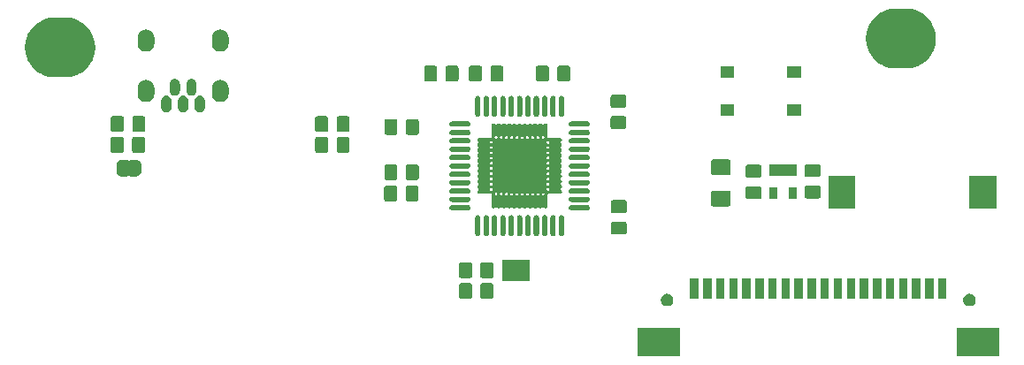
<source format=gbr>
G04 #@! TF.GenerationSoftware,KiCad,Pcbnew,(5.0.1-3-g963ef8bb5)*
G04 #@! TF.CreationDate,2019-03-09T14:34:52+08:00*
G04 #@! TF.ProjectId,fc660c,6663363630632E6B696361645F706362,rev?*
G04 #@! TF.SameCoordinates,Original*
G04 #@! TF.FileFunction,Soldermask,Top*
G04 #@! TF.FilePolarity,Negative*
%FSLAX46Y46*%
G04 Gerber Fmt 4.6, Leading zero omitted, Abs format (unit mm)*
G04 Created by KiCad (PCBNEW (5.0.1-3-g963ef8bb5)) date 2019 March 09, Saturday 14:34:52*
%MOMM*%
%LPD*%
G01*
G04 APERTURE LIST*
%ADD10C,0.100000*%
G04 APERTURE END LIST*
D10*
G36*
X241751000Y-103531000D02*
X237649000Y-103531000D01*
X237649000Y-100829000D01*
X241751000Y-100829000D01*
X241751000Y-103531000D01*
X241751000Y-103531000D01*
G37*
G36*
X211201000Y-103531000D02*
X207099000Y-103531000D01*
X207099000Y-100829000D01*
X211201000Y-100829000D01*
X211201000Y-103531000D01*
X211201000Y-103531000D01*
G37*
G36*
X239075305Y-97602096D02*
X239184680Y-97647400D01*
X239283118Y-97713175D01*
X239366825Y-97796882D01*
X239432600Y-97895320D01*
X239477904Y-98004695D01*
X239501000Y-98120806D01*
X239501000Y-98239194D01*
X239477904Y-98355305D01*
X239432600Y-98464680D01*
X239366825Y-98563118D01*
X239283118Y-98646825D01*
X239184680Y-98712600D01*
X239075305Y-98757904D01*
X238959194Y-98781000D01*
X238840806Y-98781000D01*
X238724695Y-98757904D01*
X238615320Y-98712600D01*
X238516882Y-98646825D01*
X238433175Y-98563118D01*
X238367400Y-98464680D01*
X238322096Y-98355305D01*
X238299000Y-98239194D01*
X238299000Y-98120806D01*
X238322096Y-98004695D01*
X238367400Y-97895320D01*
X238433175Y-97796882D01*
X238516882Y-97713175D01*
X238615320Y-97647400D01*
X238724695Y-97602096D01*
X238840806Y-97579000D01*
X238959194Y-97579000D01*
X239075305Y-97602096D01*
X239075305Y-97602096D01*
G37*
G36*
X210125305Y-97602096D02*
X210234680Y-97647400D01*
X210333118Y-97713175D01*
X210416825Y-97796882D01*
X210482600Y-97895320D01*
X210527904Y-98004695D01*
X210551000Y-98120806D01*
X210551000Y-98239194D01*
X210527904Y-98355305D01*
X210482600Y-98464680D01*
X210416825Y-98563118D01*
X210333118Y-98646825D01*
X210234680Y-98712600D01*
X210125305Y-98757904D01*
X210009194Y-98781000D01*
X209890806Y-98781000D01*
X209774695Y-98757904D01*
X209665320Y-98712600D01*
X209566882Y-98646825D01*
X209483175Y-98563118D01*
X209417400Y-98464680D01*
X209372096Y-98355305D01*
X209349000Y-98239194D01*
X209349000Y-98120806D01*
X209372096Y-98004695D01*
X209417400Y-97895320D01*
X209483175Y-97796882D01*
X209566882Y-97713175D01*
X209665320Y-97647400D01*
X209774695Y-97602096D01*
X209890806Y-97579000D01*
X210009194Y-97579000D01*
X210125305Y-97602096D01*
X210125305Y-97602096D01*
G37*
G36*
X191118677Y-96583465D02*
X191156364Y-96594898D01*
X191191103Y-96613466D01*
X191221548Y-96638452D01*
X191246534Y-96668897D01*
X191265102Y-96703636D01*
X191276535Y-96741323D01*
X191281000Y-96786661D01*
X191281000Y-97873339D01*
X191276535Y-97918677D01*
X191265102Y-97956364D01*
X191246534Y-97991103D01*
X191221548Y-98021548D01*
X191191103Y-98046534D01*
X191156364Y-98065102D01*
X191118677Y-98076535D01*
X191073339Y-98081000D01*
X190236661Y-98081000D01*
X190191323Y-98076535D01*
X190153636Y-98065102D01*
X190118897Y-98046534D01*
X190088452Y-98021548D01*
X190063466Y-97991103D01*
X190044898Y-97956364D01*
X190033465Y-97918677D01*
X190029000Y-97873339D01*
X190029000Y-96786661D01*
X190033465Y-96741323D01*
X190044898Y-96703636D01*
X190063466Y-96668897D01*
X190088452Y-96638452D01*
X190118897Y-96613466D01*
X190153636Y-96594898D01*
X190191323Y-96583465D01*
X190236661Y-96579000D01*
X191073339Y-96579000D01*
X191118677Y-96583465D01*
X191118677Y-96583465D01*
G37*
G36*
X193168677Y-96583465D02*
X193206364Y-96594898D01*
X193241103Y-96613466D01*
X193271548Y-96638452D01*
X193296534Y-96668897D01*
X193315102Y-96703636D01*
X193326535Y-96741323D01*
X193331000Y-96786661D01*
X193331000Y-97873339D01*
X193326535Y-97918677D01*
X193315102Y-97956364D01*
X193296534Y-97991103D01*
X193271548Y-98021548D01*
X193241103Y-98046534D01*
X193206364Y-98065102D01*
X193168677Y-98076535D01*
X193123339Y-98081000D01*
X192286661Y-98081000D01*
X192241323Y-98076535D01*
X192203636Y-98065102D01*
X192168897Y-98046534D01*
X192138452Y-98021548D01*
X192113466Y-97991103D01*
X192094898Y-97956364D01*
X192083465Y-97918677D01*
X192079000Y-97873339D01*
X192079000Y-96786661D01*
X192083465Y-96741323D01*
X192094898Y-96703636D01*
X192113466Y-96668897D01*
X192138452Y-96638452D01*
X192168897Y-96613466D01*
X192203636Y-96594898D01*
X192241323Y-96583465D01*
X192286661Y-96579000D01*
X193123339Y-96579000D01*
X193168677Y-96583465D01*
X193168677Y-96583465D01*
G37*
G36*
X229201000Y-98031000D02*
X228399000Y-98031000D01*
X228399000Y-96129000D01*
X229201000Y-96129000D01*
X229201000Y-98031000D01*
X229201000Y-98031000D01*
G37*
G36*
X227951000Y-98031000D02*
X227149000Y-98031000D01*
X227149000Y-96129000D01*
X227951000Y-96129000D01*
X227951000Y-98031000D01*
X227951000Y-98031000D01*
G37*
G36*
X226701000Y-98031000D02*
X225899000Y-98031000D01*
X225899000Y-96129000D01*
X226701000Y-96129000D01*
X226701000Y-98031000D01*
X226701000Y-98031000D01*
G37*
G36*
X225451000Y-98031000D02*
X224649000Y-98031000D01*
X224649000Y-96129000D01*
X225451000Y-96129000D01*
X225451000Y-98031000D01*
X225451000Y-98031000D01*
G37*
G36*
X224201000Y-98031000D02*
X223399000Y-98031000D01*
X223399000Y-96129000D01*
X224201000Y-96129000D01*
X224201000Y-98031000D01*
X224201000Y-98031000D01*
G37*
G36*
X222951000Y-98031000D02*
X222149000Y-98031000D01*
X222149000Y-96129000D01*
X222951000Y-96129000D01*
X222951000Y-98031000D01*
X222951000Y-98031000D01*
G37*
G36*
X221701000Y-98031000D02*
X220899000Y-98031000D01*
X220899000Y-96129000D01*
X221701000Y-96129000D01*
X221701000Y-98031000D01*
X221701000Y-98031000D01*
G37*
G36*
X220451000Y-98031000D02*
X219649000Y-98031000D01*
X219649000Y-96129000D01*
X220451000Y-96129000D01*
X220451000Y-98031000D01*
X220451000Y-98031000D01*
G37*
G36*
X219201000Y-98031000D02*
X218399000Y-98031000D01*
X218399000Y-96129000D01*
X219201000Y-96129000D01*
X219201000Y-98031000D01*
X219201000Y-98031000D01*
G37*
G36*
X217951000Y-98031000D02*
X217149000Y-98031000D01*
X217149000Y-96129000D01*
X217951000Y-96129000D01*
X217951000Y-98031000D01*
X217951000Y-98031000D01*
G37*
G36*
X216701000Y-98031000D02*
X215899000Y-98031000D01*
X215899000Y-96129000D01*
X216701000Y-96129000D01*
X216701000Y-98031000D01*
X216701000Y-98031000D01*
G37*
G36*
X215451000Y-98031000D02*
X214649000Y-98031000D01*
X214649000Y-96129000D01*
X215451000Y-96129000D01*
X215451000Y-98031000D01*
X215451000Y-98031000D01*
G37*
G36*
X214201000Y-98031000D02*
X213399000Y-98031000D01*
X213399000Y-96129000D01*
X214201000Y-96129000D01*
X214201000Y-98031000D01*
X214201000Y-98031000D01*
G37*
G36*
X212951000Y-98031000D02*
X212149000Y-98031000D01*
X212149000Y-96129000D01*
X212951000Y-96129000D01*
X212951000Y-98031000D01*
X212951000Y-98031000D01*
G37*
G36*
X232951000Y-98031000D02*
X232149000Y-98031000D01*
X232149000Y-96129000D01*
X232951000Y-96129000D01*
X232951000Y-98031000D01*
X232951000Y-98031000D01*
G37*
G36*
X231701000Y-98031000D02*
X230899000Y-98031000D01*
X230899000Y-96129000D01*
X231701000Y-96129000D01*
X231701000Y-98031000D01*
X231701000Y-98031000D01*
G37*
G36*
X230451000Y-98031000D02*
X229649000Y-98031000D01*
X229649000Y-96129000D01*
X230451000Y-96129000D01*
X230451000Y-98031000D01*
X230451000Y-98031000D01*
G37*
G36*
X236701000Y-98031000D02*
X235899000Y-98031000D01*
X235899000Y-96129000D01*
X236701000Y-96129000D01*
X236701000Y-98031000D01*
X236701000Y-98031000D01*
G37*
G36*
X234201000Y-98031000D02*
X233399000Y-98031000D01*
X233399000Y-96129000D01*
X234201000Y-96129000D01*
X234201000Y-98031000D01*
X234201000Y-98031000D01*
G37*
G36*
X235451000Y-98031000D02*
X234649000Y-98031000D01*
X234649000Y-96129000D01*
X235451000Y-96129000D01*
X235451000Y-98031000D01*
X235451000Y-98031000D01*
G37*
G36*
X196811000Y-96411000D02*
X194209000Y-96411000D01*
X194209000Y-94309000D01*
X196811000Y-94309000D01*
X196811000Y-96411000D01*
X196811000Y-96411000D01*
G37*
G36*
X193168677Y-94593465D02*
X193206364Y-94604898D01*
X193241103Y-94623466D01*
X193271548Y-94648452D01*
X193296534Y-94678897D01*
X193315102Y-94713636D01*
X193326535Y-94751323D01*
X193331000Y-94796661D01*
X193331000Y-95883339D01*
X193326535Y-95928677D01*
X193315102Y-95966364D01*
X193296534Y-96001103D01*
X193271548Y-96031548D01*
X193241103Y-96056534D01*
X193206364Y-96075102D01*
X193168677Y-96086535D01*
X193123339Y-96091000D01*
X192286661Y-96091000D01*
X192241323Y-96086535D01*
X192203636Y-96075102D01*
X192168897Y-96056534D01*
X192138452Y-96031548D01*
X192113466Y-96001103D01*
X192094898Y-95966364D01*
X192083465Y-95928677D01*
X192079000Y-95883339D01*
X192079000Y-94796661D01*
X192083465Y-94751323D01*
X192094898Y-94713636D01*
X192113466Y-94678897D01*
X192138452Y-94648452D01*
X192168897Y-94623466D01*
X192203636Y-94604898D01*
X192241323Y-94593465D01*
X192286661Y-94589000D01*
X193123339Y-94589000D01*
X193168677Y-94593465D01*
X193168677Y-94593465D01*
G37*
G36*
X191118677Y-94593465D02*
X191156364Y-94604898D01*
X191191103Y-94623466D01*
X191221548Y-94648452D01*
X191246534Y-94678897D01*
X191265102Y-94713636D01*
X191276535Y-94751323D01*
X191281000Y-94796661D01*
X191281000Y-95883339D01*
X191276535Y-95928677D01*
X191265102Y-95966364D01*
X191246534Y-96001103D01*
X191221548Y-96031548D01*
X191191103Y-96056534D01*
X191156364Y-96075102D01*
X191118677Y-96086535D01*
X191073339Y-96091000D01*
X190236661Y-96091000D01*
X190191323Y-96086535D01*
X190153636Y-96075102D01*
X190118897Y-96056534D01*
X190088452Y-96031548D01*
X190063466Y-96001103D01*
X190044898Y-95966364D01*
X190033465Y-95928677D01*
X190029000Y-95883339D01*
X190029000Y-94796661D01*
X190033465Y-94751323D01*
X190044898Y-94713636D01*
X190063466Y-94678897D01*
X190088452Y-94648452D01*
X190118897Y-94623466D01*
X190153636Y-94604898D01*
X190191323Y-94593465D01*
X190236661Y-94589000D01*
X191073339Y-94589000D01*
X191118677Y-94593465D01*
X191118677Y-94593465D01*
G37*
G36*
X195836111Y-90053413D02*
X195879828Y-90057718D01*
X195879831Y-90057719D01*
X195927747Y-90072254D01*
X195971909Y-90095859D01*
X196010616Y-90127624D01*
X196010617Y-90127626D01*
X196010619Y-90127627D01*
X196042381Y-90166330D01*
X196065985Y-90210490D01*
X196080522Y-90258412D01*
X196084200Y-90295756D01*
X196084200Y-91814244D01*
X196080522Y-91851588D01*
X196080521Y-91851591D01*
X196080521Y-91851592D01*
X196069922Y-91886534D01*
X196065985Y-91899510D01*
X196042381Y-91943670D01*
X196010616Y-91982376D01*
X195971910Y-92014141D01*
X195927750Y-92037745D01*
X195927748Y-92037746D01*
X195879832Y-92052281D01*
X195879831Y-92052281D01*
X195879828Y-92052282D01*
X195830001Y-92057189D01*
X195830000Y-92057189D01*
X195823889Y-92056587D01*
X195780172Y-92052282D01*
X195771251Y-92049576D01*
X195732253Y-92037746D01*
X195732251Y-92037745D01*
X195688091Y-92014141D01*
X195649385Y-91982376D01*
X195617620Y-91943670D01*
X195594016Y-91899510D01*
X195590080Y-91886534D01*
X195579480Y-91851592D01*
X195579480Y-91851591D01*
X195579479Y-91851588D01*
X195575801Y-91814244D01*
X195575800Y-90295757D01*
X195579478Y-90258413D01*
X195579479Y-90258409D01*
X195594014Y-90210493D01*
X195617619Y-90166331D01*
X195649384Y-90127624D01*
X195649386Y-90127623D01*
X195649387Y-90127621D01*
X195688090Y-90095859D01*
X195732250Y-90072255D01*
X195732252Y-90072254D01*
X195780168Y-90057719D01*
X195780169Y-90057719D01*
X195780172Y-90057718D01*
X195829999Y-90052811D01*
X195830000Y-90052811D01*
X195836111Y-90053413D01*
X195836111Y-90053413D01*
G37*
G36*
X194235911Y-90053413D02*
X194279628Y-90057718D01*
X194279631Y-90057719D01*
X194327547Y-90072254D01*
X194371709Y-90095859D01*
X194410416Y-90127624D01*
X194410417Y-90127626D01*
X194410419Y-90127627D01*
X194442181Y-90166330D01*
X194465785Y-90210490D01*
X194480322Y-90258412D01*
X194484000Y-90295756D01*
X194484000Y-91814244D01*
X194480322Y-91851588D01*
X194480321Y-91851591D01*
X194480321Y-91851592D01*
X194469722Y-91886534D01*
X194465785Y-91899510D01*
X194442181Y-91943670D01*
X194410416Y-91982376D01*
X194371710Y-92014141D01*
X194327550Y-92037745D01*
X194327548Y-92037746D01*
X194279632Y-92052281D01*
X194279631Y-92052281D01*
X194279628Y-92052282D01*
X194229801Y-92057189D01*
X194229800Y-92057189D01*
X194223689Y-92056587D01*
X194179972Y-92052282D01*
X194171051Y-92049576D01*
X194132053Y-92037746D01*
X194132051Y-92037745D01*
X194087891Y-92014141D01*
X194049185Y-91982376D01*
X194017420Y-91943670D01*
X193993816Y-91899510D01*
X193989880Y-91886534D01*
X193979280Y-91851592D01*
X193979280Y-91851591D01*
X193979279Y-91851588D01*
X193975601Y-91814244D01*
X193975600Y-90295757D01*
X193979278Y-90258413D01*
X193979279Y-90258409D01*
X193993814Y-90210493D01*
X194017419Y-90166331D01*
X194049184Y-90127624D01*
X194049186Y-90127623D01*
X194049187Y-90127621D01*
X194087890Y-90095859D01*
X194132050Y-90072255D01*
X194132052Y-90072254D01*
X194179968Y-90057719D01*
X194179969Y-90057719D01*
X194179972Y-90057718D01*
X194229799Y-90052811D01*
X194229800Y-90052811D01*
X194235911Y-90053413D01*
X194235911Y-90053413D01*
G37*
G36*
X198236411Y-90053413D02*
X198280128Y-90057718D01*
X198280131Y-90057719D01*
X198328047Y-90072254D01*
X198372209Y-90095859D01*
X198410916Y-90127624D01*
X198410917Y-90127626D01*
X198410919Y-90127627D01*
X198442681Y-90166330D01*
X198466285Y-90210490D01*
X198480822Y-90258412D01*
X198484500Y-90295756D01*
X198484500Y-91814244D01*
X198480822Y-91851588D01*
X198480821Y-91851591D01*
X198480821Y-91851592D01*
X198470222Y-91886534D01*
X198466285Y-91899510D01*
X198442681Y-91943670D01*
X198410916Y-91982376D01*
X198372210Y-92014141D01*
X198328050Y-92037745D01*
X198328048Y-92037746D01*
X198280132Y-92052281D01*
X198280131Y-92052281D01*
X198280128Y-92052282D01*
X198230301Y-92057189D01*
X198230300Y-92057189D01*
X198224189Y-92056587D01*
X198180472Y-92052282D01*
X198171551Y-92049576D01*
X198132553Y-92037746D01*
X198132551Y-92037745D01*
X198088391Y-92014141D01*
X198049685Y-91982376D01*
X198017920Y-91943670D01*
X197994316Y-91899510D01*
X197990380Y-91886534D01*
X197979780Y-91851592D01*
X197979780Y-91851591D01*
X197979779Y-91851588D01*
X197976101Y-91814244D01*
X197976100Y-90295757D01*
X197979778Y-90258413D01*
X197979779Y-90258409D01*
X197994314Y-90210493D01*
X198017919Y-90166331D01*
X198049684Y-90127624D01*
X198049686Y-90127623D01*
X198049687Y-90127621D01*
X198088390Y-90095859D01*
X198132550Y-90072255D01*
X198132552Y-90072254D01*
X198180468Y-90057719D01*
X198180469Y-90057719D01*
X198180472Y-90057718D01*
X198230299Y-90052811D01*
X198230300Y-90052811D01*
X198236411Y-90053413D01*
X198236411Y-90053413D01*
G37*
G36*
X199036511Y-90053413D02*
X199080228Y-90057718D01*
X199080231Y-90057719D01*
X199128147Y-90072254D01*
X199172309Y-90095859D01*
X199211016Y-90127624D01*
X199211017Y-90127626D01*
X199211019Y-90127627D01*
X199242781Y-90166330D01*
X199266385Y-90210490D01*
X199280922Y-90258412D01*
X199284600Y-90295756D01*
X199284600Y-91814244D01*
X199280922Y-91851588D01*
X199280921Y-91851591D01*
X199280921Y-91851592D01*
X199270322Y-91886534D01*
X199266385Y-91899510D01*
X199242781Y-91943670D01*
X199211016Y-91982376D01*
X199172310Y-92014141D01*
X199128150Y-92037745D01*
X199128148Y-92037746D01*
X199080232Y-92052281D01*
X199080231Y-92052281D01*
X199080228Y-92052282D01*
X199030401Y-92057189D01*
X199030400Y-92057189D01*
X199024289Y-92056587D01*
X198980572Y-92052282D01*
X198971651Y-92049576D01*
X198932653Y-92037746D01*
X198932651Y-92037745D01*
X198888491Y-92014141D01*
X198849785Y-91982376D01*
X198818020Y-91943670D01*
X198794416Y-91899510D01*
X198790480Y-91886534D01*
X198779880Y-91851592D01*
X198779880Y-91851591D01*
X198779879Y-91851588D01*
X198776201Y-91814244D01*
X198776200Y-90295757D01*
X198779878Y-90258413D01*
X198779879Y-90258409D01*
X198794414Y-90210493D01*
X198818019Y-90166331D01*
X198849784Y-90127624D01*
X198849786Y-90127623D01*
X198849787Y-90127621D01*
X198888490Y-90095859D01*
X198932650Y-90072255D01*
X198932652Y-90072254D01*
X198980568Y-90057719D01*
X198980569Y-90057719D01*
X198980572Y-90057718D01*
X199030399Y-90052811D01*
X199030400Y-90052811D01*
X199036511Y-90053413D01*
X199036511Y-90053413D01*
G37*
G36*
X197436311Y-90053413D02*
X197480028Y-90057718D01*
X197480031Y-90057719D01*
X197527947Y-90072254D01*
X197572109Y-90095859D01*
X197610816Y-90127624D01*
X197610817Y-90127626D01*
X197610819Y-90127627D01*
X197642581Y-90166330D01*
X197666185Y-90210490D01*
X197680722Y-90258412D01*
X197684400Y-90295756D01*
X197684400Y-91814244D01*
X197680722Y-91851588D01*
X197680721Y-91851591D01*
X197680721Y-91851592D01*
X197670122Y-91886534D01*
X197666185Y-91899510D01*
X197642581Y-91943670D01*
X197610816Y-91982376D01*
X197572110Y-92014141D01*
X197527950Y-92037745D01*
X197527948Y-92037746D01*
X197480032Y-92052281D01*
X197480031Y-92052281D01*
X197480028Y-92052282D01*
X197430201Y-92057189D01*
X197430200Y-92057189D01*
X197424089Y-92056587D01*
X197380372Y-92052282D01*
X197371451Y-92049576D01*
X197332453Y-92037746D01*
X197332451Y-92037745D01*
X197288291Y-92014141D01*
X197249585Y-91982376D01*
X197217820Y-91943670D01*
X197194216Y-91899510D01*
X197190280Y-91886534D01*
X197179680Y-91851592D01*
X197179680Y-91851591D01*
X197179679Y-91851588D01*
X197176001Y-91814244D01*
X197176000Y-90295757D01*
X197179678Y-90258413D01*
X197179679Y-90258409D01*
X197194214Y-90210493D01*
X197217819Y-90166331D01*
X197249584Y-90127624D01*
X197249586Y-90127623D01*
X197249587Y-90127621D01*
X197288290Y-90095859D01*
X197332450Y-90072255D01*
X197332452Y-90072254D01*
X197380368Y-90057719D01*
X197380369Y-90057719D01*
X197380372Y-90057718D01*
X197430199Y-90052811D01*
X197430200Y-90052811D01*
X197436311Y-90053413D01*
X197436311Y-90053413D01*
G37*
G36*
X196636211Y-90053413D02*
X196679928Y-90057718D01*
X196679931Y-90057719D01*
X196727847Y-90072254D01*
X196772009Y-90095859D01*
X196810716Y-90127624D01*
X196810717Y-90127626D01*
X196810719Y-90127627D01*
X196842481Y-90166330D01*
X196866085Y-90210490D01*
X196880622Y-90258412D01*
X196884300Y-90295756D01*
X196884300Y-91814244D01*
X196880622Y-91851588D01*
X196880621Y-91851591D01*
X196880621Y-91851592D01*
X196870022Y-91886534D01*
X196866085Y-91899510D01*
X196842481Y-91943670D01*
X196810716Y-91982376D01*
X196772010Y-92014141D01*
X196727850Y-92037745D01*
X196727848Y-92037746D01*
X196679932Y-92052281D01*
X196679931Y-92052281D01*
X196679928Y-92052282D01*
X196630101Y-92057189D01*
X196630100Y-92057189D01*
X196623989Y-92056587D01*
X196580272Y-92052282D01*
X196571351Y-92049576D01*
X196532353Y-92037746D01*
X196532351Y-92037745D01*
X196488191Y-92014141D01*
X196449485Y-91982376D01*
X196417720Y-91943670D01*
X196394116Y-91899510D01*
X196390180Y-91886534D01*
X196379580Y-91851592D01*
X196379580Y-91851591D01*
X196379579Y-91851588D01*
X196375901Y-91814244D01*
X196375900Y-90295757D01*
X196379578Y-90258413D01*
X196379579Y-90258409D01*
X196394114Y-90210493D01*
X196417719Y-90166331D01*
X196449484Y-90127624D01*
X196449486Y-90127623D01*
X196449487Y-90127621D01*
X196488190Y-90095859D01*
X196532350Y-90072255D01*
X196532352Y-90072254D01*
X196580268Y-90057719D01*
X196580269Y-90057719D01*
X196580272Y-90057718D01*
X196630099Y-90052811D01*
X196630100Y-90052811D01*
X196636211Y-90053413D01*
X196636211Y-90053413D01*
G37*
G36*
X191835611Y-90053413D02*
X191879328Y-90057718D01*
X191879331Y-90057719D01*
X191927247Y-90072254D01*
X191971409Y-90095859D01*
X192010116Y-90127624D01*
X192010117Y-90127626D01*
X192010119Y-90127627D01*
X192041881Y-90166330D01*
X192065485Y-90210490D01*
X192080022Y-90258412D01*
X192083700Y-90295756D01*
X192083700Y-91814244D01*
X192080022Y-91851588D01*
X192080021Y-91851591D01*
X192080021Y-91851592D01*
X192069422Y-91886534D01*
X192065485Y-91899510D01*
X192041881Y-91943670D01*
X192010116Y-91982376D01*
X191971410Y-92014141D01*
X191927250Y-92037745D01*
X191927248Y-92037746D01*
X191879332Y-92052281D01*
X191879331Y-92052281D01*
X191879328Y-92052282D01*
X191829501Y-92057189D01*
X191829500Y-92057189D01*
X191823389Y-92056587D01*
X191779672Y-92052282D01*
X191770751Y-92049576D01*
X191731753Y-92037746D01*
X191731751Y-92037745D01*
X191687591Y-92014141D01*
X191648885Y-91982376D01*
X191617120Y-91943670D01*
X191593516Y-91899510D01*
X191589580Y-91886534D01*
X191578980Y-91851592D01*
X191578980Y-91851591D01*
X191578979Y-91851588D01*
X191575301Y-91814244D01*
X191575300Y-90295757D01*
X191578978Y-90258413D01*
X191578979Y-90258409D01*
X191593514Y-90210493D01*
X191617119Y-90166331D01*
X191648884Y-90127624D01*
X191648886Y-90127623D01*
X191648887Y-90127621D01*
X191687590Y-90095859D01*
X191731750Y-90072255D01*
X191731752Y-90072254D01*
X191779668Y-90057719D01*
X191779669Y-90057719D01*
X191779672Y-90057718D01*
X191829499Y-90052811D01*
X191829500Y-90052811D01*
X191835611Y-90053413D01*
X191835611Y-90053413D01*
G37*
G36*
X192635711Y-90053413D02*
X192679428Y-90057718D01*
X192679431Y-90057719D01*
X192727347Y-90072254D01*
X192771509Y-90095859D01*
X192810216Y-90127624D01*
X192810217Y-90127626D01*
X192810219Y-90127627D01*
X192841981Y-90166330D01*
X192865585Y-90210490D01*
X192880122Y-90258412D01*
X192883800Y-90295756D01*
X192883800Y-91814244D01*
X192880122Y-91851588D01*
X192880121Y-91851591D01*
X192880121Y-91851592D01*
X192869522Y-91886534D01*
X192865585Y-91899510D01*
X192841981Y-91943670D01*
X192810216Y-91982376D01*
X192771510Y-92014141D01*
X192727350Y-92037745D01*
X192727348Y-92037746D01*
X192679432Y-92052281D01*
X192679431Y-92052281D01*
X192679428Y-92052282D01*
X192629601Y-92057189D01*
X192629600Y-92057189D01*
X192623489Y-92056587D01*
X192579772Y-92052282D01*
X192570851Y-92049576D01*
X192531853Y-92037746D01*
X192531851Y-92037745D01*
X192487691Y-92014141D01*
X192448985Y-91982376D01*
X192417220Y-91943670D01*
X192393616Y-91899510D01*
X192389680Y-91886534D01*
X192379080Y-91851592D01*
X192379080Y-91851591D01*
X192379079Y-91851588D01*
X192375401Y-91814244D01*
X192375400Y-90295757D01*
X192379078Y-90258413D01*
X192379079Y-90258409D01*
X192393614Y-90210493D01*
X192417219Y-90166331D01*
X192448984Y-90127624D01*
X192448986Y-90127623D01*
X192448987Y-90127621D01*
X192487690Y-90095859D01*
X192531850Y-90072255D01*
X192531852Y-90072254D01*
X192579768Y-90057719D01*
X192579769Y-90057719D01*
X192579772Y-90057718D01*
X192629599Y-90052811D01*
X192629600Y-90052811D01*
X192635711Y-90053413D01*
X192635711Y-90053413D01*
G37*
G36*
X193435811Y-90053413D02*
X193479528Y-90057718D01*
X193479531Y-90057719D01*
X193527447Y-90072254D01*
X193571609Y-90095859D01*
X193610316Y-90127624D01*
X193610317Y-90127626D01*
X193610319Y-90127627D01*
X193642081Y-90166330D01*
X193665685Y-90210490D01*
X193680222Y-90258412D01*
X193683900Y-90295756D01*
X193683900Y-91814244D01*
X193680222Y-91851588D01*
X193680221Y-91851591D01*
X193680221Y-91851592D01*
X193669622Y-91886534D01*
X193665685Y-91899510D01*
X193642081Y-91943670D01*
X193610316Y-91982376D01*
X193571610Y-92014141D01*
X193527450Y-92037745D01*
X193527448Y-92037746D01*
X193479532Y-92052281D01*
X193479531Y-92052281D01*
X193479528Y-92052282D01*
X193429701Y-92057189D01*
X193429700Y-92057189D01*
X193423589Y-92056587D01*
X193379872Y-92052282D01*
X193370951Y-92049576D01*
X193331953Y-92037746D01*
X193331951Y-92037745D01*
X193287791Y-92014141D01*
X193249085Y-91982376D01*
X193217320Y-91943670D01*
X193193716Y-91899510D01*
X193189780Y-91886534D01*
X193179180Y-91851592D01*
X193179180Y-91851591D01*
X193179179Y-91851588D01*
X193175501Y-91814244D01*
X193175500Y-90295757D01*
X193179178Y-90258413D01*
X193179179Y-90258409D01*
X193193714Y-90210493D01*
X193217319Y-90166331D01*
X193249084Y-90127624D01*
X193249086Y-90127623D01*
X193249087Y-90127621D01*
X193287790Y-90095859D01*
X193331950Y-90072255D01*
X193331952Y-90072254D01*
X193379868Y-90057719D01*
X193379869Y-90057719D01*
X193379872Y-90057718D01*
X193429699Y-90052811D01*
X193429700Y-90052811D01*
X193435811Y-90053413D01*
X193435811Y-90053413D01*
G37*
G36*
X199836611Y-90053413D02*
X199880328Y-90057718D01*
X199880331Y-90057719D01*
X199928247Y-90072254D01*
X199972409Y-90095859D01*
X200011116Y-90127624D01*
X200011117Y-90127626D01*
X200011119Y-90127627D01*
X200042881Y-90166330D01*
X200066485Y-90210490D01*
X200081022Y-90258412D01*
X200084700Y-90295756D01*
X200084700Y-91814244D01*
X200081022Y-91851588D01*
X200081021Y-91851591D01*
X200081021Y-91851592D01*
X200070422Y-91886534D01*
X200066485Y-91899510D01*
X200042881Y-91943670D01*
X200011116Y-91982376D01*
X199972410Y-92014141D01*
X199928250Y-92037745D01*
X199928248Y-92037746D01*
X199880332Y-92052281D01*
X199880331Y-92052281D01*
X199880328Y-92052282D01*
X199830501Y-92057189D01*
X199830500Y-92057189D01*
X199824389Y-92056587D01*
X199780672Y-92052282D01*
X199771751Y-92049576D01*
X199732753Y-92037746D01*
X199732751Y-92037745D01*
X199688591Y-92014141D01*
X199649885Y-91982376D01*
X199618120Y-91943670D01*
X199594516Y-91899510D01*
X199590580Y-91886534D01*
X199579980Y-91851592D01*
X199579980Y-91851591D01*
X199579979Y-91851588D01*
X199576301Y-91814244D01*
X199576300Y-90295757D01*
X199579978Y-90258413D01*
X199579979Y-90258409D01*
X199594514Y-90210493D01*
X199618119Y-90166331D01*
X199649884Y-90127624D01*
X199649886Y-90127623D01*
X199649887Y-90127621D01*
X199688590Y-90095859D01*
X199732750Y-90072255D01*
X199732752Y-90072254D01*
X199780668Y-90057719D01*
X199780669Y-90057719D01*
X199780672Y-90057718D01*
X199830499Y-90052811D01*
X199830500Y-90052811D01*
X199836611Y-90053413D01*
X199836611Y-90053413D01*
G37*
G36*
X195036011Y-90053413D02*
X195079728Y-90057718D01*
X195079731Y-90057719D01*
X195127647Y-90072254D01*
X195171809Y-90095859D01*
X195210516Y-90127624D01*
X195210517Y-90127626D01*
X195210519Y-90127627D01*
X195242281Y-90166330D01*
X195265885Y-90210490D01*
X195280422Y-90258412D01*
X195284100Y-90295756D01*
X195284100Y-91814244D01*
X195280422Y-91851588D01*
X195280421Y-91851591D01*
X195280421Y-91851592D01*
X195269822Y-91886534D01*
X195265885Y-91899510D01*
X195242281Y-91943670D01*
X195210516Y-91982376D01*
X195171810Y-92014141D01*
X195127650Y-92037745D01*
X195127648Y-92037746D01*
X195079732Y-92052281D01*
X195079731Y-92052281D01*
X195079728Y-92052282D01*
X195029901Y-92057189D01*
X195029900Y-92057189D01*
X195023789Y-92056587D01*
X194980072Y-92052282D01*
X194971151Y-92049576D01*
X194932153Y-92037746D01*
X194932151Y-92037745D01*
X194887991Y-92014141D01*
X194849285Y-91982376D01*
X194817520Y-91943670D01*
X194793916Y-91899510D01*
X194789980Y-91886534D01*
X194779380Y-91851592D01*
X194779380Y-91851591D01*
X194779379Y-91851588D01*
X194775701Y-91814244D01*
X194775700Y-90295757D01*
X194779378Y-90258413D01*
X194779379Y-90258409D01*
X194793914Y-90210493D01*
X194817519Y-90166331D01*
X194849284Y-90127624D01*
X194849286Y-90127623D01*
X194849287Y-90127621D01*
X194887990Y-90095859D01*
X194932150Y-90072255D01*
X194932152Y-90072254D01*
X194980068Y-90057719D01*
X194980069Y-90057719D01*
X194980072Y-90057718D01*
X195029899Y-90052811D01*
X195029900Y-90052811D01*
X195036011Y-90053413D01*
X195036011Y-90053413D01*
G37*
G36*
X205918677Y-90673465D02*
X205956364Y-90684898D01*
X205991103Y-90703466D01*
X206021548Y-90728452D01*
X206046534Y-90758897D01*
X206065102Y-90793636D01*
X206076535Y-90831323D01*
X206081000Y-90876661D01*
X206081000Y-91713339D01*
X206076535Y-91758677D01*
X206065102Y-91796364D01*
X206046534Y-91831103D01*
X206021548Y-91861548D01*
X205991103Y-91886534D01*
X205956364Y-91905102D01*
X205918677Y-91916535D01*
X205873339Y-91921000D01*
X204786661Y-91921000D01*
X204741323Y-91916535D01*
X204703636Y-91905102D01*
X204668897Y-91886534D01*
X204638452Y-91861548D01*
X204613466Y-91831103D01*
X204594898Y-91796364D01*
X204583465Y-91758677D01*
X204579000Y-91713339D01*
X204579000Y-90876661D01*
X204583465Y-90831323D01*
X204594898Y-90793636D01*
X204613466Y-90758897D01*
X204638452Y-90728452D01*
X204668897Y-90703466D01*
X204703636Y-90684898D01*
X204741323Y-90673465D01*
X204786661Y-90669000D01*
X205873339Y-90669000D01*
X205918677Y-90673465D01*
X205918677Y-90673465D01*
G37*
G36*
X205918677Y-88623465D02*
X205956364Y-88634898D01*
X205991103Y-88653466D01*
X206021548Y-88678452D01*
X206046534Y-88708897D01*
X206065102Y-88743636D01*
X206076535Y-88781323D01*
X206081000Y-88826661D01*
X206081000Y-89663339D01*
X206076535Y-89708677D01*
X206065102Y-89746364D01*
X206046534Y-89781103D01*
X206021548Y-89811548D01*
X205991103Y-89836534D01*
X205956364Y-89855102D01*
X205918677Y-89866535D01*
X205873339Y-89871000D01*
X204786661Y-89871000D01*
X204741323Y-89866535D01*
X204703636Y-89855102D01*
X204668897Y-89836534D01*
X204638452Y-89811548D01*
X204613466Y-89781103D01*
X204594898Y-89746364D01*
X204583465Y-89708677D01*
X204579000Y-89663339D01*
X204579000Y-88826661D01*
X204583465Y-88781323D01*
X204594898Y-88743636D01*
X204613466Y-88708897D01*
X204638452Y-88678452D01*
X204668897Y-88653466D01*
X204703636Y-88634898D01*
X204741323Y-88623465D01*
X204786661Y-88619000D01*
X205873339Y-88619000D01*
X205918677Y-88623465D01*
X205918677Y-88623465D01*
G37*
G36*
X202341588Y-89089978D02*
X202341591Y-89089979D01*
X202341592Y-89089979D01*
X202389508Y-89104514D01*
X202389510Y-89104515D01*
X202433670Y-89128119D01*
X202472376Y-89159884D01*
X202504141Y-89198590D01*
X202527745Y-89242750D01*
X202542282Y-89290672D01*
X202547189Y-89340500D01*
X202542282Y-89390328D01*
X202542281Y-89390331D01*
X202542281Y-89390332D01*
X202535307Y-89413324D01*
X202527745Y-89438250D01*
X202504141Y-89482410D01*
X202472376Y-89521116D01*
X202433670Y-89552881D01*
X202389510Y-89576485D01*
X202389508Y-89576486D01*
X202341592Y-89591021D01*
X202341591Y-89591021D01*
X202341588Y-89591022D01*
X202304244Y-89594700D01*
X200785756Y-89594700D01*
X200748412Y-89591022D01*
X200748409Y-89591021D01*
X200748408Y-89591021D01*
X200700492Y-89576486D01*
X200700490Y-89576485D01*
X200656330Y-89552881D01*
X200617624Y-89521116D01*
X200585859Y-89482410D01*
X200562255Y-89438250D01*
X200554694Y-89413324D01*
X200547719Y-89390332D01*
X200547719Y-89390331D01*
X200547718Y-89390328D01*
X200542811Y-89340500D01*
X200547718Y-89290672D01*
X200562255Y-89242750D01*
X200585859Y-89198590D01*
X200617624Y-89159884D01*
X200656330Y-89128119D01*
X200700490Y-89104515D01*
X200700492Y-89104514D01*
X200748408Y-89089979D01*
X200748409Y-89089979D01*
X200748412Y-89089978D01*
X200785756Y-89086300D01*
X202304244Y-89086300D01*
X202341588Y-89089978D01*
X202341588Y-89089978D01*
G37*
G36*
X190911588Y-89089978D02*
X190911591Y-89089979D01*
X190911592Y-89089979D01*
X190959508Y-89104514D01*
X190959510Y-89104515D01*
X191003670Y-89128119D01*
X191042376Y-89159884D01*
X191074141Y-89198590D01*
X191097745Y-89242750D01*
X191112282Y-89290672D01*
X191117189Y-89340500D01*
X191112282Y-89390328D01*
X191112281Y-89390331D01*
X191112281Y-89390332D01*
X191105307Y-89413324D01*
X191097745Y-89438250D01*
X191074141Y-89482410D01*
X191042376Y-89521116D01*
X191003670Y-89552881D01*
X190959510Y-89576485D01*
X190959508Y-89576486D01*
X190911592Y-89591021D01*
X190911591Y-89591021D01*
X190911588Y-89591022D01*
X190874244Y-89594700D01*
X189355756Y-89594700D01*
X189318412Y-89591022D01*
X189318409Y-89591021D01*
X189318408Y-89591021D01*
X189270492Y-89576486D01*
X189270490Y-89576485D01*
X189226330Y-89552881D01*
X189187624Y-89521116D01*
X189155859Y-89482410D01*
X189132255Y-89438250D01*
X189124694Y-89413324D01*
X189117719Y-89390332D01*
X189117719Y-89390331D01*
X189117718Y-89390328D01*
X189112811Y-89340500D01*
X189117718Y-89290672D01*
X189132255Y-89242750D01*
X189155859Y-89198590D01*
X189187624Y-89159884D01*
X189226330Y-89128119D01*
X189270490Y-89104515D01*
X189270492Y-89104514D01*
X189318408Y-89089979D01*
X189318409Y-89089979D01*
X189318412Y-89089978D01*
X189355756Y-89086300D01*
X190874244Y-89086300D01*
X190911588Y-89089978D01*
X190911588Y-89089978D01*
G37*
G36*
X241477000Y-89435000D02*
X238875000Y-89435000D01*
X238875000Y-86333000D01*
X241477000Y-86333000D01*
X241477000Y-89435000D01*
X241477000Y-89435000D01*
G37*
G36*
X227977000Y-89435000D02*
X225375000Y-89435000D01*
X225375000Y-86333000D01*
X227977000Y-86333000D01*
X227977000Y-89435000D01*
X227977000Y-89435000D01*
G37*
G36*
X198365542Y-81263164D02*
X198401545Y-81274085D01*
X198434726Y-81291821D01*
X198463811Y-81315689D01*
X198487679Y-81344773D01*
X198505415Y-81377954D01*
X198516336Y-81413957D01*
X198519100Y-81442019D01*
X198519100Y-82430781D01*
X198516336Y-82458843D01*
X198505415Y-82494846D01*
X198503471Y-82498482D01*
X198494093Y-82521121D01*
X198489312Y-82545154D01*
X198489312Y-82569658D01*
X198494092Y-82593692D01*
X198503469Y-82616331D01*
X198517083Y-82636706D01*
X198534409Y-82654033D01*
X198554784Y-82667647D01*
X198577423Y-82677025D01*
X198601456Y-82681806D01*
X198625960Y-82681806D01*
X198649994Y-82677026D01*
X198672634Y-82667648D01*
X198688650Y-82659087D01*
X198688651Y-82659087D01*
X198688654Y-82659085D01*
X198724657Y-82648164D01*
X198752719Y-82645400D01*
X199703481Y-82645400D01*
X199731543Y-82648164D01*
X199767546Y-82659085D01*
X199800727Y-82676821D01*
X199829811Y-82700689D01*
X199853679Y-82729773D01*
X199871415Y-82762954D01*
X199882336Y-82798957D01*
X199886024Y-82836400D01*
X199882336Y-82873843D01*
X199871415Y-82909846D01*
X199853679Y-82943027D01*
X199829811Y-82972111D01*
X199808282Y-82989779D01*
X199790959Y-83007101D01*
X199777346Y-83027476D01*
X199767968Y-83050115D01*
X199763188Y-83074148D01*
X199763188Y-83098652D01*
X199767969Y-83122686D01*
X199777346Y-83145325D01*
X199790960Y-83165699D01*
X199808282Y-83183021D01*
X199829811Y-83200689D01*
X199853679Y-83229773D01*
X199871415Y-83262954D01*
X199882336Y-83298957D01*
X199886024Y-83336400D01*
X199882336Y-83373843D01*
X199871415Y-83409846D01*
X199853679Y-83443027D01*
X199829811Y-83472111D01*
X199808282Y-83489779D01*
X199790959Y-83507101D01*
X199777346Y-83527476D01*
X199767968Y-83550115D01*
X199763188Y-83574148D01*
X199763188Y-83598652D01*
X199767969Y-83622686D01*
X199777346Y-83645325D01*
X199790960Y-83665699D01*
X199808282Y-83683021D01*
X199829811Y-83700689D01*
X199853679Y-83729773D01*
X199871415Y-83762954D01*
X199882336Y-83798957D01*
X199886024Y-83836400D01*
X199882336Y-83873843D01*
X199871415Y-83909846D01*
X199853679Y-83943027D01*
X199829811Y-83972111D01*
X199808282Y-83989779D01*
X199790959Y-84007101D01*
X199777346Y-84027476D01*
X199767968Y-84050115D01*
X199763188Y-84074148D01*
X199763188Y-84098652D01*
X199767969Y-84122686D01*
X199777346Y-84145325D01*
X199790960Y-84165699D01*
X199808282Y-84183021D01*
X199829811Y-84200689D01*
X199853679Y-84229773D01*
X199871415Y-84262954D01*
X199882336Y-84298957D01*
X199886024Y-84336400D01*
X199882336Y-84373843D01*
X199871415Y-84409846D01*
X199853679Y-84443027D01*
X199829811Y-84472111D01*
X199808282Y-84489779D01*
X199790959Y-84507101D01*
X199777346Y-84527476D01*
X199767968Y-84550115D01*
X199763188Y-84574148D01*
X199763188Y-84598652D01*
X199767969Y-84622686D01*
X199777346Y-84645325D01*
X199790960Y-84665699D01*
X199808282Y-84683021D01*
X199829811Y-84700689D01*
X199853679Y-84729773D01*
X199871415Y-84762954D01*
X199882336Y-84798957D01*
X199886024Y-84836400D01*
X199882336Y-84873843D01*
X199871415Y-84909846D01*
X199853679Y-84943027D01*
X199829811Y-84972111D01*
X199808282Y-84989779D01*
X199790959Y-85007101D01*
X199777346Y-85027476D01*
X199767968Y-85050115D01*
X199763188Y-85074148D01*
X199763188Y-85098652D01*
X199767969Y-85122686D01*
X199777346Y-85145325D01*
X199790960Y-85165699D01*
X199808282Y-85183021D01*
X199829811Y-85200689D01*
X199853679Y-85229773D01*
X199871415Y-85262954D01*
X199882336Y-85298957D01*
X199886024Y-85336400D01*
X199882336Y-85373843D01*
X199871415Y-85409846D01*
X199853679Y-85443027D01*
X199829811Y-85472111D01*
X199808282Y-85489779D01*
X199790959Y-85507101D01*
X199777346Y-85527476D01*
X199767968Y-85550115D01*
X199763188Y-85574148D01*
X199763188Y-85598652D01*
X199767969Y-85622686D01*
X199777346Y-85645325D01*
X199790960Y-85665699D01*
X199808282Y-85683021D01*
X199829811Y-85700689D01*
X199853679Y-85729773D01*
X199871415Y-85762954D01*
X199882336Y-85798957D01*
X199886024Y-85836400D01*
X199882336Y-85873843D01*
X199871415Y-85909846D01*
X199853679Y-85943027D01*
X199829811Y-85972111D01*
X199808282Y-85989779D01*
X199790959Y-86007101D01*
X199777346Y-86027476D01*
X199767968Y-86050115D01*
X199763188Y-86074148D01*
X199763188Y-86098652D01*
X199767969Y-86122686D01*
X199777346Y-86145325D01*
X199790960Y-86165699D01*
X199808282Y-86183021D01*
X199829811Y-86200689D01*
X199853679Y-86229773D01*
X199871415Y-86262954D01*
X199882336Y-86298957D01*
X199886024Y-86336400D01*
X199882336Y-86373843D01*
X199871415Y-86409846D01*
X199853679Y-86443027D01*
X199829811Y-86472111D01*
X199808282Y-86489779D01*
X199790959Y-86507101D01*
X199777346Y-86527476D01*
X199767968Y-86550115D01*
X199763188Y-86574148D01*
X199763188Y-86598652D01*
X199767969Y-86622686D01*
X199777346Y-86645325D01*
X199790960Y-86665699D01*
X199808282Y-86683021D01*
X199829811Y-86700689D01*
X199853679Y-86729773D01*
X199871415Y-86762954D01*
X199882336Y-86798957D01*
X199886024Y-86836400D01*
X199882336Y-86873843D01*
X199871415Y-86909846D01*
X199853679Y-86943027D01*
X199829811Y-86972111D01*
X199808282Y-86989779D01*
X199790959Y-87007101D01*
X199777346Y-87027476D01*
X199767968Y-87050115D01*
X199763188Y-87074148D01*
X199763188Y-87098652D01*
X199767969Y-87122686D01*
X199777346Y-87145325D01*
X199790960Y-87165699D01*
X199808282Y-87183021D01*
X199829811Y-87200689D01*
X199853679Y-87229773D01*
X199871415Y-87262954D01*
X199882336Y-87298957D01*
X199886024Y-87336400D01*
X199882336Y-87373843D01*
X199871415Y-87409846D01*
X199853679Y-87443027D01*
X199829811Y-87472111D01*
X199808283Y-87489778D01*
X199790959Y-87507101D01*
X199777346Y-87527476D01*
X199767968Y-87550115D01*
X199763188Y-87574148D01*
X199763188Y-87598652D01*
X199767969Y-87622686D01*
X199777346Y-87645325D01*
X199790960Y-87665699D01*
X199808282Y-87683021D01*
X199829811Y-87700689D01*
X199853679Y-87729773D01*
X199871415Y-87762954D01*
X199882336Y-87798957D01*
X199886024Y-87836400D01*
X199882336Y-87873843D01*
X199871415Y-87909846D01*
X199853679Y-87943027D01*
X199829811Y-87972111D01*
X199800727Y-87995979D01*
X199767546Y-88013715D01*
X199731543Y-88024636D01*
X199703481Y-88027400D01*
X198752719Y-88027400D01*
X198724657Y-88024636D01*
X198688654Y-88013715D01*
X198672632Y-88005151D01*
X198649995Y-87995774D01*
X198625962Y-87990994D01*
X198601458Y-87990994D01*
X198577424Y-87995775D01*
X198554785Y-88005152D01*
X198534411Y-88018766D01*
X198517084Y-88036093D01*
X198503470Y-88056468D01*
X198494092Y-88079107D01*
X198489312Y-88103140D01*
X198489312Y-88127644D01*
X198494093Y-88151678D01*
X198503469Y-88174314D01*
X198505415Y-88177954D01*
X198516336Y-88213957D01*
X198519100Y-88242019D01*
X198519100Y-89230781D01*
X198516336Y-89258843D01*
X198505415Y-89294846D01*
X198487679Y-89328027D01*
X198463811Y-89357111D01*
X198434727Y-89380979D01*
X198401546Y-89398715D01*
X198365543Y-89409636D01*
X198328100Y-89413324D01*
X198290658Y-89409636D01*
X198254655Y-89398715D01*
X198221474Y-89380979D01*
X198192390Y-89357111D01*
X198174722Y-89335582D01*
X198157400Y-89318259D01*
X198137025Y-89304646D01*
X198114386Y-89295268D01*
X198090353Y-89290488D01*
X198065849Y-89290488D01*
X198041815Y-89295269D01*
X198019176Y-89304646D01*
X197998802Y-89318260D01*
X197981479Y-89335582D01*
X197963811Y-89357111D01*
X197934727Y-89380979D01*
X197901546Y-89398715D01*
X197865543Y-89409636D01*
X197828100Y-89413324D01*
X197790658Y-89409636D01*
X197754655Y-89398715D01*
X197721474Y-89380979D01*
X197692390Y-89357111D01*
X197674722Y-89335582D01*
X197657400Y-89318259D01*
X197637025Y-89304646D01*
X197614386Y-89295268D01*
X197590353Y-89290488D01*
X197565849Y-89290488D01*
X197541815Y-89295269D01*
X197519176Y-89304646D01*
X197498802Y-89318260D01*
X197481479Y-89335582D01*
X197463811Y-89357111D01*
X197434727Y-89380979D01*
X197401546Y-89398715D01*
X197365543Y-89409636D01*
X197328100Y-89413324D01*
X197290658Y-89409636D01*
X197254655Y-89398715D01*
X197221474Y-89380979D01*
X197192390Y-89357111D01*
X197174722Y-89335582D01*
X197157400Y-89318259D01*
X197137025Y-89304646D01*
X197114386Y-89295268D01*
X197090353Y-89290488D01*
X197065849Y-89290488D01*
X197041815Y-89295269D01*
X197019176Y-89304646D01*
X196998802Y-89318260D01*
X196981479Y-89335582D01*
X196963811Y-89357111D01*
X196934727Y-89380979D01*
X196901546Y-89398715D01*
X196865543Y-89409636D01*
X196828100Y-89413324D01*
X196790658Y-89409636D01*
X196754655Y-89398715D01*
X196721474Y-89380979D01*
X196692390Y-89357111D01*
X196674722Y-89335582D01*
X196657400Y-89318259D01*
X196637025Y-89304646D01*
X196614386Y-89295268D01*
X196590353Y-89290488D01*
X196565849Y-89290488D01*
X196541815Y-89295269D01*
X196519176Y-89304646D01*
X196498802Y-89318260D01*
X196481479Y-89335582D01*
X196463811Y-89357111D01*
X196434727Y-89380979D01*
X196401546Y-89398715D01*
X196365543Y-89409636D01*
X196328100Y-89413324D01*
X196290658Y-89409636D01*
X196254655Y-89398715D01*
X196221474Y-89380979D01*
X196192390Y-89357111D01*
X196174722Y-89335582D01*
X196157400Y-89318259D01*
X196137025Y-89304646D01*
X196114386Y-89295268D01*
X196090353Y-89290488D01*
X196065849Y-89290488D01*
X196041815Y-89295269D01*
X196019176Y-89304646D01*
X195998802Y-89318260D01*
X195981479Y-89335582D01*
X195963811Y-89357111D01*
X195934727Y-89380979D01*
X195901546Y-89398715D01*
X195865543Y-89409636D01*
X195828100Y-89413324D01*
X195790658Y-89409636D01*
X195754655Y-89398715D01*
X195721474Y-89380979D01*
X195692390Y-89357111D01*
X195674722Y-89335582D01*
X195657400Y-89318259D01*
X195637025Y-89304646D01*
X195614386Y-89295268D01*
X195590353Y-89290488D01*
X195565849Y-89290488D01*
X195541815Y-89295269D01*
X195519176Y-89304646D01*
X195498802Y-89318260D01*
X195481479Y-89335582D01*
X195463811Y-89357111D01*
X195434727Y-89380979D01*
X195401546Y-89398715D01*
X195365543Y-89409636D01*
X195328100Y-89413324D01*
X195290658Y-89409636D01*
X195254655Y-89398715D01*
X195221474Y-89380979D01*
X195192390Y-89357111D01*
X195174722Y-89335582D01*
X195157400Y-89318259D01*
X195137025Y-89304646D01*
X195114386Y-89295268D01*
X195090353Y-89290488D01*
X195065849Y-89290488D01*
X195041815Y-89295269D01*
X195019176Y-89304646D01*
X194998802Y-89318260D01*
X194981479Y-89335582D01*
X194963811Y-89357111D01*
X194934727Y-89380979D01*
X194901546Y-89398715D01*
X194865543Y-89409636D01*
X194828100Y-89413324D01*
X194790658Y-89409636D01*
X194754655Y-89398715D01*
X194721474Y-89380979D01*
X194692390Y-89357111D01*
X194674722Y-89335582D01*
X194657400Y-89318259D01*
X194637025Y-89304646D01*
X194614386Y-89295268D01*
X194590353Y-89290488D01*
X194565849Y-89290488D01*
X194541815Y-89295269D01*
X194519176Y-89304646D01*
X194498802Y-89318260D01*
X194481479Y-89335582D01*
X194463811Y-89357111D01*
X194434727Y-89380979D01*
X194401546Y-89398715D01*
X194365543Y-89409636D01*
X194328100Y-89413324D01*
X194290658Y-89409636D01*
X194254655Y-89398715D01*
X194221474Y-89380979D01*
X194192390Y-89357111D01*
X194174722Y-89335582D01*
X194157400Y-89318259D01*
X194137025Y-89304646D01*
X194114386Y-89295268D01*
X194090353Y-89290488D01*
X194065849Y-89290488D01*
X194041815Y-89295269D01*
X194019176Y-89304646D01*
X193998802Y-89318260D01*
X193981479Y-89335582D01*
X193963811Y-89357111D01*
X193934727Y-89380979D01*
X193901546Y-89398715D01*
X193865543Y-89409636D01*
X193828100Y-89413324D01*
X193790658Y-89409636D01*
X193754655Y-89398715D01*
X193721474Y-89380979D01*
X193692390Y-89357111D01*
X193674722Y-89335582D01*
X193657400Y-89318259D01*
X193637025Y-89304646D01*
X193614386Y-89295268D01*
X193590353Y-89290488D01*
X193565849Y-89290488D01*
X193541815Y-89295269D01*
X193519176Y-89304646D01*
X193498802Y-89318260D01*
X193481479Y-89335582D01*
X193463811Y-89357111D01*
X193434727Y-89380979D01*
X193401546Y-89398715D01*
X193365543Y-89409636D01*
X193328100Y-89413324D01*
X193290658Y-89409636D01*
X193254655Y-89398715D01*
X193221474Y-89380979D01*
X193192390Y-89357111D01*
X193168522Y-89328027D01*
X193150786Y-89294846D01*
X193139865Y-89258843D01*
X193137101Y-89230781D01*
X193137100Y-88242020D01*
X193139864Y-88213958D01*
X193150785Y-88177955D01*
X193152736Y-88174305D01*
X193162108Y-88151678D01*
X193166889Y-88127644D01*
X193166889Y-88103140D01*
X193162109Y-88079107D01*
X193152732Y-88056468D01*
X193152420Y-88056000D01*
X193451529Y-88056000D01*
X193453931Y-88080386D01*
X193461044Y-88103835D01*
X193472595Y-88125446D01*
X193479891Y-88135283D01*
X193481488Y-88137229D01*
X193498807Y-88154546D01*
X193519183Y-88168158D01*
X193541823Y-88177534D01*
X193565856Y-88182313D01*
X193590361Y-88182311D01*
X193614394Y-88177529D01*
X193637032Y-88168150D01*
X193657406Y-88154535D01*
X193674716Y-88137225D01*
X193676298Y-88135298D01*
X193689907Y-88114932D01*
X193699286Y-88092294D01*
X193704068Y-88068261D01*
X193704069Y-88056000D01*
X193951529Y-88056000D01*
X193953931Y-88080386D01*
X193961044Y-88103835D01*
X193972595Y-88125446D01*
X193979891Y-88135283D01*
X193981488Y-88137229D01*
X193998807Y-88154546D01*
X194019183Y-88168158D01*
X194041823Y-88177534D01*
X194065856Y-88182313D01*
X194090361Y-88182311D01*
X194114394Y-88177529D01*
X194137032Y-88168150D01*
X194157406Y-88154535D01*
X194174716Y-88137225D01*
X194176298Y-88135298D01*
X194189907Y-88114932D01*
X194199286Y-88092294D01*
X194204068Y-88068261D01*
X194204069Y-88056000D01*
X194451529Y-88056000D01*
X194453931Y-88080386D01*
X194461044Y-88103835D01*
X194472595Y-88125446D01*
X194479891Y-88135283D01*
X194481488Y-88137229D01*
X194498807Y-88154546D01*
X194519183Y-88168158D01*
X194541823Y-88177534D01*
X194565856Y-88182313D01*
X194590361Y-88182311D01*
X194614394Y-88177529D01*
X194637032Y-88168150D01*
X194657406Y-88154535D01*
X194674716Y-88137225D01*
X194676298Y-88135298D01*
X194689907Y-88114932D01*
X194699286Y-88092294D01*
X194704068Y-88068261D01*
X194704069Y-88056000D01*
X194951529Y-88056000D01*
X194953931Y-88080386D01*
X194961044Y-88103835D01*
X194972595Y-88125446D01*
X194979891Y-88135283D01*
X194981488Y-88137229D01*
X194998807Y-88154546D01*
X195019183Y-88168158D01*
X195041823Y-88177534D01*
X195065856Y-88182313D01*
X195090361Y-88182311D01*
X195114394Y-88177529D01*
X195137032Y-88168150D01*
X195157406Y-88154535D01*
X195174716Y-88137225D01*
X195176298Y-88135298D01*
X195189907Y-88114932D01*
X195199286Y-88092294D01*
X195204068Y-88068261D01*
X195204069Y-88056000D01*
X195451529Y-88056000D01*
X195453931Y-88080386D01*
X195461044Y-88103835D01*
X195472595Y-88125446D01*
X195479891Y-88135283D01*
X195481488Y-88137229D01*
X195498807Y-88154546D01*
X195519183Y-88168158D01*
X195541823Y-88177534D01*
X195565856Y-88182313D01*
X195590361Y-88182311D01*
X195614394Y-88177529D01*
X195637032Y-88168150D01*
X195657406Y-88154535D01*
X195674716Y-88137225D01*
X195676298Y-88135298D01*
X195689907Y-88114932D01*
X195699286Y-88092294D01*
X195704068Y-88068261D01*
X195704069Y-88056000D01*
X195951529Y-88056000D01*
X195953931Y-88080386D01*
X195961044Y-88103835D01*
X195972595Y-88125446D01*
X195979891Y-88135283D01*
X195981488Y-88137229D01*
X195998807Y-88154546D01*
X196019183Y-88168158D01*
X196041823Y-88177534D01*
X196065856Y-88182313D01*
X196090361Y-88182311D01*
X196114394Y-88177529D01*
X196137032Y-88168150D01*
X196157406Y-88154535D01*
X196174716Y-88137225D01*
X196176298Y-88135298D01*
X196189907Y-88114932D01*
X196199286Y-88092294D01*
X196204068Y-88068261D01*
X196204069Y-88056000D01*
X196451529Y-88056000D01*
X196453931Y-88080386D01*
X196461044Y-88103835D01*
X196472595Y-88125446D01*
X196479891Y-88135283D01*
X196481488Y-88137229D01*
X196498807Y-88154546D01*
X196519183Y-88168158D01*
X196541823Y-88177534D01*
X196565856Y-88182313D01*
X196590361Y-88182311D01*
X196614394Y-88177529D01*
X196637032Y-88168150D01*
X196657406Y-88154535D01*
X196674716Y-88137225D01*
X196676298Y-88135298D01*
X196689907Y-88114932D01*
X196699286Y-88092294D01*
X196704068Y-88068261D01*
X196704069Y-88056000D01*
X196951529Y-88056000D01*
X196953931Y-88080386D01*
X196961044Y-88103835D01*
X196972595Y-88125446D01*
X196979891Y-88135283D01*
X196981488Y-88137229D01*
X196998807Y-88154546D01*
X197019183Y-88168158D01*
X197041823Y-88177534D01*
X197065856Y-88182313D01*
X197090361Y-88182311D01*
X197114394Y-88177529D01*
X197137032Y-88168150D01*
X197157406Y-88154535D01*
X197174716Y-88137225D01*
X197176298Y-88135298D01*
X197189907Y-88114932D01*
X197199286Y-88092294D01*
X197204068Y-88068261D01*
X197204069Y-88056000D01*
X197451529Y-88056000D01*
X197453931Y-88080386D01*
X197461044Y-88103835D01*
X197472595Y-88125446D01*
X197479891Y-88135283D01*
X197481488Y-88137229D01*
X197498807Y-88154546D01*
X197519183Y-88168158D01*
X197541823Y-88177534D01*
X197565856Y-88182313D01*
X197590361Y-88182311D01*
X197614394Y-88177529D01*
X197637032Y-88168150D01*
X197657406Y-88154535D01*
X197674716Y-88137225D01*
X197676298Y-88135298D01*
X197689907Y-88114932D01*
X197699286Y-88092294D01*
X197704068Y-88068261D01*
X197704069Y-88056000D01*
X197951529Y-88056000D01*
X197953931Y-88080386D01*
X197961044Y-88103835D01*
X197972595Y-88125446D01*
X197979891Y-88135283D01*
X197981488Y-88137229D01*
X197998807Y-88154546D01*
X198019183Y-88168158D01*
X198041823Y-88177534D01*
X198065856Y-88182313D01*
X198090361Y-88182311D01*
X198114394Y-88177529D01*
X198137032Y-88168150D01*
X198157406Y-88154535D01*
X198174716Y-88137225D01*
X198176298Y-88135298D01*
X198189907Y-88114932D01*
X198199286Y-88092294D01*
X198204068Y-88068261D01*
X198204070Y-88043756D01*
X198199291Y-88019723D01*
X198189915Y-87997083D01*
X198176303Y-87976707D01*
X198158977Y-87959379D01*
X198138603Y-87945764D01*
X198115965Y-87936385D01*
X198091932Y-87931603D01*
X198079671Y-87931000D01*
X198076529Y-87931000D01*
X198052143Y-87933402D01*
X198028694Y-87940515D01*
X198007083Y-87952066D01*
X197988141Y-87967612D01*
X197972595Y-87986554D01*
X197961044Y-88008165D01*
X197953931Y-88031614D01*
X197951529Y-88056000D01*
X197704069Y-88056000D01*
X197704070Y-88043756D01*
X197699291Y-88019723D01*
X197689915Y-87997083D01*
X197676303Y-87976707D01*
X197658977Y-87959379D01*
X197638603Y-87945764D01*
X197615965Y-87936385D01*
X197591932Y-87931603D01*
X197579671Y-87931000D01*
X197576529Y-87931000D01*
X197552143Y-87933402D01*
X197528694Y-87940515D01*
X197507083Y-87952066D01*
X197488141Y-87967612D01*
X197472595Y-87986554D01*
X197461044Y-88008165D01*
X197453931Y-88031614D01*
X197451529Y-88056000D01*
X197204069Y-88056000D01*
X197204070Y-88043756D01*
X197199291Y-88019723D01*
X197189915Y-87997083D01*
X197176303Y-87976707D01*
X197158977Y-87959379D01*
X197138603Y-87945764D01*
X197115965Y-87936385D01*
X197091932Y-87931603D01*
X197079671Y-87931000D01*
X197076529Y-87931000D01*
X197052143Y-87933402D01*
X197028694Y-87940515D01*
X197007083Y-87952066D01*
X196988141Y-87967612D01*
X196972595Y-87986554D01*
X196961044Y-88008165D01*
X196953931Y-88031614D01*
X196951529Y-88056000D01*
X196704069Y-88056000D01*
X196704070Y-88043756D01*
X196699291Y-88019723D01*
X196689915Y-87997083D01*
X196676303Y-87976707D01*
X196658977Y-87959379D01*
X196638603Y-87945764D01*
X196615965Y-87936385D01*
X196591932Y-87931603D01*
X196579671Y-87931000D01*
X196576529Y-87931000D01*
X196552143Y-87933402D01*
X196528694Y-87940515D01*
X196507083Y-87952066D01*
X196488141Y-87967612D01*
X196472595Y-87986554D01*
X196461044Y-88008165D01*
X196453931Y-88031614D01*
X196451529Y-88056000D01*
X196204069Y-88056000D01*
X196204070Y-88043756D01*
X196199291Y-88019723D01*
X196189915Y-87997083D01*
X196176303Y-87976707D01*
X196158977Y-87959379D01*
X196138603Y-87945764D01*
X196115965Y-87936385D01*
X196091932Y-87931603D01*
X196079671Y-87931000D01*
X196076529Y-87931000D01*
X196052143Y-87933402D01*
X196028694Y-87940515D01*
X196007083Y-87952066D01*
X195988141Y-87967612D01*
X195972595Y-87986554D01*
X195961044Y-88008165D01*
X195953931Y-88031614D01*
X195951529Y-88056000D01*
X195704069Y-88056000D01*
X195704070Y-88043756D01*
X195699291Y-88019723D01*
X195689915Y-87997083D01*
X195676303Y-87976707D01*
X195658977Y-87959379D01*
X195638603Y-87945764D01*
X195615965Y-87936385D01*
X195591932Y-87931603D01*
X195579671Y-87931000D01*
X195576529Y-87931000D01*
X195552143Y-87933402D01*
X195528694Y-87940515D01*
X195507083Y-87952066D01*
X195488141Y-87967612D01*
X195472595Y-87986554D01*
X195461044Y-88008165D01*
X195453931Y-88031614D01*
X195451529Y-88056000D01*
X195204069Y-88056000D01*
X195204070Y-88043756D01*
X195199291Y-88019723D01*
X195189915Y-87997083D01*
X195176303Y-87976707D01*
X195158977Y-87959379D01*
X195138603Y-87945764D01*
X195115965Y-87936385D01*
X195091932Y-87931603D01*
X195079671Y-87931000D01*
X195076529Y-87931000D01*
X195052143Y-87933402D01*
X195028694Y-87940515D01*
X195007083Y-87952066D01*
X194988141Y-87967612D01*
X194972595Y-87986554D01*
X194961044Y-88008165D01*
X194953931Y-88031614D01*
X194951529Y-88056000D01*
X194704069Y-88056000D01*
X194704070Y-88043756D01*
X194699291Y-88019723D01*
X194689915Y-87997083D01*
X194676303Y-87976707D01*
X194658977Y-87959379D01*
X194638603Y-87945764D01*
X194615965Y-87936385D01*
X194591932Y-87931603D01*
X194579671Y-87931000D01*
X194576529Y-87931000D01*
X194552143Y-87933402D01*
X194528694Y-87940515D01*
X194507083Y-87952066D01*
X194488141Y-87967612D01*
X194472595Y-87986554D01*
X194461044Y-88008165D01*
X194453931Y-88031614D01*
X194451529Y-88056000D01*
X194204069Y-88056000D01*
X194204070Y-88043756D01*
X194199291Y-88019723D01*
X194189915Y-87997083D01*
X194176303Y-87976707D01*
X194158977Y-87959379D01*
X194138603Y-87945764D01*
X194115965Y-87936385D01*
X194091932Y-87931603D01*
X194079671Y-87931000D01*
X194076529Y-87931000D01*
X194052143Y-87933402D01*
X194028694Y-87940515D01*
X194007083Y-87952066D01*
X193988141Y-87967612D01*
X193972595Y-87986554D01*
X193961044Y-88008165D01*
X193953931Y-88031614D01*
X193951529Y-88056000D01*
X193704069Y-88056000D01*
X193704070Y-88043756D01*
X193699291Y-88019723D01*
X193689915Y-87997083D01*
X193676303Y-87976707D01*
X193658977Y-87959379D01*
X193638603Y-87945764D01*
X193615965Y-87936385D01*
X193591932Y-87931603D01*
X193579671Y-87931000D01*
X193576529Y-87931000D01*
X193552143Y-87933402D01*
X193528694Y-87940515D01*
X193507083Y-87952066D01*
X193488141Y-87967612D01*
X193472595Y-87986554D01*
X193461044Y-88008165D01*
X193453931Y-88031614D01*
X193451529Y-88056000D01*
X193152420Y-88056000D01*
X193139118Y-88036093D01*
X193121791Y-88018766D01*
X193101417Y-88005151D01*
X193078778Y-87995774D01*
X193054744Y-87990993D01*
X193030240Y-87990993D01*
X193006207Y-87995773D01*
X192983569Y-88005150D01*
X192967546Y-88013715D01*
X192931543Y-88024636D01*
X192903481Y-88027400D01*
X191952719Y-88027400D01*
X191924657Y-88024636D01*
X191888654Y-88013715D01*
X191855473Y-87995979D01*
X191826389Y-87972111D01*
X191802521Y-87943027D01*
X191784785Y-87909846D01*
X191773864Y-87873843D01*
X191770176Y-87836400D01*
X191773864Y-87798957D01*
X191784785Y-87762954D01*
X191802521Y-87729773D01*
X191826389Y-87700689D01*
X191847918Y-87683021D01*
X191865241Y-87665699D01*
X191878854Y-87645324D01*
X191888232Y-87622685D01*
X191893012Y-87598652D01*
X191893012Y-87574150D01*
X192963188Y-87574150D01*
X192963188Y-87598654D01*
X192967969Y-87622687D01*
X192977347Y-87645326D01*
X192990961Y-87665700D01*
X193008282Y-87683021D01*
X193029811Y-87700689D01*
X193029815Y-87700694D01*
X193034700Y-87704703D01*
X193055074Y-87718317D01*
X193077713Y-87727695D01*
X193101746Y-87732476D01*
X193126250Y-87732476D01*
X193150284Y-87727696D01*
X193172923Y-87718319D01*
X193193298Y-87704705D01*
X193210625Y-87687378D01*
X193224239Y-87667004D01*
X193233617Y-87644365D01*
X193238398Y-87620332D01*
X193239000Y-87608078D01*
X193239000Y-87567841D01*
X198421000Y-87567841D01*
X198421000Y-87604959D01*
X198423402Y-87629345D01*
X198430515Y-87652794D01*
X198442066Y-87674405D01*
X198457612Y-87693347D01*
X198476554Y-87708893D01*
X198498165Y-87720444D01*
X198521614Y-87727557D01*
X198546000Y-87729959D01*
X198570386Y-87727557D01*
X198593835Y-87720444D01*
X198615446Y-87708893D01*
X198625300Y-87701585D01*
X198626383Y-87700696D01*
X198626389Y-87700689D01*
X198647923Y-87683017D01*
X198665241Y-87665699D01*
X198678854Y-87645324D01*
X198688232Y-87622685D01*
X198693012Y-87598652D01*
X198693012Y-87574147D01*
X198688231Y-87550114D01*
X198678854Y-87527475D01*
X198665240Y-87507100D01*
X198647923Y-87489783D01*
X198626389Y-87472111D01*
X198626383Y-87472104D01*
X198625300Y-87471215D01*
X198604925Y-87457601D01*
X198582286Y-87448224D01*
X198558253Y-87443443D01*
X198533748Y-87443443D01*
X198509715Y-87448223D01*
X198487076Y-87457601D01*
X198466701Y-87471214D01*
X198449374Y-87488541D01*
X198435760Y-87508916D01*
X198426383Y-87531555D01*
X198421602Y-87555588D01*
X198421000Y-87567841D01*
X193239000Y-87567841D01*
X193239000Y-87564722D01*
X193236598Y-87540336D01*
X193229485Y-87516887D01*
X193217934Y-87495276D01*
X193202388Y-87476334D01*
X193183446Y-87460788D01*
X193161835Y-87449237D01*
X193138386Y-87442124D01*
X193114000Y-87439722D01*
X193089614Y-87442124D01*
X193066165Y-87449237D01*
X193044554Y-87460788D01*
X193034700Y-87468097D01*
X193029815Y-87472106D01*
X193029811Y-87472111D01*
X193008283Y-87489778D01*
X192990959Y-87507102D01*
X192977345Y-87527477D01*
X192967968Y-87550116D01*
X192963188Y-87574150D01*
X191893012Y-87574150D01*
X191893012Y-87574148D01*
X191888231Y-87550114D01*
X191878854Y-87527475D01*
X191865240Y-87507101D01*
X191847917Y-87489778D01*
X191826389Y-87472111D01*
X191802521Y-87443027D01*
X191784785Y-87409846D01*
X191773864Y-87373843D01*
X191770176Y-87336400D01*
X191773864Y-87298957D01*
X191784785Y-87262954D01*
X191802521Y-87229773D01*
X191826389Y-87200689D01*
X191847918Y-87183021D01*
X191865241Y-87165699D01*
X191878854Y-87145324D01*
X191888232Y-87122685D01*
X191893012Y-87098652D01*
X191893012Y-87074150D01*
X192963188Y-87074150D01*
X192963188Y-87098654D01*
X192967969Y-87122687D01*
X192977347Y-87145326D01*
X192990961Y-87165700D01*
X193008282Y-87183021D01*
X193029811Y-87200689D01*
X193029815Y-87200694D01*
X193034700Y-87204703D01*
X193055074Y-87218317D01*
X193077713Y-87227695D01*
X193101746Y-87232476D01*
X193126250Y-87232476D01*
X193150284Y-87227696D01*
X193172923Y-87218319D01*
X193193298Y-87204705D01*
X193210625Y-87187378D01*
X193224239Y-87167004D01*
X193233617Y-87144365D01*
X193238398Y-87120332D01*
X193239000Y-87108078D01*
X193239000Y-87067841D01*
X198421000Y-87067841D01*
X198421000Y-87104959D01*
X198423402Y-87129345D01*
X198430515Y-87152794D01*
X198442066Y-87174405D01*
X198457612Y-87193347D01*
X198476554Y-87208893D01*
X198498165Y-87220444D01*
X198521614Y-87227557D01*
X198546000Y-87229959D01*
X198570386Y-87227557D01*
X198593835Y-87220444D01*
X198615446Y-87208893D01*
X198625300Y-87201585D01*
X198626383Y-87200696D01*
X198626389Y-87200689D01*
X198647923Y-87183017D01*
X198665241Y-87165699D01*
X198678854Y-87145324D01*
X198688232Y-87122685D01*
X198693012Y-87098652D01*
X198693012Y-87074147D01*
X198688231Y-87050114D01*
X198678854Y-87027475D01*
X198665240Y-87007100D01*
X198647923Y-86989783D01*
X198626389Y-86972111D01*
X198626383Y-86972104D01*
X198625300Y-86971215D01*
X198604925Y-86957601D01*
X198582286Y-86948224D01*
X198558253Y-86943443D01*
X198533748Y-86943443D01*
X198509715Y-86948223D01*
X198487076Y-86957601D01*
X198466701Y-86971214D01*
X198449374Y-86988541D01*
X198435760Y-87008916D01*
X198426383Y-87031555D01*
X198421602Y-87055588D01*
X198421000Y-87067841D01*
X193239000Y-87067841D01*
X193239000Y-87064722D01*
X193236598Y-87040336D01*
X193229485Y-87016887D01*
X193217934Y-86995276D01*
X193202388Y-86976334D01*
X193183446Y-86960788D01*
X193161835Y-86949237D01*
X193138386Y-86942124D01*
X193114000Y-86939722D01*
X193089614Y-86942124D01*
X193066165Y-86949237D01*
X193044554Y-86960788D01*
X193034700Y-86968097D01*
X193029815Y-86972106D01*
X193029811Y-86972111D01*
X193008282Y-86989779D01*
X192990959Y-87007102D01*
X192977345Y-87027477D01*
X192967968Y-87050116D01*
X192963188Y-87074150D01*
X191893012Y-87074150D01*
X191893012Y-87074148D01*
X191888231Y-87050114D01*
X191878854Y-87027475D01*
X191865240Y-87007101D01*
X191847918Y-86989779D01*
X191826389Y-86972111D01*
X191802521Y-86943027D01*
X191784785Y-86909846D01*
X191773864Y-86873843D01*
X191770176Y-86836400D01*
X191773864Y-86798957D01*
X191784785Y-86762954D01*
X191802521Y-86729773D01*
X191826389Y-86700689D01*
X191847918Y-86683021D01*
X191865241Y-86665699D01*
X191878854Y-86645324D01*
X191888232Y-86622685D01*
X191893012Y-86598652D01*
X191893012Y-86574150D01*
X192963188Y-86574150D01*
X192963188Y-86598654D01*
X192967969Y-86622687D01*
X192977347Y-86645326D01*
X192990961Y-86665700D01*
X193008282Y-86683021D01*
X193029811Y-86700689D01*
X193029815Y-86700694D01*
X193034700Y-86704703D01*
X193055074Y-86718317D01*
X193077713Y-86727695D01*
X193101746Y-86732476D01*
X193126250Y-86732476D01*
X193150284Y-86727696D01*
X193172923Y-86718319D01*
X193193298Y-86704705D01*
X193210625Y-86687378D01*
X193224239Y-86667004D01*
X193233617Y-86644365D01*
X193238398Y-86620332D01*
X193239000Y-86608078D01*
X193239000Y-86567841D01*
X198421000Y-86567841D01*
X198421000Y-86604959D01*
X198423402Y-86629345D01*
X198430515Y-86652794D01*
X198442066Y-86674405D01*
X198457612Y-86693347D01*
X198476554Y-86708893D01*
X198498165Y-86720444D01*
X198521614Y-86727557D01*
X198546000Y-86729959D01*
X198570386Y-86727557D01*
X198593835Y-86720444D01*
X198615446Y-86708893D01*
X198625300Y-86701585D01*
X198626383Y-86700696D01*
X198626389Y-86700689D01*
X198647923Y-86683017D01*
X198665241Y-86665699D01*
X198678854Y-86645324D01*
X198688232Y-86622685D01*
X198693012Y-86598652D01*
X198693012Y-86574147D01*
X198688231Y-86550114D01*
X198678854Y-86527475D01*
X198665240Y-86507100D01*
X198647923Y-86489783D01*
X198626389Y-86472111D01*
X198626383Y-86472104D01*
X198625300Y-86471215D01*
X198604925Y-86457601D01*
X198582286Y-86448224D01*
X198558253Y-86443443D01*
X198533748Y-86443443D01*
X198509715Y-86448223D01*
X198487076Y-86457601D01*
X198466701Y-86471214D01*
X198449374Y-86488541D01*
X198435760Y-86508916D01*
X198426383Y-86531555D01*
X198421602Y-86555588D01*
X198421000Y-86567841D01*
X193239000Y-86567841D01*
X193239000Y-86564722D01*
X193236598Y-86540336D01*
X193229485Y-86516887D01*
X193217934Y-86495276D01*
X193202388Y-86476334D01*
X193183446Y-86460788D01*
X193161835Y-86449237D01*
X193138386Y-86442124D01*
X193114000Y-86439722D01*
X193089614Y-86442124D01*
X193066165Y-86449237D01*
X193044554Y-86460788D01*
X193034700Y-86468097D01*
X193029815Y-86472106D01*
X193029811Y-86472111D01*
X193008282Y-86489779D01*
X192990959Y-86507102D01*
X192977345Y-86527477D01*
X192967968Y-86550116D01*
X192963188Y-86574150D01*
X191893012Y-86574150D01*
X191893012Y-86574148D01*
X191888231Y-86550114D01*
X191878854Y-86527475D01*
X191865240Y-86507101D01*
X191847918Y-86489779D01*
X191826389Y-86472111D01*
X191802521Y-86443027D01*
X191784785Y-86409846D01*
X191773864Y-86373843D01*
X191770176Y-86336400D01*
X191773864Y-86298957D01*
X191784785Y-86262954D01*
X191802521Y-86229773D01*
X191826389Y-86200689D01*
X191847918Y-86183021D01*
X191865241Y-86165699D01*
X191878854Y-86145324D01*
X191888232Y-86122685D01*
X191893012Y-86098652D01*
X191893012Y-86074150D01*
X192963188Y-86074150D01*
X192963188Y-86098654D01*
X192967969Y-86122687D01*
X192977347Y-86145326D01*
X192990961Y-86165700D01*
X193008282Y-86183021D01*
X193029811Y-86200689D01*
X193029815Y-86200694D01*
X193034700Y-86204703D01*
X193055074Y-86218317D01*
X193077713Y-86227695D01*
X193101746Y-86232476D01*
X193126250Y-86232476D01*
X193150284Y-86227696D01*
X193172923Y-86218319D01*
X193193298Y-86204705D01*
X193210625Y-86187378D01*
X193224239Y-86167004D01*
X193233617Y-86144365D01*
X193238398Y-86120332D01*
X193239000Y-86108078D01*
X193239000Y-86067841D01*
X198421000Y-86067841D01*
X198421000Y-86104959D01*
X198423402Y-86129345D01*
X198430515Y-86152794D01*
X198442066Y-86174405D01*
X198457612Y-86193347D01*
X198476554Y-86208893D01*
X198498165Y-86220444D01*
X198521614Y-86227557D01*
X198546000Y-86229959D01*
X198570386Y-86227557D01*
X198593835Y-86220444D01*
X198615446Y-86208893D01*
X198625300Y-86201585D01*
X198626383Y-86200696D01*
X198626389Y-86200689D01*
X198647923Y-86183017D01*
X198665241Y-86165699D01*
X198678854Y-86145324D01*
X198688232Y-86122685D01*
X198693012Y-86098652D01*
X198693012Y-86074147D01*
X198688231Y-86050114D01*
X198678854Y-86027475D01*
X198665240Y-86007100D01*
X198647923Y-85989783D01*
X198626389Y-85972111D01*
X198626383Y-85972104D01*
X198625300Y-85971215D01*
X198604925Y-85957601D01*
X198582286Y-85948224D01*
X198558253Y-85943443D01*
X198533748Y-85943443D01*
X198509715Y-85948223D01*
X198487076Y-85957601D01*
X198466701Y-85971214D01*
X198449374Y-85988541D01*
X198435760Y-86008916D01*
X198426383Y-86031555D01*
X198421602Y-86055588D01*
X198421000Y-86067841D01*
X193239000Y-86067841D01*
X193239000Y-86064722D01*
X193236598Y-86040336D01*
X193229485Y-86016887D01*
X193217934Y-85995276D01*
X193202388Y-85976334D01*
X193183446Y-85960788D01*
X193161835Y-85949237D01*
X193138386Y-85942124D01*
X193114000Y-85939722D01*
X193089614Y-85942124D01*
X193066165Y-85949237D01*
X193044554Y-85960788D01*
X193034700Y-85968097D01*
X193029815Y-85972106D01*
X193029811Y-85972111D01*
X193008282Y-85989779D01*
X192990959Y-86007102D01*
X192977345Y-86027477D01*
X192967968Y-86050116D01*
X192963188Y-86074150D01*
X191893012Y-86074150D01*
X191893012Y-86074148D01*
X191888231Y-86050114D01*
X191878854Y-86027475D01*
X191865240Y-86007101D01*
X191847918Y-85989779D01*
X191826389Y-85972111D01*
X191802521Y-85943027D01*
X191784785Y-85909846D01*
X191773864Y-85873843D01*
X191770176Y-85836400D01*
X191773864Y-85798957D01*
X191784785Y-85762954D01*
X191802521Y-85729773D01*
X191826389Y-85700689D01*
X191847918Y-85683021D01*
X191865241Y-85665699D01*
X191878854Y-85645324D01*
X191888232Y-85622685D01*
X191893012Y-85598652D01*
X191893012Y-85574150D01*
X192963188Y-85574150D01*
X192963188Y-85598654D01*
X192967969Y-85622687D01*
X192977347Y-85645326D01*
X192990961Y-85665700D01*
X193008282Y-85683021D01*
X193029811Y-85700689D01*
X193029815Y-85700694D01*
X193034700Y-85704703D01*
X193055074Y-85718317D01*
X193077713Y-85727695D01*
X193101746Y-85732476D01*
X193126250Y-85732476D01*
X193150284Y-85727696D01*
X193172923Y-85718319D01*
X193193298Y-85704705D01*
X193210625Y-85687378D01*
X193224239Y-85667004D01*
X193233617Y-85644365D01*
X193238398Y-85620332D01*
X193239000Y-85608078D01*
X193239000Y-85567841D01*
X198421000Y-85567841D01*
X198421000Y-85604959D01*
X198423402Y-85629345D01*
X198430515Y-85652794D01*
X198442066Y-85674405D01*
X198457612Y-85693347D01*
X198476554Y-85708893D01*
X198498165Y-85720444D01*
X198521614Y-85727557D01*
X198546000Y-85729959D01*
X198570386Y-85727557D01*
X198593835Y-85720444D01*
X198615446Y-85708893D01*
X198625300Y-85701585D01*
X198626383Y-85700696D01*
X198626389Y-85700689D01*
X198647923Y-85683017D01*
X198665241Y-85665699D01*
X198678854Y-85645324D01*
X198688232Y-85622685D01*
X198693012Y-85598652D01*
X198693012Y-85574147D01*
X198688231Y-85550114D01*
X198678854Y-85527475D01*
X198665240Y-85507100D01*
X198647923Y-85489783D01*
X198626389Y-85472111D01*
X198626383Y-85472104D01*
X198625300Y-85471215D01*
X198604925Y-85457601D01*
X198582286Y-85448224D01*
X198558253Y-85443443D01*
X198533748Y-85443443D01*
X198509715Y-85448223D01*
X198487076Y-85457601D01*
X198466701Y-85471214D01*
X198449374Y-85488541D01*
X198435760Y-85508916D01*
X198426383Y-85531555D01*
X198421602Y-85555588D01*
X198421000Y-85567841D01*
X193239000Y-85567841D01*
X193239000Y-85564722D01*
X193236598Y-85540336D01*
X193229485Y-85516887D01*
X193217934Y-85495276D01*
X193202388Y-85476334D01*
X193183446Y-85460788D01*
X193161835Y-85449237D01*
X193138386Y-85442124D01*
X193114000Y-85439722D01*
X193089614Y-85442124D01*
X193066165Y-85449237D01*
X193044554Y-85460788D01*
X193034700Y-85468097D01*
X193029815Y-85472106D01*
X193029811Y-85472111D01*
X193008282Y-85489779D01*
X192990959Y-85507102D01*
X192977345Y-85527477D01*
X192967968Y-85550116D01*
X192963188Y-85574150D01*
X191893012Y-85574150D01*
X191893012Y-85574148D01*
X191888231Y-85550114D01*
X191878854Y-85527475D01*
X191865240Y-85507101D01*
X191847918Y-85489779D01*
X191826389Y-85472111D01*
X191802521Y-85443027D01*
X191784785Y-85409846D01*
X191773864Y-85373843D01*
X191770176Y-85336400D01*
X191773864Y-85298957D01*
X191784785Y-85262954D01*
X191802521Y-85229773D01*
X191826389Y-85200689D01*
X191847918Y-85183021D01*
X191865241Y-85165699D01*
X191878854Y-85145324D01*
X191888232Y-85122685D01*
X191893012Y-85098652D01*
X191893012Y-85074150D01*
X192963188Y-85074150D01*
X192963188Y-85098654D01*
X192967969Y-85122687D01*
X192977347Y-85145326D01*
X192990961Y-85165700D01*
X193008282Y-85183021D01*
X193029811Y-85200689D01*
X193029815Y-85200694D01*
X193034700Y-85204703D01*
X193055074Y-85218317D01*
X193077713Y-85227695D01*
X193101746Y-85232476D01*
X193126250Y-85232476D01*
X193150284Y-85227696D01*
X193172923Y-85218319D01*
X193193298Y-85204705D01*
X193210625Y-85187378D01*
X193224239Y-85167004D01*
X193233617Y-85144365D01*
X193238398Y-85120332D01*
X193239000Y-85108078D01*
X193239000Y-85067841D01*
X198421000Y-85067841D01*
X198421000Y-85104959D01*
X198423402Y-85129345D01*
X198430515Y-85152794D01*
X198442066Y-85174405D01*
X198457612Y-85193347D01*
X198476554Y-85208893D01*
X198498165Y-85220444D01*
X198521614Y-85227557D01*
X198546000Y-85229959D01*
X198570386Y-85227557D01*
X198593835Y-85220444D01*
X198615446Y-85208893D01*
X198625300Y-85201585D01*
X198626383Y-85200696D01*
X198626389Y-85200689D01*
X198647923Y-85183017D01*
X198665241Y-85165699D01*
X198678854Y-85145324D01*
X198688232Y-85122685D01*
X198693012Y-85098652D01*
X198693012Y-85074147D01*
X198688231Y-85050114D01*
X198678854Y-85027475D01*
X198665240Y-85007100D01*
X198647923Y-84989783D01*
X198626389Y-84972111D01*
X198626383Y-84972104D01*
X198625300Y-84971215D01*
X198604925Y-84957601D01*
X198582286Y-84948224D01*
X198558253Y-84943443D01*
X198533748Y-84943443D01*
X198509715Y-84948223D01*
X198487076Y-84957601D01*
X198466701Y-84971214D01*
X198449374Y-84988541D01*
X198435760Y-85008916D01*
X198426383Y-85031555D01*
X198421602Y-85055588D01*
X198421000Y-85067841D01*
X193239000Y-85067841D01*
X193239000Y-85064722D01*
X193236598Y-85040336D01*
X193229485Y-85016887D01*
X193217934Y-84995276D01*
X193202388Y-84976334D01*
X193183446Y-84960788D01*
X193161835Y-84949237D01*
X193138386Y-84942124D01*
X193114000Y-84939722D01*
X193089614Y-84942124D01*
X193066165Y-84949237D01*
X193044554Y-84960788D01*
X193034700Y-84968097D01*
X193029815Y-84972106D01*
X193029811Y-84972111D01*
X193008282Y-84989779D01*
X192990959Y-85007102D01*
X192977345Y-85027477D01*
X192967968Y-85050116D01*
X192963188Y-85074150D01*
X191893012Y-85074150D01*
X191893012Y-85074148D01*
X191888231Y-85050114D01*
X191878854Y-85027475D01*
X191865240Y-85007101D01*
X191847918Y-84989779D01*
X191826389Y-84972111D01*
X191802521Y-84943027D01*
X191784785Y-84909846D01*
X191773864Y-84873843D01*
X191770176Y-84836400D01*
X191773864Y-84798957D01*
X191784785Y-84762954D01*
X191802521Y-84729773D01*
X191826389Y-84700689D01*
X191847918Y-84683021D01*
X191865241Y-84665699D01*
X191878854Y-84645324D01*
X191888232Y-84622685D01*
X191893012Y-84598652D01*
X191893012Y-84574150D01*
X192963188Y-84574150D01*
X192963188Y-84598654D01*
X192967969Y-84622687D01*
X192977347Y-84645326D01*
X192990961Y-84665700D01*
X193008282Y-84683021D01*
X193029811Y-84700689D01*
X193029815Y-84700694D01*
X193034700Y-84704703D01*
X193055074Y-84718317D01*
X193077713Y-84727695D01*
X193101746Y-84732476D01*
X193126250Y-84732476D01*
X193150284Y-84727696D01*
X193172923Y-84718319D01*
X193193298Y-84704705D01*
X193210625Y-84687378D01*
X193224239Y-84667004D01*
X193233617Y-84644365D01*
X193238398Y-84620332D01*
X193239000Y-84608078D01*
X193239000Y-84567841D01*
X198421000Y-84567841D01*
X198421000Y-84604959D01*
X198423402Y-84629345D01*
X198430515Y-84652794D01*
X198442066Y-84674405D01*
X198457612Y-84693347D01*
X198476554Y-84708893D01*
X198498165Y-84720444D01*
X198521614Y-84727557D01*
X198546000Y-84729959D01*
X198570386Y-84727557D01*
X198593835Y-84720444D01*
X198615446Y-84708893D01*
X198625300Y-84701585D01*
X198626383Y-84700696D01*
X198626389Y-84700689D01*
X198647923Y-84683017D01*
X198665241Y-84665699D01*
X198678854Y-84645324D01*
X198688232Y-84622685D01*
X198693012Y-84598652D01*
X198693012Y-84574147D01*
X198688231Y-84550114D01*
X198678854Y-84527475D01*
X198665240Y-84507100D01*
X198647923Y-84489783D01*
X198626389Y-84472111D01*
X198626383Y-84472104D01*
X198625300Y-84471215D01*
X198604925Y-84457601D01*
X198582286Y-84448224D01*
X198558253Y-84443443D01*
X198533748Y-84443443D01*
X198509715Y-84448223D01*
X198487076Y-84457601D01*
X198466701Y-84471214D01*
X198449374Y-84488541D01*
X198435760Y-84508916D01*
X198426383Y-84531555D01*
X198421602Y-84555588D01*
X198421000Y-84567841D01*
X193239000Y-84567841D01*
X193239000Y-84564722D01*
X193236598Y-84540336D01*
X193229485Y-84516887D01*
X193217934Y-84495276D01*
X193202388Y-84476334D01*
X193183446Y-84460788D01*
X193161835Y-84449237D01*
X193138386Y-84442124D01*
X193114000Y-84439722D01*
X193089614Y-84442124D01*
X193066165Y-84449237D01*
X193044554Y-84460788D01*
X193034700Y-84468097D01*
X193029815Y-84472106D01*
X193029811Y-84472111D01*
X193008282Y-84489779D01*
X192990959Y-84507102D01*
X192977345Y-84527477D01*
X192967968Y-84550116D01*
X192963188Y-84574150D01*
X191893012Y-84574150D01*
X191893012Y-84574148D01*
X191888231Y-84550114D01*
X191878854Y-84527475D01*
X191865240Y-84507101D01*
X191847918Y-84489779D01*
X191826389Y-84472111D01*
X191802521Y-84443027D01*
X191784785Y-84409846D01*
X191773864Y-84373843D01*
X191770176Y-84336400D01*
X191773864Y-84298957D01*
X191784785Y-84262954D01*
X191802521Y-84229773D01*
X191826389Y-84200689D01*
X191847918Y-84183021D01*
X191865241Y-84165699D01*
X191878854Y-84145324D01*
X191888232Y-84122685D01*
X191893012Y-84098652D01*
X191893012Y-84074150D01*
X192963188Y-84074150D01*
X192963188Y-84098654D01*
X192967969Y-84122687D01*
X192977347Y-84145326D01*
X192990961Y-84165700D01*
X193008282Y-84183021D01*
X193029811Y-84200689D01*
X193029815Y-84200694D01*
X193034700Y-84204703D01*
X193055074Y-84218317D01*
X193077713Y-84227695D01*
X193101746Y-84232476D01*
X193126250Y-84232476D01*
X193150284Y-84227696D01*
X193172923Y-84218319D01*
X193193298Y-84204705D01*
X193210625Y-84187378D01*
X193224239Y-84167004D01*
X193233617Y-84144365D01*
X193238398Y-84120332D01*
X193239000Y-84108078D01*
X193239000Y-84067841D01*
X198421000Y-84067841D01*
X198421000Y-84104959D01*
X198423402Y-84129345D01*
X198430515Y-84152794D01*
X198442066Y-84174405D01*
X198457612Y-84193347D01*
X198476554Y-84208893D01*
X198498165Y-84220444D01*
X198521614Y-84227557D01*
X198546000Y-84229959D01*
X198570386Y-84227557D01*
X198593835Y-84220444D01*
X198615446Y-84208893D01*
X198625300Y-84201585D01*
X198626383Y-84200696D01*
X198626389Y-84200689D01*
X198647923Y-84183017D01*
X198665241Y-84165699D01*
X198678854Y-84145324D01*
X198688232Y-84122685D01*
X198693012Y-84098652D01*
X198693012Y-84074147D01*
X198688231Y-84050114D01*
X198678854Y-84027475D01*
X198665240Y-84007100D01*
X198647923Y-83989783D01*
X198626389Y-83972111D01*
X198626383Y-83972104D01*
X198625300Y-83971215D01*
X198604925Y-83957601D01*
X198582286Y-83948224D01*
X198558253Y-83943443D01*
X198533748Y-83943443D01*
X198509715Y-83948223D01*
X198487076Y-83957601D01*
X198466701Y-83971214D01*
X198449374Y-83988541D01*
X198435760Y-84008916D01*
X198426383Y-84031555D01*
X198421602Y-84055588D01*
X198421000Y-84067841D01*
X193239000Y-84067841D01*
X193239000Y-84064722D01*
X193236598Y-84040336D01*
X193229485Y-84016887D01*
X193217934Y-83995276D01*
X193202388Y-83976334D01*
X193183446Y-83960788D01*
X193161835Y-83949237D01*
X193138386Y-83942124D01*
X193114000Y-83939722D01*
X193089614Y-83942124D01*
X193066165Y-83949237D01*
X193044554Y-83960788D01*
X193034700Y-83968097D01*
X193029815Y-83972106D01*
X193029811Y-83972111D01*
X193008282Y-83989779D01*
X192990959Y-84007102D01*
X192977345Y-84027477D01*
X192967968Y-84050116D01*
X192963188Y-84074150D01*
X191893012Y-84074150D01*
X191893012Y-84074148D01*
X191888231Y-84050114D01*
X191878854Y-84027475D01*
X191865240Y-84007101D01*
X191847918Y-83989779D01*
X191826389Y-83972111D01*
X191802521Y-83943027D01*
X191784785Y-83909846D01*
X191773864Y-83873843D01*
X191770176Y-83836400D01*
X191773864Y-83798957D01*
X191784785Y-83762954D01*
X191802521Y-83729773D01*
X191826389Y-83700689D01*
X191847918Y-83683021D01*
X191865241Y-83665699D01*
X191878854Y-83645324D01*
X191888232Y-83622685D01*
X191893012Y-83598652D01*
X191893012Y-83574150D01*
X192963188Y-83574150D01*
X192963188Y-83598654D01*
X192967969Y-83622687D01*
X192977347Y-83645326D01*
X192990961Y-83665700D01*
X193008282Y-83683021D01*
X193029811Y-83700689D01*
X193029815Y-83700694D01*
X193034700Y-83704703D01*
X193055074Y-83718317D01*
X193077713Y-83727695D01*
X193101746Y-83732476D01*
X193126250Y-83732476D01*
X193150284Y-83727696D01*
X193172923Y-83718319D01*
X193193298Y-83704705D01*
X193210625Y-83687378D01*
X193224239Y-83667004D01*
X193233617Y-83644365D01*
X193238398Y-83620332D01*
X193239000Y-83608078D01*
X193239000Y-83567841D01*
X198421000Y-83567841D01*
X198421000Y-83604959D01*
X198423402Y-83629345D01*
X198430515Y-83652794D01*
X198442066Y-83674405D01*
X198457612Y-83693347D01*
X198476554Y-83708893D01*
X198498165Y-83720444D01*
X198521614Y-83727557D01*
X198546000Y-83729959D01*
X198570386Y-83727557D01*
X198593835Y-83720444D01*
X198615446Y-83708893D01*
X198625300Y-83701585D01*
X198626383Y-83700696D01*
X198626389Y-83700689D01*
X198647923Y-83683017D01*
X198665241Y-83665699D01*
X198678854Y-83645324D01*
X198688232Y-83622685D01*
X198693012Y-83598652D01*
X198693012Y-83574147D01*
X198688231Y-83550114D01*
X198678854Y-83527475D01*
X198665240Y-83507100D01*
X198647923Y-83489783D01*
X198626389Y-83472111D01*
X198626383Y-83472104D01*
X198625300Y-83471215D01*
X198604925Y-83457601D01*
X198582286Y-83448224D01*
X198558253Y-83443443D01*
X198533748Y-83443443D01*
X198509715Y-83448223D01*
X198487076Y-83457601D01*
X198466701Y-83471214D01*
X198449374Y-83488541D01*
X198435760Y-83508916D01*
X198426383Y-83531555D01*
X198421602Y-83555588D01*
X198421000Y-83567841D01*
X193239000Y-83567841D01*
X193239000Y-83564722D01*
X193236598Y-83540336D01*
X193229485Y-83516887D01*
X193217934Y-83495276D01*
X193202388Y-83476334D01*
X193183446Y-83460788D01*
X193161835Y-83449237D01*
X193138386Y-83442124D01*
X193114000Y-83439722D01*
X193089614Y-83442124D01*
X193066165Y-83449237D01*
X193044554Y-83460788D01*
X193034700Y-83468097D01*
X193029815Y-83472106D01*
X193029811Y-83472111D01*
X193008282Y-83489779D01*
X192990959Y-83507102D01*
X192977345Y-83527477D01*
X192967968Y-83550116D01*
X192963188Y-83574150D01*
X191893012Y-83574150D01*
X191893012Y-83574148D01*
X191888231Y-83550114D01*
X191878854Y-83527475D01*
X191865240Y-83507101D01*
X191847918Y-83489779D01*
X191826389Y-83472111D01*
X191802521Y-83443027D01*
X191784785Y-83409846D01*
X191773864Y-83373843D01*
X191770176Y-83336400D01*
X191773864Y-83298957D01*
X191784785Y-83262954D01*
X191802521Y-83229773D01*
X191826389Y-83200689D01*
X191847918Y-83183021D01*
X191865241Y-83165699D01*
X191878854Y-83145324D01*
X191888232Y-83122685D01*
X191893012Y-83098652D01*
X191893012Y-83074150D01*
X192963188Y-83074150D01*
X192963188Y-83098654D01*
X192967969Y-83122687D01*
X192977347Y-83145326D01*
X192990961Y-83165700D01*
X193008282Y-83183021D01*
X193029811Y-83200689D01*
X193029815Y-83200694D01*
X193034700Y-83204703D01*
X193055074Y-83218317D01*
X193077713Y-83227695D01*
X193101746Y-83232476D01*
X193126250Y-83232476D01*
X193150284Y-83227696D01*
X193172923Y-83218319D01*
X193193298Y-83204705D01*
X193210625Y-83187378D01*
X193224239Y-83167004D01*
X193233617Y-83144365D01*
X193238398Y-83120332D01*
X193239000Y-83108078D01*
X193239000Y-83067841D01*
X198421000Y-83067841D01*
X198421000Y-83104959D01*
X198423402Y-83129345D01*
X198430515Y-83152794D01*
X198442066Y-83174405D01*
X198457612Y-83193347D01*
X198476554Y-83208893D01*
X198498165Y-83220444D01*
X198521614Y-83227557D01*
X198546000Y-83229959D01*
X198570386Y-83227557D01*
X198593835Y-83220444D01*
X198615446Y-83208893D01*
X198625300Y-83201585D01*
X198626383Y-83200696D01*
X198626389Y-83200689D01*
X198647923Y-83183017D01*
X198665241Y-83165699D01*
X198678854Y-83145324D01*
X198688232Y-83122685D01*
X198693012Y-83098652D01*
X198693012Y-83074147D01*
X198688231Y-83050114D01*
X198678854Y-83027475D01*
X198665240Y-83007100D01*
X198647923Y-82989783D01*
X198626389Y-82972111D01*
X198626383Y-82972104D01*
X198625300Y-82971215D01*
X198604925Y-82957601D01*
X198582286Y-82948224D01*
X198558253Y-82943443D01*
X198533748Y-82943443D01*
X198509715Y-82948223D01*
X198487076Y-82957601D01*
X198466701Y-82971214D01*
X198449374Y-82988541D01*
X198435760Y-83008916D01*
X198426383Y-83031555D01*
X198421602Y-83055588D01*
X198421000Y-83067841D01*
X193239000Y-83067841D01*
X193239000Y-83064722D01*
X193236598Y-83040336D01*
X193229485Y-83016887D01*
X193217934Y-82995276D01*
X193202388Y-82976334D01*
X193183446Y-82960788D01*
X193161835Y-82949237D01*
X193138386Y-82942124D01*
X193114000Y-82939722D01*
X193089614Y-82942124D01*
X193066165Y-82949237D01*
X193044554Y-82960788D01*
X193034700Y-82968097D01*
X193029815Y-82972106D01*
X193029811Y-82972111D01*
X193008282Y-82989779D01*
X192990959Y-83007102D01*
X192977345Y-83027477D01*
X192967968Y-83050116D01*
X192963188Y-83074150D01*
X191893012Y-83074150D01*
X191893012Y-83074148D01*
X191888231Y-83050114D01*
X191878854Y-83027475D01*
X191865240Y-83007101D01*
X191847918Y-82989779D01*
X191826389Y-82972111D01*
X191802521Y-82943027D01*
X191784785Y-82909846D01*
X191773864Y-82873843D01*
X191770176Y-82836400D01*
X191773864Y-82798957D01*
X191784785Y-82762954D01*
X191802521Y-82729773D01*
X191826389Y-82700689D01*
X191855473Y-82676821D01*
X191888654Y-82659085D01*
X191924657Y-82648164D01*
X191952719Y-82645400D01*
X192903481Y-82645400D01*
X192931543Y-82648164D01*
X192967546Y-82659085D01*
X192983569Y-82667650D01*
X193006204Y-82677026D01*
X193030237Y-82681807D01*
X193054742Y-82681807D01*
X193078775Y-82677027D01*
X193101414Y-82667650D01*
X193121789Y-82654036D01*
X193139116Y-82636709D01*
X193139428Y-82636241D01*
X193446221Y-82636241D01*
X193450999Y-82660275D01*
X193460375Y-82682915D01*
X193473987Y-82703291D01*
X193491312Y-82720619D01*
X193511686Y-82734235D01*
X193534324Y-82743614D01*
X193558357Y-82748397D01*
X193570620Y-82749000D01*
X193585581Y-82749000D01*
X193609967Y-82746598D01*
X193633416Y-82739485D01*
X193655027Y-82727934D01*
X193673969Y-82712388D01*
X193689515Y-82693446D01*
X193701066Y-82671835D01*
X193708179Y-82648386D01*
X193709375Y-82636241D01*
X193946221Y-82636241D01*
X193950999Y-82660275D01*
X193960375Y-82682915D01*
X193973987Y-82703291D01*
X193991312Y-82720619D01*
X194011686Y-82734235D01*
X194034324Y-82743614D01*
X194058357Y-82748397D01*
X194070620Y-82749000D01*
X194085581Y-82749000D01*
X194109967Y-82746598D01*
X194133416Y-82739485D01*
X194155027Y-82727934D01*
X194173969Y-82712388D01*
X194189515Y-82693446D01*
X194201066Y-82671835D01*
X194208179Y-82648386D01*
X194209375Y-82636241D01*
X194446221Y-82636241D01*
X194450999Y-82660275D01*
X194460375Y-82682915D01*
X194473987Y-82703291D01*
X194491312Y-82720619D01*
X194511686Y-82734235D01*
X194534324Y-82743614D01*
X194558357Y-82748397D01*
X194570620Y-82749000D01*
X194585581Y-82749000D01*
X194609967Y-82746598D01*
X194633416Y-82739485D01*
X194655027Y-82727934D01*
X194673969Y-82712388D01*
X194689515Y-82693446D01*
X194701066Y-82671835D01*
X194708179Y-82648386D01*
X194709375Y-82636241D01*
X194946221Y-82636241D01*
X194950999Y-82660275D01*
X194960375Y-82682915D01*
X194973987Y-82703291D01*
X194991312Y-82720619D01*
X195011686Y-82734235D01*
X195034324Y-82743614D01*
X195058357Y-82748397D01*
X195070620Y-82749000D01*
X195085581Y-82749000D01*
X195109967Y-82746598D01*
X195133416Y-82739485D01*
X195155027Y-82727934D01*
X195173969Y-82712388D01*
X195189515Y-82693446D01*
X195201066Y-82671835D01*
X195208179Y-82648386D01*
X195209375Y-82636241D01*
X195446221Y-82636241D01*
X195450999Y-82660275D01*
X195460375Y-82682915D01*
X195473987Y-82703291D01*
X195491312Y-82720619D01*
X195511686Y-82734235D01*
X195534324Y-82743614D01*
X195558357Y-82748397D01*
X195570620Y-82749000D01*
X195585581Y-82749000D01*
X195609967Y-82746598D01*
X195633416Y-82739485D01*
X195655027Y-82727934D01*
X195673969Y-82712388D01*
X195689515Y-82693446D01*
X195701066Y-82671835D01*
X195708179Y-82648386D01*
X195709375Y-82636241D01*
X195946221Y-82636241D01*
X195950999Y-82660275D01*
X195960375Y-82682915D01*
X195973987Y-82703291D01*
X195991312Y-82720619D01*
X196011686Y-82734235D01*
X196034324Y-82743614D01*
X196058357Y-82748397D01*
X196070620Y-82749000D01*
X196085581Y-82749000D01*
X196109967Y-82746598D01*
X196133416Y-82739485D01*
X196155027Y-82727934D01*
X196173969Y-82712388D01*
X196189515Y-82693446D01*
X196201066Y-82671835D01*
X196208179Y-82648386D01*
X196209375Y-82636241D01*
X196446221Y-82636241D01*
X196450999Y-82660275D01*
X196460375Y-82682915D01*
X196473987Y-82703291D01*
X196491312Y-82720619D01*
X196511686Y-82734235D01*
X196534324Y-82743614D01*
X196558357Y-82748397D01*
X196570620Y-82749000D01*
X196585581Y-82749000D01*
X196609967Y-82746598D01*
X196633416Y-82739485D01*
X196655027Y-82727934D01*
X196673969Y-82712388D01*
X196689515Y-82693446D01*
X196701066Y-82671835D01*
X196708179Y-82648386D01*
X196709375Y-82636241D01*
X196946221Y-82636241D01*
X196950999Y-82660275D01*
X196960375Y-82682915D01*
X196973987Y-82703291D01*
X196991312Y-82720619D01*
X197011686Y-82734235D01*
X197034324Y-82743614D01*
X197058357Y-82748397D01*
X197070620Y-82749000D01*
X197085581Y-82749000D01*
X197109967Y-82746598D01*
X197133416Y-82739485D01*
X197155027Y-82727934D01*
X197173969Y-82712388D01*
X197189515Y-82693446D01*
X197201066Y-82671835D01*
X197208179Y-82648386D01*
X197209375Y-82636241D01*
X197446221Y-82636241D01*
X197450999Y-82660275D01*
X197460375Y-82682915D01*
X197473987Y-82703291D01*
X197491312Y-82720619D01*
X197511686Y-82734235D01*
X197534324Y-82743614D01*
X197558357Y-82748397D01*
X197570620Y-82749000D01*
X197585581Y-82749000D01*
X197609967Y-82746598D01*
X197633416Y-82739485D01*
X197655027Y-82727934D01*
X197673969Y-82712388D01*
X197689515Y-82693446D01*
X197701066Y-82671835D01*
X197708179Y-82648386D01*
X197709375Y-82636241D01*
X197946221Y-82636241D01*
X197950999Y-82660275D01*
X197960375Y-82682915D01*
X197973987Y-82703291D01*
X197991312Y-82720619D01*
X198011686Y-82734235D01*
X198034324Y-82743614D01*
X198058357Y-82748397D01*
X198070620Y-82749000D01*
X198085581Y-82749000D01*
X198109967Y-82746598D01*
X198133416Y-82739485D01*
X198155027Y-82727934D01*
X198173969Y-82712388D01*
X198189515Y-82693446D01*
X198201066Y-82671835D01*
X198208179Y-82648386D01*
X198210581Y-82624000D01*
X198208179Y-82599614D01*
X198201066Y-82576165D01*
X198189515Y-82554554D01*
X198182225Y-82544724D01*
X198174718Y-82535577D01*
X198157398Y-82518258D01*
X198137023Y-82504645D01*
X198114384Y-82495268D01*
X198090350Y-82490488D01*
X198065846Y-82490488D01*
X198041813Y-82495269D01*
X198019174Y-82504647D01*
X197998800Y-82518261D01*
X197981483Y-82535577D01*
X197973993Y-82544703D01*
X197960385Y-82565066D01*
X197951006Y-82587704D01*
X197946223Y-82611737D01*
X197946221Y-82636241D01*
X197709375Y-82636241D01*
X197710581Y-82624000D01*
X197708179Y-82599614D01*
X197701066Y-82576165D01*
X197689515Y-82554554D01*
X197682225Y-82544724D01*
X197674718Y-82535577D01*
X197657398Y-82518258D01*
X197637023Y-82504645D01*
X197614384Y-82495268D01*
X197590350Y-82490488D01*
X197565846Y-82490488D01*
X197541813Y-82495269D01*
X197519174Y-82504647D01*
X197498800Y-82518261D01*
X197481483Y-82535577D01*
X197473993Y-82544703D01*
X197460385Y-82565066D01*
X197451006Y-82587704D01*
X197446223Y-82611737D01*
X197446221Y-82636241D01*
X197209375Y-82636241D01*
X197210581Y-82624000D01*
X197208179Y-82599614D01*
X197201066Y-82576165D01*
X197189515Y-82554554D01*
X197182225Y-82544724D01*
X197174718Y-82535577D01*
X197157398Y-82518258D01*
X197137023Y-82504645D01*
X197114384Y-82495268D01*
X197090350Y-82490488D01*
X197065846Y-82490488D01*
X197041813Y-82495269D01*
X197019174Y-82504647D01*
X196998800Y-82518261D01*
X196981483Y-82535577D01*
X196973993Y-82544703D01*
X196960385Y-82565066D01*
X196951006Y-82587704D01*
X196946223Y-82611737D01*
X196946221Y-82636241D01*
X196709375Y-82636241D01*
X196710581Y-82624000D01*
X196708179Y-82599614D01*
X196701066Y-82576165D01*
X196689515Y-82554554D01*
X196682225Y-82544724D01*
X196674718Y-82535577D01*
X196657398Y-82518258D01*
X196637023Y-82504645D01*
X196614384Y-82495268D01*
X196590350Y-82490488D01*
X196565846Y-82490488D01*
X196541813Y-82495269D01*
X196519174Y-82504647D01*
X196498800Y-82518261D01*
X196481483Y-82535577D01*
X196473993Y-82544703D01*
X196460385Y-82565066D01*
X196451006Y-82587704D01*
X196446223Y-82611737D01*
X196446221Y-82636241D01*
X196209375Y-82636241D01*
X196210581Y-82624000D01*
X196208179Y-82599614D01*
X196201066Y-82576165D01*
X196189515Y-82554554D01*
X196182225Y-82544724D01*
X196174718Y-82535577D01*
X196157398Y-82518258D01*
X196137023Y-82504645D01*
X196114384Y-82495268D01*
X196090350Y-82490488D01*
X196065846Y-82490488D01*
X196041813Y-82495269D01*
X196019174Y-82504647D01*
X195998800Y-82518261D01*
X195981483Y-82535577D01*
X195973993Y-82544703D01*
X195960385Y-82565066D01*
X195951006Y-82587704D01*
X195946223Y-82611737D01*
X195946221Y-82636241D01*
X195709375Y-82636241D01*
X195710581Y-82624000D01*
X195708179Y-82599614D01*
X195701066Y-82576165D01*
X195689515Y-82554554D01*
X195682225Y-82544724D01*
X195674718Y-82535577D01*
X195657398Y-82518258D01*
X195637023Y-82504645D01*
X195614384Y-82495268D01*
X195590350Y-82490488D01*
X195565846Y-82490488D01*
X195541813Y-82495269D01*
X195519174Y-82504647D01*
X195498800Y-82518261D01*
X195481483Y-82535577D01*
X195473993Y-82544703D01*
X195460385Y-82565066D01*
X195451006Y-82587704D01*
X195446223Y-82611737D01*
X195446221Y-82636241D01*
X195209375Y-82636241D01*
X195210581Y-82624000D01*
X195208179Y-82599614D01*
X195201066Y-82576165D01*
X195189515Y-82554554D01*
X195182225Y-82544724D01*
X195174718Y-82535577D01*
X195157398Y-82518258D01*
X195137023Y-82504645D01*
X195114384Y-82495268D01*
X195090350Y-82490488D01*
X195065846Y-82490488D01*
X195041813Y-82495269D01*
X195019174Y-82504647D01*
X194998800Y-82518261D01*
X194981483Y-82535577D01*
X194973993Y-82544703D01*
X194960385Y-82565066D01*
X194951006Y-82587704D01*
X194946223Y-82611737D01*
X194946221Y-82636241D01*
X194709375Y-82636241D01*
X194710581Y-82624000D01*
X194708179Y-82599614D01*
X194701066Y-82576165D01*
X194689515Y-82554554D01*
X194682225Y-82544724D01*
X194674718Y-82535577D01*
X194657398Y-82518258D01*
X194637023Y-82504645D01*
X194614384Y-82495268D01*
X194590350Y-82490488D01*
X194565846Y-82490488D01*
X194541813Y-82495269D01*
X194519174Y-82504647D01*
X194498800Y-82518261D01*
X194481483Y-82535577D01*
X194473993Y-82544703D01*
X194460385Y-82565066D01*
X194451006Y-82587704D01*
X194446223Y-82611737D01*
X194446221Y-82636241D01*
X194209375Y-82636241D01*
X194210581Y-82624000D01*
X194208179Y-82599614D01*
X194201066Y-82576165D01*
X194189515Y-82554554D01*
X194182225Y-82544724D01*
X194174718Y-82535577D01*
X194157398Y-82518258D01*
X194137023Y-82504645D01*
X194114384Y-82495268D01*
X194090350Y-82490488D01*
X194065846Y-82490488D01*
X194041813Y-82495269D01*
X194019174Y-82504647D01*
X193998800Y-82518261D01*
X193981483Y-82535577D01*
X193973993Y-82544703D01*
X193960385Y-82565066D01*
X193951006Y-82587704D01*
X193946223Y-82611737D01*
X193946221Y-82636241D01*
X193709375Y-82636241D01*
X193710581Y-82624000D01*
X193708179Y-82599614D01*
X193701066Y-82576165D01*
X193689515Y-82554554D01*
X193682225Y-82544724D01*
X193674718Y-82535577D01*
X193657398Y-82518258D01*
X193637023Y-82504645D01*
X193614384Y-82495268D01*
X193590350Y-82490488D01*
X193565846Y-82490488D01*
X193541813Y-82495269D01*
X193519174Y-82504647D01*
X193498800Y-82518261D01*
X193481483Y-82535577D01*
X193473993Y-82544703D01*
X193460385Y-82565066D01*
X193451006Y-82587704D01*
X193446223Y-82611737D01*
X193446221Y-82636241D01*
X193139428Y-82636241D01*
X193152730Y-82616335D01*
X193162108Y-82593696D01*
X193166889Y-82569663D01*
X193166889Y-82545158D01*
X193162109Y-82521125D01*
X193152732Y-82498486D01*
X193152730Y-82498482D01*
X193150786Y-82494846D01*
X193139865Y-82458843D01*
X193137101Y-82430781D01*
X193137100Y-81442020D01*
X193139864Y-81413958D01*
X193150785Y-81377955D01*
X193168521Y-81344774D01*
X193192389Y-81315689D01*
X193221473Y-81291821D01*
X193254654Y-81274085D01*
X193290657Y-81263164D01*
X193328100Y-81259476D01*
X193365542Y-81263164D01*
X193401545Y-81274085D01*
X193434726Y-81291821D01*
X193463811Y-81315689D01*
X193481479Y-81337218D01*
X193498801Y-81354541D01*
X193519176Y-81368154D01*
X193541815Y-81377532D01*
X193565848Y-81382312D01*
X193590352Y-81382312D01*
X193614386Y-81377531D01*
X193637025Y-81368154D01*
X193657399Y-81354540D01*
X193674726Y-81337213D01*
X193692389Y-81315689D01*
X193721473Y-81291821D01*
X193754654Y-81274085D01*
X193790657Y-81263164D01*
X193828100Y-81259476D01*
X193865542Y-81263164D01*
X193901545Y-81274085D01*
X193934726Y-81291821D01*
X193963811Y-81315689D01*
X193981479Y-81337218D01*
X193998801Y-81354541D01*
X194019176Y-81368154D01*
X194041815Y-81377532D01*
X194065848Y-81382312D01*
X194090352Y-81382312D01*
X194114386Y-81377531D01*
X194137025Y-81368154D01*
X194157399Y-81354540D01*
X194174726Y-81337213D01*
X194192389Y-81315689D01*
X194221473Y-81291821D01*
X194254654Y-81274085D01*
X194290657Y-81263164D01*
X194328100Y-81259476D01*
X194365542Y-81263164D01*
X194401545Y-81274085D01*
X194434726Y-81291821D01*
X194463811Y-81315689D01*
X194481479Y-81337218D01*
X194498801Y-81354541D01*
X194519176Y-81368154D01*
X194541815Y-81377532D01*
X194565848Y-81382312D01*
X194590352Y-81382312D01*
X194614386Y-81377531D01*
X194637025Y-81368154D01*
X194657399Y-81354540D01*
X194674726Y-81337213D01*
X194692389Y-81315689D01*
X194721473Y-81291821D01*
X194754654Y-81274085D01*
X194790657Y-81263164D01*
X194828100Y-81259476D01*
X194865542Y-81263164D01*
X194901545Y-81274085D01*
X194934726Y-81291821D01*
X194963811Y-81315689D01*
X194981479Y-81337218D01*
X194998801Y-81354541D01*
X195019176Y-81368154D01*
X195041815Y-81377532D01*
X195065848Y-81382312D01*
X195090352Y-81382312D01*
X195114386Y-81377531D01*
X195137025Y-81368154D01*
X195157399Y-81354540D01*
X195174726Y-81337213D01*
X195192389Y-81315689D01*
X195221473Y-81291821D01*
X195254654Y-81274085D01*
X195290657Y-81263164D01*
X195328100Y-81259476D01*
X195365542Y-81263164D01*
X195401545Y-81274085D01*
X195434726Y-81291821D01*
X195463811Y-81315689D01*
X195481479Y-81337218D01*
X195498801Y-81354541D01*
X195519176Y-81368154D01*
X195541815Y-81377532D01*
X195565848Y-81382312D01*
X195590352Y-81382312D01*
X195614386Y-81377531D01*
X195637025Y-81368154D01*
X195657399Y-81354540D01*
X195674726Y-81337213D01*
X195692389Y-81315689D01*
X195721473Y-81291821D01*
X195754654Y-81274085D01*
X195790657Y-81263164D01*
X195828100Y-81259476D01*
X195865542Y-81263164D01*
X195901545Y-81274085D01*
X195934726Y-81291821D01*
X195963811Y-81315689D01*
X195981479Y-81337218D01*
X195998801Y-81354541D01*
X196019176Y-81368154D01*
X196041815Y-81377532D01*
X196065848Y-81382312D01*
X196090352Y-81382312D01*
X196114386Y-81377531D01*
X196137025Y-81368154D01*
X196157399Y-81354540D01*
X196174726Y-81337213D01*
X196192389Y-81315689D01*
X196221473Y-81291821D01*
X196254654Y-81274085D01*
X196290657Y-81263164D01*
X196328100Y-81259476D01*
X196365542Y-81263164D01*
X196401545Y-81274085D01*
X196434726Y-81291821D01*
X196463811Y-81315689D01*
X196481479Y-81337218D01*
X196498801Y-81354541D01*
X196519176Y-81368154D01*
X196541815Y-81377532D01*
X196565848Y-81382312D01*
X196590352Y-81382312D01*
X196614386Y-81377531D01*
X196637025Y-81368154D01*
X196657399Y-81354540D01*
X196674726Y-81337213D01*
X196692389Y-81315689D01*
X196721473Y-81291821D01*
X196754654Y-81274085D01*
X196790657Y-81263164D01*
X196828100Y-81259476D01*
X196865542Y-81263164D01*
X196901545Y-81274085D01*
X196934726Y-81291821D01*
X196963811Y-81315689D01*
X196981479Y-81337218D01*
X196998801Y-81354541D01*
X197019176Y-81368154D01*
X197041815Y-81377532D01*
X197065848Y-81382312D01*
X197090352Y-81382312D01*
X197114386Y-81377531D01*
X197137025Y-81368154D01*
X197157399Y-81354540D01*
X197174726Y-81337213D01*
X197192389Y-81315689D01*
X197221473Y-81291821D01*
X197254654Y-81274085D01*
X197290657Y-81263164D01*
X197328100Y-81259476D01*
X197365542Y-81263164D01*
X197401545Y-81274085D01*
X197434726Y-81291821D01*
X197463811Y-81315689D01*
X197481479Y-81337218D01*
X197498801Y-81354541D01*
X197519176Y-81368154D01*
X197541815Y-81377532D01*
X197565848Y-81382312D01*
X197590352Y-81382312D01*
X197614386Y-81377531D01*
X197637025Y-81368154D01*
X197657399Y-81354540D01*
X197674726Y-81337213D01*
X197692389Y-81315689D01*
X197721473Y-81291821D01*
X197754654Y-81274085D01*
X197790657Y-81263164D01*
X197828100Y-81259476D01*
X197865542Y-81263164D01*
X197901545Y-81274085D01*
X197934726Y-81291821D01*
X197963811Y-81315689D01*
X197981479Y-81337218D01*
X197998801Y-81354541D01*
X198019176Y-81368154D01*
X198041815Y-81377532D01*
X198065848Y-81382312D01*
X198090352Y-81382312D01*
X198114386Y-81377531D01*
X198137025Y-81368154D01*
X198157399Y-81354540D01*
X198174726Y-81337213D01*
X198192389Y-81315689D01*
X198221473Y-81291821D01*
X198254654Y-81274085D01*
X198290657Y-81263164D01*
X198328100Y-81259476D01*
X198365542Y-81263164D01*
X198365542Y-81263164D01*
G37*
G36*
X215875562Y-87698181D02*
X215910477Y-87708773D01*
X215942665Y-87725978D01*
X215970873Y-87749127D01*
X215994022Y-87777335D01*
X216011227Y-87809523D01*
X216021819Y-87844438D01*
X216026000Y-87886895D01*
X216026000Y-89028105D01*
X216021819Y-89070562D01*
X216011227Y-89105477D01*
X215994022Y-89137665D01*
X215970873Y-89165873D01*
X215942665Y-89189022D01*
X215910477Y-89206227D01*
X215875562Y-89216819D01*
X215833105Y-89221000D01*
X214366895Y-89221000D01*
X214324438Y-89216819D01*
X214289523Y-89206227D01*
X214257335Y-89189022D01*
X214229127Y-89165873D01*
X214205978Y-89137665D01*
X214188773Y-89105477D01*
X214178181Y-89070562D01*
X214174000Y-89028105D01*
X214174000Y-87886895D01*
X214178181Y-87844438D01*
X214188773Y-87809523D01*
X214205978Y-87777335D01*
X214229127Y-87749127D01*
X214257335Y-87725978D01*
X214289523Y-87708773D01*
X214324438Y-87698181D01*
X214366895Y-87694000D01*
X215833105Y-87694000D01*
X215875562Y-87698181D01*
X215875562Y-87698181D01*
G37*
G36*
X202341588Y-88289878D02*
X202341591Y-88289879D01*
X202341592Y-88289879D01*
X202389508Y-88304414D01*
X202389510Y-88304415D01*
X202433670Y-88328019D01*
X202472376Y-88359784D01*
X202504141Y-88398490D01*
X202518381Y-88425131D01*
X202527746Y-88442652D01*
X202542281Y-88490568D01*
X202542282Y-88490572D01*
X202547189Y-88540400D01*
X202542282Y-88590228D01*
X202542281Y-88590231D01*
X202542281Y-88590232D01*
X202528732Y-88634898D01*
X202527745Y-88638150D01*
X202504141Y-88682310D01*
X202472376Y-88721016D01*
X202433670Y-88752781D01*
X202389510Y-88776385D01*
X202389508Y-88776386D01*
X202341592Y-88790921D01*
X202341591Y-88790921D01*
X202341588Y-88790922D01*
X202304244Y-88794600D01*
X200785756Y-88794600D01*
X200748412Y-88790922D01*
X200748409Y-88790921D01*
X200748408Y-88790921D01*
X200700492Y-88776386D01*
X200700490Y-88776385D01*
X200656330Y-88752781D01*
X200617624Y-88721016D01*
X200585859Y-88682310D01*
X200562255Y-88638150D01*
X200561269Y-88634898D01*
X200547719Y-88590232D01*
X200547719Y-88590231D01*
X200547718Y-88590228D01*
X200542811Y-88540400D01*
X200547718Y-88490572D01*
X200547719Y-88490568D01*
X200562254Y-88442652D01*
X200571619Y-88425131D01*
X200585859Y-88398490D01*
X200617624Y-88359784D01*
X200656330Y-88328019D01*
X200700490Y-88304415D01*
X200700492Y-88304414D01*
X200748408Y-88289879D01*
X200748409Y-88289879D01*
X200748412Y-88289878D01*
X200785756Y-88286200D01*
X202304244Y-88286200D01*
X202341588Y-88289878D01*
X202341588Y-88289878D01*
G37*
G36*
X190911588Y-88289878D02*
X190911591Y-88289879D01*
X190911592Y-88289879D01*
X190959508Y-88304414D01*
X190959510Y-88304415D01*
X191003670Y-88328019D01*
X191042376Y-88359784D01*
X191074141Y-88398490D01*
X191088381Y-88425131D01*
X191097746Y-88442652D01*
X191112281Y-88490568D01*
X191112282Y-88490572D01*
X191117189Y-88540400D01*
X191112282Y-88590228D01*
X191112281Y-88590231D01*
X191112281Y-88590232D01*
X191098732Y-88634898D01*
X191097745Y-88638150D01*
X191074141Y-88682310D01*
X191042376Y-88721016D01*
X191003670Y-88752781D01*
X190959510Y-88776385D01*
X190959508Y-88776386D01*
X190911592Y-88790921D01*
X190911591Y-88790921D01*
X190911588Y-88790922D01*
X190874244Y-88794600D01*
X189355756Y-88794600D01*
X189318412Y-88790922D01*
X189318409Y-88790921D01*
X189318408Y-88790921D01*
X189270492Y-88776386D01*
X189270490Y-88776385D01*
X189226330Y-88752781D01*
X189187624Y-88721016D01*
X189155859Y-88682310D01*
X189132255Y-88638150D01*
X189131269Y-88634898D01*
X189117719Y-88590232D01*
X189117719Y-88590231D01*
X189117718Y-88590228D01*
X189112811Y-88540400D01*
X189117718Y-88490572D01*
X189117719Y-88490568D01*
X189132254Y-88442652D01*
X189141619Y-88425131D01*
X189155859Y-88398490D01*
X189187624Y-88359784D01*
X189226330Y-88328019D01*
X189270490Y-88304415D01*
X189270492Y-88304414D01*
X189318408Y-88289879D01*
X189318409Y-88289879D01*
X189318412Y-88289878D01*
X189355756Y-88286200D01*
X190874244Y-88286200D01*
X190911588Y-88289878D01*
X190911588Y-88289878D01*
G37*
G36*
X185998677Y-87243465D02*
X186036364Y-87254898D01*
X186071103Y-87273466D01*
X186101548Y-87298452D01*
X186126534Y-87328897D01*
X186145102Y-87363636D01*
X186156535Y-87401323D01*
X186161000Y-87446661D01*
X186161000Y-88533339D01*
X186156535Y-88578677D01*
X186145102Y-88616364D01*
X186126534Y-88651103D01*
X186101548Y-88681548D01*
X186071103Y-88706534D01*
X186036364Y-88725102D01*
X185998677Y-88736535D01*
X185953339Y-88741000D01*
X185116661Y-88741000D01*
X185071323Y-88736535D01*
X185033636Y-88725102D01*
X184998897Y-88706534D01*
X184968452Y-88681548D01*
X184943466Y-88651103D01*
X184924898Y-88616364D01*
X184913465Y-88578677D01*
X184909000Y-88533339D01*
X184909000Y-87446661D01*
X184913465Y-87401323D01*
X184924898Y-87363636D01*
X184943466Y-87328897D01*
X184968452Y-87298452D01*
X184998897Y-87273466D01*
X185033636Y-87254898D01*
X185071323Y-87243465D01*
X185116661Y-87239000D01*
X185953339Y-87239000D01*
X185998677Y-87243465D01*
X185998677Y-87243465D01*
G37*
G36*
X183948677Y-87243465D02*
X183986364Y-87254898D01*
X184021103Y-87273466D01*
X184051548Y-87298452D01*
X184076534Y-87328897D01*
X184095102Y-87363636D01*
X184106535Y-87401323D01*
X184111000Y-87446661D01*
X184111000Y-88533339D01*
X184106535Y-88578677D01*
X184095102Y-88616364D01*
X184076534Y-88651103D01*
X184051548Y-88681548D01*
X184021103Y-88706534D01*
X183986364Y-88725102D01*
X183948677Y-88736535D01*
X183903339Y-88741000D01*
X183066661Y-88741000D01*
X183021323Y-88736535D01*
X182983636Y-88725102D01*
X182948897Y-88706534D01*
X182918452Y-88681548D01*
X182893466Y-88651103D01*
X182874898Y-88616364D01*
X182863465Y-88578677D01*
X182859000Y-88533339D01*
X182859000Y-87446661D01*
X182863465Y-87401323D01*
X182874898Y-87363636D01*
X182893466Y-87328897D01*
X182918452Y-87298452D01*
X182948897Y-87273466D01*
X182983636Y-87254898D01*
X183021323Y-87243465D01*
X183066661Y-87239000D01*
X183903339Y-87239000D01*
X183948677Y-87243465D01*
X183948677Y-87243465D01*
G37*
G36*
X222396000Y-88531000D02*
X221644000Y-88531000D01*
X221644000Y-87369000D01*
X222396000Y-87369000D01*
X222396000Y-88531000D01*
X222396000Y-88531000D01*
G37*
G36*
X220496000Y-88531000D02*
X219744000Y-88531000D01*
X219744000Y-87369000D01*
X220496000Y-87369000D01*
X220496000Y-88531000D01*
X220496000Y-88531000D01*
G37*
G36*
X218818677Y-87283465D02*
X218856364Y-87294898D01*
X218891103Y-87313466D01*
X218921548Y-87338452D01*
X218946534Y-87368897D01*
X218965102Y-87403636D01*
X218976535Y-87441323D01*
X218981000Y-87486661D01*
X218981000Y-88323339D01*
X218976535Y-88368677D01*
X218965102Y-88406364D01*
X218946534Y-88441103D01*
X218921548Y-88471548D01*
X218891103Y-88496534D01*
X218856364Y-88515102D01*
X218818677Y-88526535D01*
X218773339Y-88531000D01*
X217686661Y-88531000D01*
X217641323Y-88526535D01*
X217603636Y-88515102D01*
X217568897Y-88496534D01*
X217538452Y-88471548D01*
X217513466Y-88441103D01*
X217494898Y-88406364D01*
X217483465Y-88368677D01*
X217479000Y-88323339D01*
X217479000Y-87486661D01*
X217483465Y-87441323D01*
X217494898Y-87403636D01*
X217513466Y-87368897D01*
X217538452Y-87338452D01*
X217568897Y-87313466D01*
X217603636Y-87294898D01*
X217641323Y-87283465D01*
X217686661Y-87279000D01*
X218773339Y-87279000D01*
X218818677Y-87283465D01*
X218818677Y-87283465D01*
G37*
G36*
X224468677Y-87223465D02*
X224506364Y-87234898D01*
X224541103Y-87253466D01*
X224571548Y-87278452D01*
X224596534Y-87308897D01*
X224615102Y-87343636D01*
X224626535Y-87381323D01*
X224631000Y-87426661D01*
X224631000Y-88263339D01*
X224626535Y-88308677D01*
X224615102Y-88346364D01*
X224596534Y-88381103D01*
X224571548Y-88411548D01*
X224541103Y-88436534D01*
X224506364Y-88455102D01*
X224468677Y-88466535D01*
X224423339Y-88471000D01*
X223336661Y-88471000D01*
X223291323Y-88466535D01*
X223253636Y-88455102D01*
X223218897Y-88436534D01*
X223188452Y-88411548D01*
X223163466Y-88381103D01*
X223144898Y-88346364D01*
X223133465Y-88308677D01*
X223129000Y-88263339D01*
X223129000Y-87426661D01*
X223133465Y-87381323D01*
X223144898Y-87343636D01*
X223163466Y-87308897D01*
X223188452Y-87278452D01*
X223218897Y-87253466D01*
X223253636Y-87234898D01*
X223291323Y-87223465D01*
X223336661Y-87219000D01*
X224423339Y-87219000D01*
X224468677Y-87223465D01*
X224468677Y-87223465D01*
G37*
G36*
X202341588Y-87489778D02*
X202341591Y-87489779D01*
X202341592Y-87489779D01*
X202389508Y-87504314D01*
X202389510Y-87504315D01*
X202433670Y-87527919D01*
X202472376Y-87559684D01*
X202504141Y-87598390D01*
X202504281Y-87598652D01*
X202527746Y-87642552D01*
X202542281Y-87690468D01*
X202542282Y-87690472D01*
X202547189Y-87740300D01*
X202542282Y-87790128D01*
X202542281Y-87790131D01*
X202542281Y-87790132D01*
X202535326Y-87813061D01*
X202527745Y-87838050D01*
X202504141Y-87882210D01*
X202472376Y-87920916D01*
X202433670Y-87952681D01*
X202405736Y-87967612D01*
X202389508Y-87976286D01*
X202341592Y-87990821D01*
X202341591Y-87990821D01*
X202341588Y-87990822D01*
X202304244Y-87994500D01*
X200785756Y-87994500D01*
X200748412Y-87990822D01*
X200748409Y-87990821D01*
X200748408Y-87990821D01*
X200700492Y-87976286D01*
X200684264Y-87967612D01*
X200656330Y-87952681D01*
X200617624Y-87920916D01*
X200585859Y-87882210D01*
X200562255Y-87838050D01*
X200554675Y-87813061D01*
X200547719Y-87790132D01*
X200547719Y-87790131D01*
X200547718Y-87790128D01*
X200542811Y-87740300D01*
X200547718Y-87690472D01*
X200547719Y-87690468D01*
X200562254Y-87642552D01*
X200585719Y-87598652D01*
X200585859Y-87598390D01*
X200617624Y-87559684D01*
X200656330Y-87527919D01*
X200700490Y-87504315D01*
X200700492Y-87504314D01*
X200748408Y-87489779D01*
X200748409Y-87489779D01*
X200748412Y-87489778D01*
X200785756Y-87486100D01*
X202304244Y-87486100D01*
X202341588Y-87489778D01*
X202341588Y-87489778D01*
G37*
G36*
X190911588Y-87489778D02*
X190911591Y-87489779D01*
X190911592Y-87489779D01*
X190959508Y-87504314D01*
X190959510Y-87504315D01*
X191003670Y-87527919D01*
X191042376Y-87559684D01*
X191074141Y-87598390D01*
X191074281Y-87598652D01*
X191097746Y-87642552D01*
X191112281Y-87690468D01*
X191112282Y-87690472D01*
X191117189Y-87740300D01*
X191112282Y-87790128D01*
X191112281Y-87790131D01*
X191112281Y-87790132D01*
X191105326Y-87813061D01*
X191097745Y-87838050D01*
X191074141Y-87882210D01*
X191042376Y-87920916D01*
X191003670Y-87952681D01*
X190975736Y-87967612D01*
X190959508Y-87976286D01*
X190911592Y-87990821D01*
X190911591Y-87990821D01*
X190911588Y-87990822D01*
X190874244Y-87994500D01*
X189355756Y-87994500D01*
X189318412Y-87990822D01*
X189318409Y-87990821D01*
X189318408Y-87990821D01*
X189270492Y-87976286D01*
X189254264Y-87967612D01*
X189226330Y-87952681D01*
X189187624Y-87920916D01*
X189155859Y-87882210D01*
X189132255Y-87838050D01*
X189124675Y-87813061D01*
X189117719Y-87790132D01*
X189117719Y-87790131D01*
X189117718Y-87790128D01*
X189112811Y-87740300D01*
X189117718Y-87690472D01*
X189117719Y-87690468D01*
X189132254Y-87642552D01*
X189155719Y-87598652D01*
X189155859Y-87598390D01*
X189187624Y-87559684D01*
X189226330Y-87527919D01*
X189270490Y-87504315D01*
X189270492Y-87504314D01*
X189318408Y-87489779D01*
X189318409Y-87489779D01*
X189318412Y-87489778D01*
X189355756Y-87486100D01*
X190874244Y-87486100D01*
X190911588Y-87489778D01*
X190911588Y-87489778D01*
G37*
G36*
X190911588Y-86689678D02*
X190911591Y-86689679D01*
X190911592Y-86689679D01*
X190959508Y-86704214D01*
X190959510Y-86704215D01*
X191003670Y-86727819D01*
X191042376Y-86759584D01*
X191074141Y-86798290D01*
X191094511Y-86836400D01*
X191097746Y-86842452D01*
X191107268Y-86873843D01*
X191112282Y-86890372D01*
X191117189Y-86940200D01*
X191112282Y-86990028D01*
X191112281Y-86990031D01*
X191112281Y-86990032D01*
X191100923Y-87027476D01*
X191097745Y-87037950D01*
X191074141Y-87082110D01*
X191042376Y-87120816D01*
X191003670Y-87152581D01*
X190979126Y-87165700D01*
X190959508Y-87176186D01*
X190911592Y-87190721D01*
X190911591Y-87190721D01*
X190911588Y-87190722D01*
X190874244Y-87194400D01*
X189355756Y-87194400D01*
X189318412Y-87190722D01*
X189318409Y-87190721D01*
X189318408Y-87190721D01*
X189270492Y-87176186D01*
X189250874Y-87165700D01*
X189226330Y-87152581D01*
X189187624Y-87120816D01*
X189155859Y-87082110D01*
X189132255Y-87037950D01*
X189129078Y-87027476D01*
X189117719Y-86990032D01*
X189117719Y-86990031D01*
X189117718Y-86990028D01*
X189112811Y-86940200D01*
X189117718Y-86890372D01*
X189122732Y-86873843D01*
X189132254Y-86842452D01*
X189135489Y-86836400D01*
X189155859Y-86798290D01*
X189187624Y-86759584D01*
X189226330Y-86727819D01*
X189270490Y-86704215D01*
X189270492Y-86704214D01*
X189318408Y-86689679D01*
X189318409Y-86689679D01*
X189318412Y-86689678D01*
X189355756Y-86686000D01*
X190874244Y-86686000D01*
X190911588Y-86689678D01*
X190911588Y-86689678D01*
G37*
G36*
X202341588Y-86689678D02*
X202341591Y-86689679D01*
X202341592Y-86689679D01*
X202389508Y-86704214D01*
X202389510Y-86704215D01*
X202433670Y-86727819D01*
X202472376Y-86759584D01*
X202504141Y-86798290D01*
X202524511Y-86836400D01*
X202527746Y-86842452D01*
X202537268Y-86873843D01*
X202542282Y-86890372D01*
X202547189Y-86940200D01*
X202542282Y-86990028D01*
X202542281Y-86990031D01*
X202542281Y-86990032D01*
X202530923Y-87027476D01*
X202527745Y-87037950D01*
X202504141Y-87082110D01*
X202472376Y-87120816D01*
X202433670Y-87152581D01*
X202409126Y-87165700D01*
X202389508Y-87176186D01*
X202341592Y-87190721D01*
X202341591Y-87190721D01*
X202341588Y-87190722D01*
X202304244Y-87194400D01*
X200785756Y-87194400D01*
X200748412Y-87190722D01*
X200748409Y-87190721D01*
X200748408Y-87190721D01*
X200700492Y-87176186D01*
X200680874Y-87165700D01*
X200656330Y-87152581D01*
X200617624Y-87120816D01*
X200585859Y-87082110D01*
X200562255Y-87037950D01*
X200559078Y-87027476D01*
X200547719Y-86990032D01*
X200547719Y-86990031D01*
X200547718Y-86990028D01*
X200542811Y-86940200D01*
X200547718Y-86890372D01*
X200552732Y-86873843D01*
X200562254Y-86842452D01*
X200565489Y-86836400D01*
X200585859Y-86798290D01*
X200617624Y-86759584D01*
X200656330Y-86727819D01*
X200700490Y-86704215D01*
X200700492Y-86704214D01*
X200748408Y-86689679D01*
X200748409Y-86689679D01*
X200748412Y-86689678D01*
X200785756Y-86686000D01*
X202304244Y-86686000D01*
X202341588Y-86689678D01*
X202341588Y-86689678D01*
G37*
G36*
X186008677Y-85203465D02*
X186046364Y-85214898D01*
X186081103Y-85233466D01*
X186111548Y-85258452D01*
X186136534Y-85288897D01*
X186155102Y-85323636D01*
X186166535Y-85361323D01*
X186171000Y-85406661D01*
X186171000Y-86493339D01*
X186166535Y-86538677D01*
X186155102Y-86576364D01*
X186136534Y-86611103D01*
X186111548Y-86641548D01*
X186081103Y-86666534D01*
X186046364Y-86685102D01*
X186008677Y-86696535D01*
X185963339Y-86701000D01*
X185126661Y-86701000D01*
X185081323Y-86696535D01*
X185043636Y-86685102D01*
X185008897Y-86666534D01*
X184978452Y-86641548D01*
X184953466Y-86611103D01*
X184934898Y-86576364D01*
X184923465Y-86538677D01*
X184919000Y-86493339D01*
X184919000Y-85406661D01*
X184923465Y-85361323D01*
X184934898Y-85323636D01*
X184953466Y-85288897D01*
X184978452Y-85258452D01*
X185008897Y-85233466D01*
X185043636Y-85214898D01*
X185081323Y-85203465D01*
X185126661Y-85199000D01*
X185963339Y-85199000D01*
X186008677Y-85203465D01*
X186008677Y-85203465D01*
G37*
G36*
X183958677Y-85203465D02*
X183996364Y-85214898D01*
X184031103Y-85233466D01*
X184061548Y-85258452D01*
X184086534Y-85288897D01*
X184105102Y-85323636D01*
X184116535Y-85361323D01*
X184121000Y-85406661D01*
X184121000Y-86493339D01*
X184116535Y-86538677D01*
X184105102Y-86576364D01*
X184086534Y-86611103D01*
X184061548Y-86641548D01*
X184031103Y-86666534D01*
X183996364Y-86685102D01*
X183958677Y-86696535D01*
X183913339Y-86701000D01*
X183076661Y-86701000D01*
X183031323Y-86696535D01*
X182993636Y-86685102D01*
X182958897Y-86666534D01*
X182928452Y-86641548D01*
X182903466Y-86611103D01*
X182884898Y-86576364D01*
X182873465Y-86538677D01*
X182869000Y-86493339D01*
X182869000Y-85406661D01*
X182873465Y-85361323D01*
X182884898Y-85323636D01*
X182903466Y-85288897D01*
X182928452Y-85258452D01*
X182958897Y-85233466D01*
X182993636Y-85214898D01*
X183031323Y-85203465D01*
X183076661Y-85199000D01*
X183913339Y-85199000D01*
X183958677Y-85203465D01*
X183958677Y-85203465D01*
G37*
G36*
X218818677Y-85233465D02*
X218856364Y-85244898D01*
X218891103Y-85263466D01*
X218921548Y-85288452D01*
X218946534Y-85318897D01*
X218965102Y-85353636D01*
X218976535Y-85391323D01*
X218981000Y-85436661D01*
X218981000Y-86273339D01*
X218976535Y-86318677D01*
X218965102Y-86356364D01*
X218946534Y-86391103D01*
X218921548Y-86421548D01*
X218891103Y-86446534D01*
X218856364Y-86465102D01*
X218818677Y-86476535D01*
X218773339Y-86481000D01*
X217686661Y-86481000D01*
X217641323Y-86476535D01*
X217603636Y-86465102D01*
X217568897Y-86446534D01*
X217538452Y-86421548D01*
X217513466Y-86391103D01*
X217494898Y-86356364D01*
X217483465Y-86318677D01*
X217479000Y-86273339D01*
X217479000Y-85436661D01*
X217483465Y-85391323D01*
X217494898Y-85353636D01*
X217513466Y-85318897D01*
X217538452Y-85288452D01*
X217568897Y-85263466D01*
X217603636Y-85244898D01*
X217641323Y-85233465D01*
X217686661Y-85229000D01*
X218773339Y-85229000D01*
X218818677Y-85233465D01*
X218818677Y-85233465D01*
G37*
G36*
X224468677Y-85173465D02*
X224506364Y-85184898D01*
X224541103Y-85203466D01*
X224571548Y-85228452D01*
X224596534Y-85258897D01*
X224615102Y-85293636D01*
X224626535Y-85331323D01*
X224631000Y-85376661D01*
X224631000Y-86213339D01*
X224626535Y-86258677D01*
X224615102Y-86296364D01*
X224596534Y-86331103D01*
X224571548Y-86361548D01*
X224541103Y-86386534D01*
X224506364Y-86405102D01*
X224468677Y-86416535D01*
X224423339Y-86421000D01*
X223336661Y-86421000D01*
X223291323Y-86416535D01*
X223253636Y-86405102D01*
X223218897Y-86386534D01*
X223188452Y-86361548D01*
X223163466Y-86331103D01*
X223144898Y-86296364D01*
X223133465Y-86258677D01*
X223129000Y-86213339D01*
X223129000Y-85376661D01*
X223133465Y-85331323D01*
X223144898Y-85293636D01*
X223163466Y-85258897D01*
X223188452Y-85228452D01*
X223218897Y-85203466D01*
X223253636Y-85184898D01*
X223291323Y-85173465D01*
X223336661Y-85169000D01*
X224423339Y-85169000D01*
X224468677Y-85173465D01*
X224468677Y-85173465D01*
G37*
G36*
X202341588Y-85889578D02*
X202341591Y-85889579D01*
X202341592Y-85889579D01*
X202389508Y-85904114D01*
X202389510Y-85904115D01*
X202433670Y-85927719D01*
X202472376Y-85959484D01*
X202504141Y-85998190D01*
X202519795Y-86027477D01*
X202527746Y-86042352D01*
X202542281Y-86090268D01*
X202542282Y-86090272D01*
X202547189Y-86140100D01*
X202542282Y-86189928D01*
X202542281Y-86189931D01*
X202542281Y-86189932D01*
X202529376Y-86232476D01*
X202527745Y-86237850D01*
X202504141Y-86282010D01*
X202472376Y-86320716D01*
X202433670Y-86352481D01*
X202393708Y-86373841D01*
X202389508Y-86376086D01*
X202341592Y-86390621D01*
X202341591Y-86390621D01*
X202341588Y-86390622D01*
X202304244Y-86394300D01*
X200785756Y-86394300D01*
X200748412Y-86390622D01*
X200748409Y-86390621D01*
X200748408Y-86390621D01*
X200700492Y-86376086D01*
X200696292Y-86373841D01*
X200656330Y-86352481D01*
X200617624Y-86320716D01*
X200585859Y-86282010D01*
X200562255Y-86237850D01*
X200560625Y-86232476D01*
X200547719Y-86189932D01*
X200547719Y-86189931D01*
X200547718Y-86189928D01*
X200542811Y-86140100D01*
X200547718Y-86090272D01*
X200547719Y-86090268D01*
X200562254Y-86042352D01*
X200570205Y-86027477D01*
X200585859Y-85998190D01*
X200617624Y-85959484D01*
X200656330Y-85927719D01*
X200700490Y-85904115D01*
X200700492Y-85904114D01*
X200748408Y-85889579D01*
X200748409Y-85889579D01*
X200748412Y-85889578D01*
X200785756Y-85885900D01*
X202304244Y-85885900D01*
X202341588Y-85889578D01*
X202341588Y-85889578D01*
G37*
G36*
X190911588Y-85889578D02*
X190911591Y-85889579D01*
X190911592Y-85889579D01*
X190959508Y-85904114D01*
X190959510Y-85904115D01*
X191003670Y-85927719D01*
X191042376Y-85959484D01*
X191074141Y-85998190D01*
X191089795Y-86027477D01*
X191097746Y-86042352D01*
X191112281Y-86090268D01*
X191112282Y-86090272D01*
X191117189Y-86140100D01*
X191112282Y-86189928D01*
X191112281Y-86189931D01*
X191112281Y-86189932D01*
X191099376Y-86232476D01*
X191097745Y-86237850D01*
X191074141Y-86282010D01*
X191042376Y-86320716D01*
X191003670Y-86352481D01*
X190963708Y-86373841D01*
X190959508Y-86376086D01*
X190911592Y-86390621D01*
X190911591Y-86390621D01*
X190911588Y-86390622D01*
X190874244Y-86394300D01*
X189355756Y-86394300D01*
X189318412Y-86390622D01*
X189318409Y-86390621D01*
X189318408Y-86390621D01*
X189270492Y-86376086D01*
X189266292Y-86373841D01*
X189226330Y-86352481D01*
X189187624Y-86320716D01*
X189155859Y-86282010D01*
X189132255Y-86237850D01*
X189130625Y-86232476D01*
X189117719Y-86189932D01*
X189117719Y-86189931D01*
X189117718Y-86189928D01*
X189112811Y-86140100D01*
X189117718Y-86090272D01*
X189117719Y-86090268D01*
X189132254Y-86042352D01*
X189140205Y-86027477D01*
X189155859Y-85998190D01*
X189187624Y-85959484D01*
X189226330Y-85927719D01*
X189270490Y-85904115D01*
X189270492Y-85904114D01*
X189318408Y-85889579D01*
X189318409Y-85889579D01*
X189318412Y-85889578D01*
X189355756Y-85885900D01*
X190874244Y-85885900D01*
X190911588Y-85889578D01*
X190911588Y-85889578D01*
G37*
G36*
X158279999Y-84749737D02*
X158289611Y-84752653D01*
X158298469Y-84757388D01*
X158306237Y-84763763D01*
X158316446Y-84776202D01*
X158323372Y-84786568D01*
X158340698Y-84803895D01*
X158361073Y-84817510D01*
X158383711Y-84826888D01*
X158407745Y-84831669D01*
X158432249Y-84831669D01*
X158456283Y-84826889D01*
X158478922Y-84817513D01*
X158499297Y-84803899D01*
X158516624Y-84786573D01*
X158523552Y-84776204D01*
X158533763Y-84763763D01*
X158541531Y-84757388D01*
X158550389Y-84752653D01*
X158560001Y-84749737D01*
X158576140Y-84748148D01*
X159063860Y-84748148D01*
X159082198Y-84749954D01*
X159094450Y-84750556D01*
X159112869Y-84750556D01*
X159135149Y-84752750D01*
X159219236Y-84769476D01*
X159240655Y-84775974D01*
X159319871Y-84808785D01*
X159339607Y-84819335D01*
X159410897Y-84866969D01*
X159428208Y-84881176D01*
X159488824Y-84941792D01*
X159503031Y-84959103D01*
X159550665Y-85030393D01*
X159561215Y-85050129D01*
X159594026Y-85129345D01*
X159600524Y-85150764D01*
X159617250Y-85234851D01*
X159619444Y-85257131D01*
X159619444Y-85275550D01*
X159620046Y-85287802D01*
X159621852Y-85306140D01*
X159621852Y-85793861D01*
X159620046Y-85812198D01*
X159619444Y-85824450D01*
X159619444Y-85842869D01*
X159617250Y-85865149D01*
X159600524Y-85949236D01*
X159594026Y-85970655D01*
X159561215Y-86049871D01*
X159550665Y-86069607D01*
X159503031Y-86140897D01*
X159488824Y-86158208D01*
X159428208Y-86218824D01*
X159410897Y-86233031D01*
X159339607Y-86280665D01*
X159319871Y-86291215D01*
X159240655Y-86324026D01*
X159219236Y-86330524D01*
X159135149Y-86347250D01*
X159112869Y-86349444D01*
X159094450Y-86349444D01*
X159082198Y-86350046D01*
X159063861Y-86351852D01*
X158576140Y-86351852D01*
X158560001Y-86350263D01*
X158550389Y-86347347D01*
X158541531Y-86342612D01*
X158533763Y-86336237D01*
X158523554Y-86323798D01*
X158516628Y-86313432D01*
X158499302Y-86296105D01*
X158478927Y-86282490D01*
X158456289Y-86273112D01*
X158432255Y-86268331D01*
X158407751Y-86268331D01*
X158383717Y-86273111D01*
X158361078Y-86282487D01*
X158340703Y-86296101D01*
X158323376Y-86313427D01*
X158316448Y-86323796D01*
X158306237Y-86336237D01*
X158298469Y-86342612D01*
X158289611Y-86347347D01*
X158279999Y-86350263D01*
X158263860Y-86351852D01*
X157776139Y-86351852D01*
X157757802Y-86350046D01*
X157745550Y-86349444D01*
X157727131Y-86349444D01*
X157704851Y-86347250D01*
X157620764Y-86330524D01*
X157599345Y-86324026D01*
X157520129Y-86291215D01*
X157500393Y-86280665D01*
X157429103Y-86233031D01*
X157411792Y-86218824D01*
X157351176Y-86158208D01*
X157336969Y-86140897D01*
X157289335Y-86069607D01*
X157278785Y-86049871D01*
X157245974Y-85970655D01*
X157239476Y-85949236D01*
X157222750Y-85865149D01*
X157220556Y-85842869D01*
X157220556Y-85824450D01*
X157219954Y-85812198D01*
X157218148Y-85793861D01*
X157218148Y-85306140D01*
X157219954Y-85287802D01*
X157220556Y-85275550D01*
X157220556Y-85257131D01*
X157222750Y-85234851D01*
X157239476Y-85150764D01*
X157245974Y-85129345D01*
X157278785Y-85050129D01*
X157289335Y-85030393D01*
X157336969Y-84959103D01*
X157351176Y-84941792D01*
X157411792Y-84881176D01*
X157429103Y-84866969D01*
X157500393Y-84819335D01*
X157520129Y-84808785D01*
X157599345Y-84775974D01*
X157620764Y-84769476D01*
X157704851Y-84752750D01*
X157727131Y-84750556D01*
X157745550Y-84750556D01*
X157757802Y-84749954D01*
X157776140Y-84748148D01*
X158263860Y-84748148D01*
X158279999Y-84749737D01*
X158279999Y-84749737D01*
G37*
G36*
X222396000Y-86331000D02*
X219744000Y-86331000D01*
X219744000Y-85169000D01*
X222396000Y-85169000D01*
X222396000Y-86331000D01*
X222396000Y-86331000D01*
G37*
G36*
X215875562Y-84723181D02*
X215910477Y-84733773D01*
X215942665Y-84750978D01*
X215970873Y-84774127D01*
X215994022Y-84802335D01*
X216011227Y-84834523D01*
X216021819Y-84869438D01*
X216026000Y-84911895D01*
X216026000Y-86053105D01*
X216021819Y-86095562D01*
X216011227Y-86130477D01*
X215994022Y-86162665D01*
X215970873Y-86190873D01*
X215942665Y-86214022D01*
X215910477Y-86231227D01*
X215875562Y-86241819D01*
X215833105Y-86246000D01*
X214366895Y-86246000D01*
X214324438Y-86241819D01*
X214289523Y-86231227D01*
X214257335Y-86214022D01*
X214229127Y-86190873D01*
X214205978Y-86162665D01*
X214188773Y-86130477D01*
X214178181Y-86095562D01*
X214174000Y-86053105D01*
X214174000Y-84911895D01*
X214178181Y-84869438D01*
X214188773Y-84834523D01*
X214205978Y-84802335D01*
X214229127Y-84774127D01*
X214257335Y-84750978D01*
X214289523Y-84733773D01*
X214324438Y-84723181D01*
X214366895Y-84719000D01*
X215833105Y-84719000D01*
X215875562Y-84723181D01*
X215875562Y-84723181D01*
G37*
G36*
X190911588Y-85089478D02*
X190911591Y-85089479D01*
X190911592Y-85089479D01*
X190959508Y-85104014D01*
X190959510Y-85104015D01*
X191003670Y-85127619D01*
X191042376Y-85159384D01*
X191074141Y-85198090D01*
X191085701Y-85219718D01*
X191097746Y-85242252D01*
X191112281Y-85290168D01*
X191112282Y-85290172D01*
X191117189Y-85340000D01*
X191112282Y-85389828D01*
X191112281Y-85389831D01*
X191112281Y-85389832D01*
X191098076Y-85436661D01*
X191097745Y-85437750D01*
X191074141Y-85481910D01*
X191042376Y-85520616D01*
X191003670Y-85552381D01*
X190962947Y-85574148D01*
X190959508Y-85575986D01*
X190911592Y-85590521D01*
X190911591Y-85590521D01*
X190911588Y-85590522D01*
X190874244Y-85594200D01*
X189355756Y-85594200D01*
X189318412Y-85590522D01*
X189318409Y-85590521D01*
X189318408Y-85590521D01*
X189270492Y-85575986D01*
X189267053Y-85574148D01*
X189226330Y-85552381D01*
X189187624Y-85520616D01*
X189155859Y-85481910D01*
X189132255Y-85437750D01*
X189131925Y-85436661D01*
X189117719Y-85389832D01*
X189117719Y-85389831D01*
X189117718Y-85389828D01*
X189112811Y-85340000D01*
X189117718Y-85290172D01*
X189117719Y-85290168D01*
X189132254Y-85242252D01*
X189144299Y-85219718D01*
X189155859Y-85198090D01*
X189187624Y-85159384D01*
X189226330Y-85127619D01*
X189270490Y-85104015D01*
X189270492Y-85104014D01*
X189318408Y-85089479D01*
X189318409Y-85089479D01*
X189318412Y-85089478D01*
X189355756Y-85085800D01*
X190874244Y-85085800D01*
X190911588Y-85089478D01*
X190911588Y-85089478D01*
G37*
G36*
X202341588Y-85089478D02*
X202341591Y-85089479D01*
X202341592Y-85089479D01*
X202389508Y-85104014D01*
X202389510Y-85104015D01*
X202433670Y-85127619D01*
X202472376Y-85159384D01*
X202504141Y-85198090D01*
X202515701Y-85219718D01*
X202527746Y-85242252D01*
X202542281Y-85290168D01*
X202542282Y-85290172D01*
X202547189Y-85340000D01*
X202542282Y-85389828D01*
X202542281Y-85389831D01*
X202542281Y-85389832D01*
X202528076Y-85436661D01*
X202527745Y-85437750D01*
X202504141Y-85481910D01*
X202472376Y-85520616D01*
X202433670Y-85552381D01*
X202392947Y-85574148D01*
X202389508Y-85575986D01*
X202341592Y-85590521D01*
X202341591Y-85590521D01*
X202341588Y-85590522D01*
X202304244Y-85594200D01*
X200785756Y-85594200D01*
X200748412Y-85590522D01*
X200748409Y-85590521D01*
X200748408Y-85590521D01*
X200700492Y-85575986D01*
X200697053Y-85574148D01*
X200656330Y-85552381D01*
X200617624Y-85520616D01*
X200585859Y-85481910D01*
X200562255Y-85437750D01*
X200561925Y-85436661D01*
X200547719Y-85389832D01*
X200547719Y-85389831D01*
X200547718Y-85389828D01*
X200542811Y-85340000D01*
X200547718Y-85290172D01*
X200547719Y-85290168D01*
X200562254Y-85242252D01*
X200574299Y-85219718D01*
X200585859Y-85198090D01*
X200617624Y-85159384D01*
X200656330Y-85127619D01*
X200700490Y-85104015D01*
X200700492Y-85104014D01*
X200748408Y-85089479D01*
X200748409Y-85089479D01*
X200748412Y-85089478D01*
X200785756Y-85085800D01*
X202304244Y-85085800D01*
X202341588Y-85089478D01*
X202341588Y-85089478D01*
G37*
G36*
X202341588Y-84289378D02*
X202341591Y-84289379D01*
X202341592Y-84289379D01*
X202389508Y-84303914D01*
X202389510Y-84303915D01*
X202433670Y-84327519D01*
X202472376Y-84359284D01*
X202504141Y-84397990D01*
X202526447Y-84439722D01*
X202527746Y-84442152D01*
X202536562Y-84471215D01*
X202542282Y-84490072D01*
X202547189Y-84539900D01*
X202542282Y-84589728D01*
X202542281Y-84589731D01*
X202542281Y-84589732D01*
X202530265Y-84629345D01*
X202527745Y-84637650D01*
X202504141Y-84681810D01*
X202472376Y-84720516D01*
X202433670Y-84752281D01*
X202392799Y-84774127D01*
X202389508Y-84775886D01*
X202341592Y-84790421D01*
X202341591Y-84790421D01*
X202341588Y-84790422D01*
X202304244Y-84794100D01*
X200785756Y-84794100D01*
X200748412Y-84790422D01*
X200748409Y-84790421D01*
X200748408Y-84790421D01*
X200700492Y-84775886D01*
X200697201Y-84774127D01*
X200656330Y-84752281D01*
X200617624Y-84720516D01*
X200585859Y-84681810D01*
X200562255Y-84637650D01*
X200559736Y-84629345D01*
X200547719Y-84589732D01*
X200547719Y-84589731D01*
X200547718Y-84589728D01*
X200542811Y-84539900D01*
X200547718Y-84490072D01*
X200553438Y-84471215D01*
X200562254Y-84442152D01*
X200563553Y-84439722D01*
X200585859Y-84397990D01*
X200617624Y-84359284D01*
X200656330Y-84327519D01*
X200700490Y-84303915D01*
X200700492Y-84303914D01*
X200748408Y-84289379D01*
X200748409Y-84289379D01*
X200748412Y-84289378D01*
X200785756Y-84285700D01*
X202304244Y-84285700D01*
X202341588Y-84289378D01*
X202341588Y-84289378D01*
G37*
G36*
X190911588Y-84289378D02*
X190911591Y-84289379D01*
X190911592Y-84289379D01*
X190959508Y-84303914D01*
X190959510Y-84303915D01*
X191003670Y-84327519D01*
X191042376Y-84359284D01*
X191074141Y-84397990D01*
X191096447Y-84439722D01*
X191097746Y-84442152D01*
X191106562Y-84471215D01*
X191112282Y-84490072D01*
X191117189Y-84539900D01*
X191112282Y-84589728D01*
X191112281Y-84589731D01*
X191112281Y-84589732D01*
X191100265Y-84629345D01*
X191097745Y-84637650D01*
X191074141Y-84681810D01*
X191042376Y-84720516D01*
X191003670Y-84752281D01*
X190962799Y-84774127D01*
X190959508Y-84775886D01*
X190911592Y-84790421D01*
X190911591Y-84790421D01*
X190911588Y-84790422D01*
X190874244Y-84794100D01*
X189355756Y-84794100D01*
X189318412Y-84790422D01*
X189318409Y-84790421D01*
X189318408Y-84790421D01*
X189270492Y-84775886D01*
X189267201Y-84774127D01*
X189226330Y-84752281D01*
X189187624Y-84720516D01*
X189155859Y-84681810D01*
X189132255Y-84637650D01*
X189129736Y-84629345D01*
X189117719Y-84589732D01*
X189117719Y-84589731D01*
X189117718Y-84589728D01*
X189112811Y-84539900D01*
X189117718Y-84490072D01*
X189123438Y-84471215D01*
X189132254Y-84442152D01*
X189133553Y-84439722D01*
X189155859Y-84397990D01*
X189187624Y-84359284D01*
X189226330Y-84327519D01*
X189270490Y-84303915D01*
X189270492Y-84303914D01*
X189318408Y-84289379D01*
X189318409Y-84289379D01*
X189318412Y-84289378D01*
X189355756Y-84285700D01*
X190874244Y-84285700D01*
X190911588Y-84289378D01*
X190911588Y-84289378D01*
G37*
G36*
X177343677Y-82583465D02*
X177381364Y-82594898D01*
X177416103Y-82613466D01*
X177446548Y-82638452D01*
X177471534Y-82668897D01*
X177490102Y-82703636D01*
X177501535Y-82741323D01*
X177506000Y-82786661D01*
X177506000Y-83873339D01*
X177501535Y-83918677D01*
X177490102Y-83956364D01*
X177471534Y-83991103D01*
X177446548Y-84021548D01*
X177416103Y-84046534D01*
X177381364Y-84065102D01*
X177343677Y-84076535D01*
X177298339Y-84081000D01*
X176461661Y-84081000D01*
X176416323Y-84076535D01*
X176378636Y-84065102D01*
X176343897Y-84046534D01*
X176313452Y-84021548D01*
X176288466Y-83991103D01*
X176269898Y-83956364D01*
X176258465Y-83918677D01*
X176254000Y-83873339D01*
X176254000Y-82786661D01*
X176258465Y-82741323D01*
X176269898Y-82703636D01*
X176288466Y-82668897D01*
X176313452Y-82638452D01*
X176343897Y-82613466D01*
X176378636Y-82594898D01*
X176416323Y-82583465D01*
X176461661Y-82579000D01*
X177298339Y-82579000D01*
X177343677Y-82583465D01*
X177343677Y-82583465D01*
G37*
G36*
X179393677Y-82583465D02*
X179431364Y-82594898D01*
X179466103Y-82613466D01*
X179496548Y-82638452D01*
X179521534Y-82668897D01*
X179540102Y-82703636D01*
X179551535Y-82741323D01*
X179556000Y-82786661D01*
X179556000Y-83873339D01*
X179551535Y-83918677D01*
X179540102Y-83956364D01*
X179521534Y-83991103D01*
X179496548Y-84021548D01*
X179466103Y-84046534D01*
X179431364Y-84065102D01*
X179393677Y-84076535D01*
X179348339Y-84081000D01*
X178511661Y-84081000D01*
X178466323Y-84076535D01*
X178428636Y-84065102D01*
X178393897Y-84046534D01*
X178363452Y-84021548D01*
X178338466Y-83991103D01*
X178319898Y-83956364D01*
X178308465Y-83918677D01*
X178304000Y-83873339D01*
X178304000Y-82786661D01*
X178308465Y-82741323D01*
X178319898Y-82703636D01*
X178338466Y-82668897D01*
X178363452Y-82638452D01*
X178393897Y-82613466D01*
X178428636Y-82594898D01*
X178466323Y-82583465D01*
X178511661Y-82579000D01*
X179348339Y-82579000D01*
X179393677Y-82583465D01*
X179393677Y-82583465D01*
G37*
G36*
X157768677Y-82573465D02*
X157806364Y-82584898D01*
X157841103Y-82603466D01*
X157871548Y-82628452D01*
X157896534Y-82658897D01*
X157915102Y-82693636D01*
X157926535Y-82731323D01*
X157931000Y-82776661D01*
X157931000Y-83863339D01*
X157926535Y-83908677D01*
X157915102Y-83946364D01*
X157896534Y-83981103D01*
X157871548Y-84011548D01*
X157841103Y-84036534D01*
X157806364Y-84055102D01*
X157768677Y-84066535D01*
X157723339Y-84071000D01*
X156886661Y-84071000D01*
X156841323Y-84066535D01*
X156803636Y-84055102D01*
X156768897Y-84036534D01*
X156738452Y-84011548D01*
X156713466Y-83981103D01*
X156694898Y-83946364D01*
X156683465Y-83908677D01*
X156679000Y-83863339D01*
X156679000Y-82776661D01*
X156683465Y-82731323D01*
X156694898Y-82693636D01*
X156713466Y-82658897D01*
X156738452Y-82628452D01*
X156768897Y-82603466D01*
X156803636Y-82584898D01*
X156841323Y-82573465D01*
X156886661Y-82569000D01*
X157723339Y-82569000D01*
X157768677Y-82573465D01*
X157768677Y-82573465D01*
G37*
G36*
X159818677Y-82573465D02*
X159856364Y-82584898D01*
X159891103Y-82603466D01*
X159921548Y-82628452D01*
X159946534Y-82658897D01*
X159965102Y-82693636D01*
X159976535Y-82731323D01*
X159981000Y-82776661D01*
X159981000Y-83863339D01*
X159976535Y-83908677D01*
X159965102Y-83946364D01*
X159946534Y-83981103D01*
X159921548Y-84011548D01*
X159891103Y-84036534D01*
X159856364Y-84055102D01*
X159818677Y-84066535D01*
X159773339Y-84071000D01*
X158936661Y-84071000D01*
X158891323Y-84066535D01*
X158853636Y-84055102D01*
X158818897Y-84036534D01*
X158788452Y-84011548D01*
X158763466Y-83981103D01*
X158744898Y-83946364D01*
X158733465Y-83908677D01*
X158729000Y-83863339D01*
X158729000Y-82776661D01*
X158733465Y-82731323D01*
X158744898Y-82693636D01*
X158763466Y-82658897D01*
X158788452Y-82628452D01*
X158818897Y-82603466D01*
X158853636Y-82584898D01*
X158891323Y-82573465D01*
X158936661Y-82569000D01*
X159773339Y-82569000D01*
X159818677Y-82573465D01*
X159818677Y-82573465D01*
G37*
G36*
X202341588Y-83489278D02*
X202341591Y-83489279D01*
X202341592Y-83489279D01*
X202389508Y-83503814D01*
X202389510Y-83503815D01*
X202433670Y-83527419D01*
X202472376Y-83559184D01*
X202504141Y-83597890D01*
X202517395Y-83622687D01*
X202527746Y-83642052D01*
X202532913Y-83659085D01*
X202542282Y-83689972D01*
X202547189Y-83739800D01*
X202542282Y-83789628D01*
X202542281Y-83789631D01*
X202542281Y-83789632D01*
X202539452Y-83798959D01*
X202527745Y-83837550D01*
X202504141Y-83881710D01*
X202472376Y-83920416D01*
X202433670Y-83952181D01*
X202389510Y-83975785D01*
X202389508Y-83975786D01*
X202341592Y-83990321D01*
X202341591Y-83990321D01*
X202341588Y-83990322D01*
X202304244Y-83994000D01*
X200785756Y-83994000D01*
X200748412Y-83990322D01*
X200748409Y-83990321D01*
X200748408Y-83990321D01*
X200700492Y-83975786D01*
X200700490Y-83975785D01*
X200656330Y-83952181D01*
X200617624Y-83920416D01*
X200585859Y-83881710D01*
X200562255Y-83837550D01*
X200550549Y-83798959D01*
X200547719Y-83789632D01*
X200547719Y-83789631D01*
X200547718Y-83789628D01*
X200542811Y-83739800D01*
X200547718Y-83689972D01*
X200557087Y-83659085D01*
X200562254Y-83642052D01*
X200572605Y-83622687D01*
X200585859Y-83597890D01*
X200617624Y-83559184D01*
X200656330Y-83527419D01*
X200700490Y-83503815D01*
X200700492Y-83503814D01*
X200748408Y-83489279D01*
X200748409Y-83489279D01*
X200748412Y-83489278D01*
X200785756Y-83485600D01*
X202304244Y-83485600D01*
X202341588Y-83489278D01*
X202341588Y-83489278D01*
G37*
G36*
X190911588Y-83489278D02*
X190911591Y-83489279D01*
X190911592Y-83489279D01*
X190959508Y-83503814D01*
X190959510Y-83503815D01*
X191003670Y-83527419D01*
X191042376Y-83559184D01*
X191074141Y-83597890D01*
X191087395Y-83622687D01*
X191097746Y-83642052D01*
X191102913Y-83659085D01*
X191112282Y-83689972D01*
X191117189Y-83739800D01*
X191112282Y-83789628D01*
X191112281Y-83789631D01*
X191112281Y-83789632D01*
X191109452Y-83798959D01*
X191097745Y-83837550D01*
X191074141Y-83881710D01*
X191042376Y-83920416D01*
X191003670Y-83952181D01*
X190959510Y-83975785D01*
X190959508Y-83975786D01*
X190911592Y-83990321D01*
X190911591Y-83990321D01*
X190911588Y-83990322D01*
X190874244Y-83994000D01*
X189355756Y-83994000D01*
X189318412Y-83990322D01*
X189318409Y-83990321D01*
X189318408Y-83990321D01*
X189270492Y-83975786D01*
X189270490Y-83975785D01*
X189226330Y-83952181D01*
X189187624Y-83920416D01*
X189155859Y-83881710D01*
X189132255Y-83837550D01*
X189120549Y-83798959D01*
X189117719Y-83789632D01*
X189117719Y-83789631D01*
X189117718Y-83789628D01*
X189112811Y-83739800D01*
X189117718Y-83689972D01*
X189127087Y-83659085D01*
X189132254Y-83642052D01*
X189142605Y-83622687D01*
X189155859Y-83597890D01*
X189187624Y-83559184D01*
X189226330Y-83527419D01*
X189270490Y-83503815D01*
X189270492Y-83503814D01*
X189318408Y-83489279D01*
X189318409Y-83489279D01*
X189318412Y-83489278D01*
X189355756Y-83485600D01*
X190874244Y-83485600D01*
X190911588Y-83489278D01*
X190911588Y-83489278D01*
G37*
G36*
X202341588Y-82689178D02*
X202341591Y-82689179D01*
X202341592Y-82689179D01*
X202389508Y-82703714D01*
X202389510Y-82703715D01*
X202433670Y-82727319D01*
X202472376Y-82759084D01*
X202504141Y-82797790D01*
X202527745Y-82841950D01*
X202542282Y-82889872D01*
X202547189Y-82939700D01*
X202542282Y-82989528D01*
X202542281Y-82989531D01*
X202542281Y-82989532D01*
X202529534Y-83031555D01*
X202527745Y-83037450D01*
X202504141Y-83081610D01*
X202472376Y-83120316D01*
X202433670Y-83152081D01*
X202405751Y-83167004D01*
X202389508Y-83175686D01*
X202341592Y-83190221D01*
X202341591Y-83190221D01*
X202341588Y-83190222D01*
X202304244Y-83193900D01*
X200785756Y-83193900D01*
X200748412Y-83190222D01*
X200748409Y-83190221D01*
X200748408Y-83190221D01*
X200700492Y-83175686D01*
X200684249Y-83167004D01*
X200656330Y-83152081D01*
X200617624Y-83120316D01*
X200585859Y-83081610D01*
X200562255Y-83037450D01*
X200560467Y-83031555D01*
X200547719Y-82989532D01*
X200547719Y-82989531D01*
X200547718Y-82989528D01*
X200542811Y-82939700D01*
X200547718Y-82889872D01*
X200562255Y-82841950D01*
X200585859Y-82797790D01*
X200617624Y-82759084D01*
X200656330Y-82727319D01*
X200700490Y-82703715D01*
X200700492Y-82703714D01*
X200748408Y-82689179D01*
X200748409Y-82689179D01*
X200748412Y-82689178D01*
X200785756Y-82685500D01*
X202304244Y-82685500D01*
X202341588Y-82689178D01*
X202341588Y-82689178D01*
G37*
G36*
X190911588Y-82689178D02*
X190911591Y-82689179D01*
X190911592Y-82689179D01*
X190959508Y-82703714D01*
X190959510Y-82703715D01*
X191003670Y-82727319D01*
X191042376Y-82759084D01*
X191074141Y-82797790D01*
X191097745Y-82841950D01*
X191112282Y-82889872D01*
X191117189Y-82939700D01*
X191112282Y-82989528D01*
X191112281Y-82989531D01*
X191112281Y-82989532D01*
X191099534Y-83031555D01*
X191097745Y-83037450D01*
X191074141Y-83081610D01*
X191042376Y-83120316D01*
X191003670Y-83152081D01*
X190975751Y-83167004D01*
X190959508Y-83175686D01*
X190911592Y-83190221D01*
X190911591Y-83190221D01*
X190911588Y-83190222D01*
X190874244Y-83193900D01*
X189355756Y-83193900D01*
X189318412Y-83190222D01*
X189318409Y-83190221D01*
X189318408Y-83190221D01*
X189270492Y-83175686D01*
X189254249Y-83167004D01*
X189226330Y-83152081D01*
X189187624Y-83120316D01*
X189155859Y-83081610D01*
X189132255Y-83037450D01*
X189130467Y-83031555D01*
X189117719Y-82989532D01*
X189117719Y-82989531D01*
X189117718Y-82989528D01*
X189112811Y-82939700D01*
X189117718Y-82889872D01*
X189132255Y-82841950D01*
X189155859Y-82797790D01*
X189187624Y-82759084D01*
X189226330Y-82727319D01*
X189270490Y-82703715D01*
X189270492Y-82703714D01*
X189318408Y-82689179D01*
X189318409Y-82689179D01*
X189318412Y-82689178D01*
X189355756Y-82685500D01*
X190874244Y-82685500D01*
X190911588Y-82689178D01*
X190911588Y-82689178D01*
G37*
G36*
X202341588Y-81889078D02*
X202341591Y-81889079D01*
X202341592Y-81889079D01*
X202389508Y-81903614D01*
X202389510Y-81903615D01*
X202433670Y-81927219D01*
X202472376Y-81958984D01*
X202504141Y-81997690D01*
X202527745Y-82041850D01*
X202527746Y-82041852D01*
X202542281Y-82089768D01*
X202542282Y-82089772D01*
X202547189Y-82139600D01*
X202542282Y-82189428D01*
X202542281Y-82189431D01*
X202542281Y-82189432D01*
X202539477Y-82198677D01*
X202527745Y-82237350D01*
X202504141Y-82281510D01*
X202472376Y-82320216D01*
X202433670Y-82351981D01*
X202389510Y-82375585D01*
X202389508Y-82375586D01*
X202341592Y-82390121D01*
X202341591Y-82390121D01*
X202341588Y-82390122D01*
X202304244Y-82393800D01*
X200785756Y-82393800D01*
X200748412Y-82390122D01*
X200748409Y-82390121D01*
X200748408Y-82390121D01*
X200700492Y-82375586D01*
X200700490Y-82375585D01*
X200656330Y-82351981D01*
X200617624Y-82320216D01*
X200585859Y-82281510D01*
X200562255Y-82237350D01*
X200550524Y-82198677D01*
X200547719Y-82189432D01*
X200547719Y-82189431D01*
X200547718Y-82189428D01*
X200542811Y-82139600D01*
X200547718Y-82089772D01*
X200547719Y-82089768D01*
X200562254Y-82041852D01*
X200562255Y-82041850D01*
X200585859Y-81997690D01*
X200617624Y-81958984D01*
X200656330Y-81927219D01*
X200700490Y-81903615D01*
X200700492Y-81903614D01*
X200748408Y-81889079D01*
X200748409Y-81889079D01*
X200748412Y-81889078D01*
X200785756Y-81885400D01*
X202304244Y-81885400D01*
X202341588Y-81889078D01*
X202341588Y-81889078D01*
G37*
G36*
X190911588Y-81889078D02*
X190911591Y-81889079D01*
X190911592Y-81889079D01*
X190959508Y-81903614D01*
X190959510Y-81903615D01*
X191003670Y-81927219D01*
X191042376Y-81958984D01*
X191074141Y-81997690D01*
X191097745Y-82041850D01*
X191097746Y-82041852D01*
X191112281Y-82089768D01*
X191112282Y-82089772D01*
X191117189Y-82139600D01*
X191112282Y-82189428D01*
X191112281Y-82189431D01*
X191112281Y-82189432D01*
X191109477Y-82198677D01*
X191097745Y-82237350D01*
X191074141Y-82281510D01*
X191042376Y-82320216D01*
X191003670Y-82351981D01*
X190959510Y-82375585D01*
X190959508Y-82375586D01*
X190911592Y-82390121D01*
X190911591Y-82390121D01*
X190911588Y-82390122D01*
X190874244Y-82393800D01*
X189355756Y-82393800D01*
X189318412Y-82390122D01*
X189318409Y-82390121D01*
X189318408Y-82390121D01*
X189270492Y-82375586D01*
X189270490Y-82375585D01*
X189226330Y-82351981D01*
X189187624Y-82320216D01*
X189155859Y-82281510D01*
X189132255Y-82237350D01*
X189120524Y-82198677D01*
X189117719Y-82189432D01*
X189117719Y-82189431D01*
X189117718Y-82189428D01*
X189112811Y-82139600D01*
X189117718Y-82089772D01*
X189117719Y-82089768D01*
X189132254Y-82041852D01*
X189132255Y-82041850D01*
X189155859Y-81997690D01*
X189187624Y-81958984D01*
X189226330Y-81927219D01*
X189270490Y-81903615D01*
X189270492Y-81903614D01*
X189318408Y-81889079D01*
X189318409Y-81889079D01*
X189318412Y-81889078D01*
X189355756Y-81885400D01*
X190874244Y-81885400D01*
X190911588Y-81889078D01*
X190911588Y-81889078D01*
G37*
G36*
X186018677Y-80863465D02*
X186056364Y-80874898D01*
X186091103Y-80893466D01*
X186121548Y-80918452D01*
X186146534Y-80948897D01*
X186165102Y-80983636D01*
X186176535Y-81021323D01*
X186181000Y-81066661D01*
X186181000Y-82153339D01*
X186176535Y-82198677D01*
X186165102Y-82236364D01*
X186146534Y-82271103D01*
X186121548Y-82301548D01*
X186091103Y-82326534D01*
X186056364Y-82345102D01*
X186018677Y-82356535D01*
X185973339Y-82361000D01*
X185136661Y-82361000D01*
X185091323Y-82356535D01*
X185053636Y-82345102D01*
X185018897Y-82326534D01*
X184988452Y-82301548D01*
X184963466Y-82271103D01*
X184944898Y-82236364D01*
X184933465Y-82198677D01*
X184929000Y-82153339D01*
X184929000Y-81066661D01*
X184933465Y-81021323D01*
X184944898Y-80983636D01*
X184963466Y-80948897D01*
X184988452Y-80918452D01*
X185018897Y-80893466D01*
X185053636Y-80874898D01*
X185091323Y-80863465D01*
X185136661Y-80859000D01*
X185973339Y-80859000D01*
X186018677Y-80863465D01*
X186018677Y-80863465D01*
G37*
G36*
X183968677Y-80863465D02*
X184006364Y-80874898D01*
X184041103Y-80893466D01*
X184071548Y-80918452D01*
X184096534Y-80948897D01*
X184115102Y-80983636D01*
X184126535Y-81021323D01*
X184131000Y-81066661D01*
X184131000Y-82153339D01*
X184126535Y-82198677D01*
X184115102Y-82236364D01*
X184096534Y-82271103D01*
X184071548Y-82301548D01*
X184041103Y-82326534D01*
X184006364Y-82345102D01*
X183968677Y-82356535D01*
X183923339Y-82361000D01*
X183086661Y-82361000D01*
X183041323Y-82356535D01*
X183003636Y-82345102D01*
X182968897Y-82326534D01*
X182938452Y-82301548D01*
X182913466Y-82271103D01*
X182894898Y-82236364D01*
X182883465Y-82198677D01*
X182879000Y-82153339D01*
X182879000Y-81066661D01*
X182883465Y-81021323D01*
X182894898Y-80983636D01*
X182913466Y-80948897D01*
X182938452Y-80918452D01*
X182968897Y-80893466D01*
X183003636Y-80874898D01*
X183041323Y-80863465D01*
X183086661Y-80859000D01*
X183923339Y-80859000D01*
X183968677Y-80863465D01*
X183968677Y-80863465D01*
G37*
G36*
X177343677Y-80583465D02*
X177381364Y-80594898D01*
X177416103Y-80613466D01*
X177446548Y-80638452D01*
X177471534Y-80668897D01*
X177490102Y-80703636D01*
X177501535Y-80741323D01*
X177506000Y-80786661D01*
X177506000Y-81873339D01*
X177501535Y-81918677D01*
X177490102Y-81956364D01*
X177471534Y-81991103D01*
X177446548Y-82021548D01*
X177416103Y-82046534D01*
X177381364Y-82065102D01*
X177343677Y-82076535D01*
X177298339Y-82081000D01*
X176461661Y-82081000D01*
X176416323Y-82076535D01*
X176378636Y-82065102D01*
X176343897Y-82046534D01*
X176313452Y-82021548D01*
X176288466Y-81991103D01*
X176269898Y-81956364D01*
X176258465Y-81918677D01*
X176254000Y-81873339D01*
X176254000Y-80786661D01*
X176258465Y-80741323D01*
X176269898Y-80703636D01*
X176288466Y-80668897D01*
X176313452Y-80638452D01*
X176343897Y-80613466D01*
X176378636Y-80594898D01*
X176416323Y-80583465D01*
X176461661Y-80579000D01*
X177298339Y-80579000D01*
X177343677Y-80583465D01*
X177343677Y-80583465D01*
G37*
G36*
X179393677Y-80583465D02*
X179431364Y-80594898D01*
X179466103Y-80613466D01*
X179496548Y-80638452D01*
X179521534Y-80668897D01*
X179540102Y-80703636D01*
X179551535Y-80741323D01*
X179556000Y-80786661D01*
X179556000Y-81873339D01*
X179551535Y-81918677D01*
X179540102Y-81956364D01*
X179521534Y-81991103D01*
X179496548Y-82021548D01*
X179466103Y-82046534D01*
X179431364Y-82065102D01*
X179393677Y-82076535D01*
X179348339Y-82081000D01*
X178511661Y-82081000D01*
X178466323Y-82076535D01*
X178428636Y-82065102D01*
X178393897Y-82046534D01*
X178363452Y-82021548D01*
X178338466Y-81991103D01*
X178319898Y-81956364D01*
X178308465Y-81918677D01*
X178304000Y-81873339D01*
X178304000Y-80786661D01*
X178308465Y-80741323D01*
X178319898Y-80703636D01*
X178338466Y-80668897D01*
X178363452Y-80638452D01*
X178393897Y-80613466D01*
X178428636Y-80594898D01*
X178466323Y-80583465D01*
X178511661Y-80579000D01*
X179348339Y-80579000D01*
X179393677Y-80583465D01*
X179393677Y-80583465D01*
G37*
G36*
X157778677Y-80573465D02*
X157816364Y-80584898D01*
X157851103Y-80603466D01*
X157881548Y-80628452D01*
X157906534Y-80658897D01*
X157925102Y-80693636D01*
X157936535Y-80731323D01*
X157941000Y-80776661D01*
X157941000Y-81863339D01*
X157936535Y-81908677D01*
X157925102Y-81946364D01*
X157906534Y-81981103D01*
X157881548Y-82011548D01*
X157851103Y-82036534D01*
X157816364Y-82055102D01*
X157778677Y-82066535D01*
X157733339Y-82071000D01*
X156896661Y-82071000D01*
X156851323Y-82066535D01*
X156813636Y-82055102D01*
X156778897Y-82036534D01*
X156748452Y-82011548D01*
X156723466Y-81981103D01*
X156704898Y-81946364D01*
X156693465Y-81908677D01*
X156689000Y-81863339D01*
X156689000Y-80776661D01*
X156693465Y-80731323D01*
X156704898Y-80693636D01*
X156723466Y-80658897D01*
X156748452Y-80628452D01*
X156778897Y-80603466D01*
X156813636Y-80584898D01*
X156851323Y-80573465D01*
X156896661Y-80569000D01*
X157733339Y-80569000D01*
X157778677Y-80573465D01*
X157778677Y-80573465D01*
G37*
G36*
X159828677Y-80573465D02*
X159866364Y-80584898D01*
X159901103Y-80603466D01*
X159931548Y-80628452D01*
X159956534Y-80658897D01*
X159975102Y-80693636D01*
X159986535Y-80731323D01*
X159991000Y-80776661D01*
X159991000Y-81863339D01*
X159986535Y-81908677D01*
X159975102Y-81946364D01*
X159956534Y-81981103D01*
X159931548Y-82011548D01*
X159901103Y-82036534D01*
X159866364Y-82055102D01*
X159828677Y-82066535D01*
X159783339Y-82071000D01*
X158946661Y-82071000D01*
X158901323Y-82066535D01*
X158863636Y-82055102D01*
X158828897Y-82036534D01*
X158798452Y-82011548D01*
X158773466Y-81981103D01*
X158754898Y-81946364D01*
X158743465Y-81908677D01*
X158739000Y-81863339D01*
X158739000Y-80776661D01*
X158743465Y-80731323D01*
X158754898Y-80693636D01*
X158773466Y-80658897D01*
X158798452Y-80628452D01*
X158828897Y-80603466D01*
X158863636Y-80584898D01*
X158901323Y-80573465D01*
X158946661Y-80569000D01*
X159783339Y-80569000D01*
X159828677Y-80573465D01*
X159828677Y-80573465D01*
G37*
G36*
X205878677Y-80573465D02*
X205916364Y-80584898D01*
X205951103Y-80603466D01*
X205981548Y-80628452D01*
X206006534Y-80658897D01*
X206025102Y-80693636D01*
X206036535Y-80731323D01*
X206041000Y-80776661D01*
X206041000Y-81613339D01*
X206036535Y-81658677D01*
X206025102Y-81696364D01*
X206006534Y-81731103D01*
X205981548Y-81761548D01*
X205951103Y-81786534D01*
X205916364Y-81805102D01*
X205878677Y-81816535D01*
X205833339Y-81821000D01*
X204746661Y-81821000D01*
X204701323Y-81816535D01*
X204663636Y-81805102D01*
X204628897Y-81786534D01*
X204598452Y-81761548D01*
X204573466Y-81731103D01*
X204554898Y-81696364D01*
X204543465Y-81658677D01*
X204539000Y-81613339D01*
X204539000Y-80776661D01*
X204543465Y-80731323D01*
X204554898Y-80693636D01*
X204573466Y-80658897D01*
X204598452Y-80628452D01*
X204628897Y-80603466D01*
X204663636Y-80584898D01*
X204701323Y-80573465D01*
X204746661Y-80569000D01*
X205833339Y-80569000D01*
X205878677Y-80573465D01*
X205878677Y-80573465D01*
G37*
G36*
X190911588Y-81088978D02*
X190911591Y-81088979D01*
X190911592Y-81088979D01*
X190959508Y-81103514D01*
X190959510Y-81103515D01*
X191003670Y-81127119D01*
X191042376Y-81158884D01*
X191074141Y-81197590D01*
X191097745Y-81241750D01*
X191097746Y-81241752D01*
X191104241Y-81263164D01*
X191112282Y-81289672D01*
X191117189Y-81339500D01*
X191112282Y-81389328D01*
X191112281Y-81389331D01*
X191112281Y-81389332D01*
X191104811Y-81413959D01*
X191097745Y-81437250D01*
X191074141Y-81481410D01*
X191042376Y-81520116D01*
X191003670Y-81551881D01*
X190959510Y-81575485D01*
X190959508Y-81575486D01*
X190911592Y-81590021D01*
X190911591Y-81590021D01*
X190911588Y-81590022D01*
X190874244Y-81593700D01*
X189355756Y-81593700D01*
X189318412Y-81590022D01*
X189318409Y-81590021D01*
X189318408Y-81590021D01*
X189270492Y-81575486D01*
X189270490Y-81575485D01*
X189226330Y-81551881D01*
X189187624Y-81520116D01*
X189155859Y-81481410D01*
X189132255Y-81437250D01*
X189125190Y-81413959D01*
X189117719Y-81389332D01*
X189117719Y-81389331D01*
X189117718Y-81389328D01*
X189112811Y-81339500D01*
X189117718Y-81289672D01*
X189125759Y-81263164D01*
X189132254Y-81241752D01*
X189132255Y-81241750D01*
X189155859Y-81197590D01*
X189187624Y-81158884D01*
X189226330Y-81127119D01*
X189270490Y-81103515D01*
X189270492Y-81103514D01*
X189318408Y-81088979D01*
X189318409Y-81088979D01*
X189318412Y-81088978D01*
X189355756Y-81085300D01*
X190874244Y-81085300D01*
X190911588Y-81088978D01*
X190911588Y-81088978D01*
G37*
G36*
X202341588Y-81088978D02*
X202341591Y-81088979D01*
X202341592Y-81088979D01*
X202389508Y-81103514D01*
X202389510Y-81103515D01*
X202433670Y-81127119D01*
X202472376Y-81158884D01*
X202504141Y-81197590D01*
X202527745Y-81241750D01*
X202527746Y-81241752D01*
X202534241Y-81263164D01*
X202542282Y-81289672D01*
X202547189Y-81339500D01*
X202542282Y-81389328D01*
X202542281Y-81389331D01*
X202542281Y-81389332D01*
X202534811Y-81413959D01*
X202527745Y-81437250D01*
X202504141Y-81481410D01*
X202472376Y-81520116D01*
X202433670Y-81551881D01*
X202389510Y-81575485D01*
X202389508Y-81575486D01*
X202341592Y-81590021D01*
X202341591Y-81590021D01*
X202341588Y-81590022D01*
X202304244Y-81593700D01*
X200785756Y-81593700D01*
X200748412Y-81590022D01*
X200748409Y-81590021D01*
X200748408Y-81590021D01*
X200700492Y-81575486D01*
X200700490Y-81575485D01*
X200656330Y-81551881D01*
X200617624Y-81520116D01*
X200585859Y-81481410D01*
X200562255Y-81437250D01*
X200555190Y-81413959D01*
X200547719Y-81389332D01*
X200547719Y-81389331D01*
X200547718Y-81389328D01*
X200542811Y-81339500D01*
X200547718Y-81289672D01*
X200555759Y-81263164D01*
X200562254Y-81241752D01*
X200562255Y-81241750D01*
X200585859Y-81197590D01*
X200617624Y-81158884D01*
X200656330Y-81127119D01*
X200700490Y-81103515D01*
X200700492Y-81103514D01*
X200748408Y-81088979D01*
X200748409Y-81088979D01*
X200748412Y-81088978D01*
X200785756Y-81085300D01*
X202304244Y-81085300D01*
X202341588Y-81088978D01*
X202341588Y-81088978D01*
G37*
G36*
X195036011Y-78623413D02*
X195079728Y-78627718D01*
X195079731Y-78627719D01*
X195127647Y-78642254D01*
X195171809Y-78665859D01*
X195210516Y-78697624D01*
X195210517Y-78697626D01*
X195210519Y-78697627D01*
X195242281Y-78736330D01*
X195245207Y-78741805D01*
X195265886Y-78780492D01*
X195277292Y-78818093D01*
X195280422Y-78828412D01*
X195284100Y-78865756D01*
X195284100Y-80384244D01*
X195280422Y-80421588D01*
X195265885Y-80469510D01*
X195242281Y-80513670D01*
X195210516Y-80552376D01*
X195171810Y-80584141D01*
X195142667Y-80599718D01*
X195127648Y-80607746D01*
X195079732Y-80622281D01*
X195079731Y-80622281D01*
X195079728Y-80622282D01*
X195029901Y-80627189D01*
X195029900Y-80627189D01*
X195023789Y-80626587D01*
X194980072Y-80622282D01*
X194951010Y-80613466D01*
X194932153Y-80607746D01*
X194917134Y-80599718D01*
X194887991Y-80584141D01*
X194849285Y-80552376D01*
X194817520Y-80513670D01*
X194793916Y-80469510D01*
X194779379Y-80421588D01*
X194775701Y-80384244D01*
X194775700Y-78865757D01*
X194779378Y-78828413D01*
X194779379Y-78828409D01*
X194793914Y-78780493D01*
X194817519Y-78736331D01*
X194849284Y-78697624D01*
X194849286Y-78697623D01*
X194849287Y-78697621D01*
X194887990Y-78665859D01*
X194932150Y-78642255D01*
X194932152Y-78642254D01*
X194980068Y-78627719D01*
X194980069Y-78627719D01*
X194980072Y-78627718D01*
X195029899Y-78622811D01*
X195029900Y-78622811D01*
X195036011Y-78623413D01*
X195036011Y-78623413D01*
G37*
G36*
X195836111Y-78623413D02*
X195879828Y-78627718D01*
X195879831Y-78627719D01*
X195927747Y-78642254D01*
X195971909Y-78665859D01*
X196010616Y-78697624D01*
X196010617Y-78697626D01*
X196010619Y-78697627D01*
X196042381Y-78736330D01*
X196045307Y-78741805D01*
X196065986Y-78780492D01*
X196077392Y-78818093D01*
X196080522Y-78828412D01*
X196084200Y-78865756D01*
X196084200Y-80384244D01*
X196080522Y-80421588D01*
X196065985Y-80469510D01*
X196042381Y-80513670D01*
X196010616Y-80552376D01*
X195971910Y-80584141D01*
X195942767Y-80599718D01*
X195927748Y-80607746D01*
X195879832Y-80622281D01*
X195879831Y-80622281D01*
X195879828Y-80622282D01*
X195830001Y-80627189D01*
X195830000Y-80627189D01*
X195823889Y-80626587D01*
X195780172Y-80622282D01*
X195751110Y-80613466D01*
X195732253Y-80607746D01*
X195717234Y-80599718D01*
X195688091Y-80584141D01*
X195649385Y-80552376D01*
X195617620Y-80513670D01*
X195594016Y-80469510D01*
X195579479Y-80421588D01*
X195575801Y-80384244D01*
X195575800Y-78865757D01*
X195579478Y-78828413D01*
X195579479Y-78828409D01*
X195594014Y-78780493D01*
X195617619Y-78736331D01*
X195649384Y-78697624D01*
X195649386Y-78697623D01*
X195649387Y-78697621D01*
X195688090Y-78665859D01*
X195732250Y-78642255D01*
X195732252Y-78642254D01*
X195780168Y-78627719D01*
X195780169Y-78627719D01*
X195780172Y-78627718D01*
X195829999Y-78622811D01*
X195830000Y-78622811D01*
X195836111Y-78623413D01*
X195836111Y-78623413D01*
G37*
G36*
X194235911Y-78623413D02*
X194279628Y-78627718D01*
X194279631Y-78627719D01*
X194327547Y-78642254D01*
X194371709Y-78665859D01*
X194410416Y-78697624D01*
X194410417Y-78697626D01*
X194410419Y-78697627D01*
X194442181Y-78736330D01*
X194445107Y-78741805D01*
X194465786Y-78780492D01*
X194477192Y-78818093D01*
X194480322Y-78828412D01*
X194484000Y-78865756D01*
X194484000Y-80384244D01*
X194480322Y-80421588D01*
X194465785Y-80469510D01*
X194442181Y-80513670D01*
X194410416Y-80552376D01*
X194371710Y-80584141D01*
X194342567Y-80599718D01*
X194327548Y-80607746D01*
X194279632Y-80622281D01*
X194279631Y-80622281D01*
X194279628Y-80622282D01*
X194229801Y-80627189D01*
X194229800Y-80627189D01*
X194223689Y-80626587D01*
X194179972Y-80622282D01*
X194150910Y-80613466D01*
X194132053Y-80607746D01*
X194117034Y-80599718D01*
X194087891Y-80584141D01*
X194049185Y-80552376D01*
X194017420Y-80513670D01*
X193993816Y-80469510D01*
X193979279Y-80421588D01*
X193975601Y-80384244D01*
X193975600Y-78865757D01*
X193979278Y-78828413D01*
X193979279Y-78828409D01*
X193993814Y-78780493D01*
X194017419Y-78736331D01*
X194049184Y-78697624D01*
X194049186Y-78697623D01*
X194049187Y-78697621D01*
X194087890Y-78665859D01*
X194132050Y-78642255D01*
X194132052Y-78642254D01*
X194179968Y-78627719D01*
X194179969Y-78627719D01*
X194179972Y-78627718D01*
X194229799Y-78622811D01*
X194229800Y-78622811D01*
X194235911Y-78623413D01*
X194235911Y-78623413D01*
G37*
G36*
X199836611Y-78623413D02*
X199880328Y-78627718D01*
X199880331Y-78627719D01*
X199928247Y-78642254D01*
X199972409Y-78665859D01*
X200011116Y-78697624D01*
X200011117Y-78697626D01*
X200011119Y-78697627D01*
X200042881Y-78736330D01*
X200045807Y-78741805D01*
X200066486Y-78780492D01*
X200077892Y-78818093D01*
X200081022Y-78828412D01*
X200084700Y-78865756D01*
X200084700Y-80384244D01*
X200081022Y-80421588D01*
X200066485Y-80469510D01*
X200042881Y-80513670D01*
X200011116Y-80552376D01*
X199972410Y-80584141D01*
X199943267Y-80599718D01*
X199928248Y-80607746D01*
X199880332Y-80622281D01*
X199880331Y-80622281D01*
X199880328Y-80622282D01*
X199830501Y-80627189D01*
X199830500Y-80627189D01*
X199824389Y-80626587D01*
X199780672Y-80622282D01*
X199751610Y-80613466D01*
X199732753Y-80607746D01*
X199717734Y-80599718D01*
X199688591Y-80584141D01*
X199649885Y-80552376D01*
X199618120Y-80513670D01*
X199594516Y-80469510D01*
X199579979Y-80421588D01*
X199576301Y-80384244D01*
X199576300Y-78865757D01*
X199579978Y-78828413D01*
X199579979Y-78828409D01*
X199594514Y-78780493D01*
X199618119Y-78736331D01*
X199649884Y-78697624D01*
X199649886Y-78697623D01*
X199649887Y-78697621D01*
X199688590Y-78665859D01*
X199732750Y-78642255D01*
X199732752Y-78642254D01*
X199780668Y-78627719D01*
X199780669Y-78627719D01*
X199780672Y-78627718D01*
X199830499Y-78622811D01*
X199830500Y-78622811D01*
X199836611Y-78623413D01*
X199836611Y-78623413D01*
G37*
G36*
X199036511Y-78623413D02*
X199080228Y-78627718D01*
X199080231Y-78627719D01*
X199128147Y-78642254D01*
X199172309Y-78665859D01*
X199211016Y-78697624D01*
X199211017Y-78697626D01*
X199211019Y-78697627D01*
X199242781Y-78736330D01*
X199245707Y-78741805D01*
X199266386Y-78780492D01*
X199277792Y-78818093D01*
X199280922Y-78828412D01*
X199284600Y-78865756D01*
X199284600Y-80384244D01*
X199280922Y-80421588D01*
X199266385Y-80469510D01*
X199242781Y-80513670D01*
X199211016Y-80552376D01*
X199172310Y-80584141D01*
X199143167Y-80599718D01*
X199128148Y-80607746D01*
X199080232Y-80622281D01*
X199080231Y-80622281D01*
X199080228Y-80622282D01*
X199030401Y-80627189D01*
X199030400Y-80627189D01*
X199024289Y-80626587D01*
X198980572Y-80622282D01*
X198951510Y-80613466D01*
X198932653Y-80607746D01*
X198917634Y-80599718D01*
X198888491Y-80584141D01*
X198849785Y-80552376D01*
X198818020Y-80513670D01*
X198794416Y-80469510D01*
X198779879Y-80421588D01*
X198776201Y-80384244D01*
X198776200Y-78865757D01*
X198779878Y-78828413D01*
X198779879Y-78828409D01*
X198794414Y-78780493D01*
X198818019Y-78736331D01*
X198849784Y-78697624D01*
X198849786Y-78697623D01*
X198849787Y-78697621D01*
X198888490Y-78665859D01*
X198932650Y-78642255D01*
X198932652Y-78642254D01*
X198980568Y-78627719D01*
X198980569Y-78627719D01*
X198980572Y-78627718D01*
X199030399Y-78622811D01*
X199030400Y-78622811D01*
X199036511Y-78623413D01*
X199036511Y-78623413D01*
G37*
G36*
X198236411Y-78623413D02*
X198280128Y-78627718D01*
X198280131Y-78627719D01*
X198328047Y-78642254D01*
X198372209Y-78665859D01*
X198410916Y-78697624D01*
X198410917Y-78697626D01*
X198410919Y-78697627D01*
X198442681Y-78736330D01*
X198445607Y-78741805D01*
X198466286Y-78780492D01*
X198477692Y-78818093D01*
X198480822Y-78828412D01*
X198484500Y-78865756D01*
X198484500Y-80384244D01*
X198480822Y-80421588D01*
X198466285Y-80469510D01*
X198442681Y-80513670D01*
X198410916Y-80552376D01*
X198372210Y-80584141D01*
X198343067Y-80599718D01*
X198328048Y-80607746D01*
X198280132Y-80622281D01*
X198280131Y-80622281D01*
X198280128Y-80622282D01*
X198230301Y-80627189D01*
X198230300Y-80627189D01*
X198224189Y-80626587D01*
X198180472Y-80622282D01*
X198151410Y-80613466D01*
X198132553Y-80607746D01*
X198117534Y-80599718D01*
X198088391Y-80584141D01*
X198049685Y-80552376D01*
X198017920Y-80513670D01*
X197994316Y-80469510D01*
X197979779Y-80421588D01*
X197976101Y-80384244D01*
X197976100Y-78865757D01*
X197979778Y-78828413D01*
X197979779Y-78828409D01*
X197994314Y-78780493D01*
X198017919Y-78736331D01*
X198049684Y-78697624D01*
X198049686Y-78697623D01*
X198049687Y-78697621D01*
X198088390Y-78665859D01*
X198132550Y-78642255D01*
X198132552Y-78642254D01*
X198180468Y-78627719D01*
X198180469Y-78627719D01*
X198180472Y-78627718D01*
X198230299Y-78622811D01*
X198230300Y-78622811D01*
X198236411Y-78623413D01*
X198236411Y-78623413D01*
G37*
G36*
X197436311Y-78623413D02*
X197480028Y-78627718D01*
X197480031Y-78627719D01*
X197527947Y-78642254D01*
X197572109Y-78665859D01*
X197610816Y-78697624D01*
X197610817Y-78697626D01*
X197610819Y-78697627D01*
X197642581Y-78736330D01*
X197645507Y-78741805D01*
X197666186Y-78780492D01*
X197677592Y-78818093D01*
X197680722Y-78828412D01*
X197684400Y-78865756D01*
X197684400Y-80384244D01*
X197680722Y-80421588D01*
X197666185Y-80469510D01*
X197642581Y-80513670D01*
X197610816Y-80552376D01*
X197572110Y-80584141D01*
X197542967Y-80599718D01*
X197527948Y-80607746D01*
X197480032Y-80622281D01*
X197480031Y-80622281D01*
X197480028Y-80622282D01*
X197430201Y-80627189D01*
X197430200Y-80627189D01*
X197424089Y-80626587D01*
X197380372Y-80622282D01*
X197351310Y-80613466D01*
X197332453Y-80607746D01*
X197317434Y-80599718D01*
X197288291Y-80584141D01*
X197249585Y-80552376D01*
X197217820Y-80513670D01*
X197194216Y-80469510D01*
X197179679Y-80421588D01*
X197176001Y-80384244D01*
X197176000Y-78865757D01*
X197179678Y-78828413D01*
X197179679Y-78828409D01*
X197194214Y-78780493D01*
X197217819Y-78736331D01*
X197249584Y-78697624D01*
X197249586Y-78697623D01*
X197249587Y-78697621D01*
X197288290Y-78665859D01*
X197332450Y-78642255D01*
X197332452Y-78642254D01*
X197380368Y-78627719D01*
X197380369Y-78627719D01*
X197380372Y-78627718D01*
X197430199Y-78622811D01*
X197430200Y-78622811D01*
X197436311Y-78623413D01*
X197436311Y-78623413D01*
G37*
G36*
X196636211Y-78623413D02*
X196679928Y-78627718D01*
X196679931Y-78627719D01*
X196727847Y-78642254D01*
X196772009Y-78665859D01*
X196810716Y-78697624D01*
X196810717Y-78697626D01*
X196810719Y-78697627D01*
X196842481Y-78736330D01*
X196845407Y-78741805D01*
X196866086Y-78780492D01*
X196877492Y-78818093D01*
X196880622Y-78828412D01*
X196884300Y-78865756D01*
X196884300Y-80384244D01*
X196880622Y-80421588D01*
X196866085Y-80469510D01*
X196842481Y-80513670D01*
X196810716Y-80552376D01*
X196772010Y-80584141D01*
X196742867Y-80599718D01*
X196727848Y-80607746D01*
X196679932Y-80622281D01*
X196679931Y-80622281D01*
X196679928Y-80622282D01*
X196630101Y-80627189D01*
X196630100Y-80627189D01*
X196623989Y-80626587D01*
X196580272Y-80622282D01*
X196551210Y-80613466D01*
X196532353Y-80607746D01*
X196517334Y-80599718D01*
X196488191Y-80584141D01*
X196449485Y-80552376D01*
X196417720Y-80513670D01*
X196394116Y-80469510D01*
X196379579Y-80421588D01*
X196375901Y-80384244D01*
X196375900Y-78865757D01*
X196379578Y-78828413D01*
X196379579Y-78828409D01*
X196394114Y-78780493D01*
X196417719Y-78736331D01*
X196449484Y-78697624D01*
X196449486Y-78697623D01*
X196449487Y-78697621D01*
X196488190Y-78665859D01*
X196532350Y-78642255D01*
X196532352Y-78642254D01*
X196580268Y-78627719D01*
X196580269Y-78627719D01*
X196580272Y-78627718D01*
X196630099Y-78622811D01*
X196630100Y-78622811D01*
X196636211Y-78623413D01*
X196636211Y-78623413D01*
G37*
G36*
X193435811Y-78623413D02*
X193479528Y-78627718D01*
X193479531Y-78627719D01*
X193527447Y-78642254D01*
X193571609Y-78665859D01*
X193610316Y-78697624D01*
X193610317Y-78697626D01*
X193610319Y-78697627D01*
X193642081Y-78736330D01*
X193645007Y-78741805D01*
X193665686Y-78780492D01*
X193677092Y-78818093D01*
X193680222Y-78828412D01*
X193683900Y-78865756D01*
X193683900Y-80384244D01*
X193680222Y-80421588D01*
X193665685Y-80469510D01*
X193642081Y-80513670D01*
X193610316Y-80552376D01*
X193571610Y-80584141D01*
X193542467Y-80599718D01*
X193527448Y-80607746D01*
X193479532Y-80622281D01*
X193479531Y-80622281D01*
X193479528Y-80622282D01*
X193429701Y-80627189D01*
X193429700Y-80627189D01*
X193423589Y-80626587D01*
X193379872Y-80622282D01*
X193350810Y-80613466D01*
X193331953Y-80607746D01*
X193316934Y-80599718D01*
X193287791Y-80584141D01*
X193249085Y-80552376D01*
X193217320Y-80513670D01*
X193193716Y-80469510D01*
X193179179Y-80421588D01*
X193175501Y-80384244D01*
X193175500Y-78865757D01*
X193179178Y-78828413D01*
X193179179Y-78828409D01*
X193193714Y-78780493D01*
X193217319Y-78736331D01*
X193249084Y-78697624D01*
X193249086Y-78697623D01*
X193249087Y-78697621D01*
X193287790Y-78665859D01*
X193331950Y-78642255D01*
X193331952Y-78642254D01*
X193379868Y-78627719D01*
X193379869Y-78627719D01*
X193379872Y-78627718D01*
X193429699Y-78622811D01*
X193429700Y-78622811D01*
X193435811Y-78623413D01*
X193435811Y-78623413D01*
G37*
G36*
X192635711Y-78623413D02*
X192679428Y-78627718D01*
X192679431Y-78627719D01*
X192727347Y-78642254D01*
X192771509Y-78665859D01*
X192810216Y-78697624D01*
X192810217Y-78697626D01*
X192810219Y-78697627D01*
X192841981Y-78736330D01*
X192844907Y-78741805D01*
X192865586Y-78780492D01*
X192876992Y-78818093D01*
X192880122Y-78828412D01*
X192883800Y-78865756D01*
X192883800Y-80384244D01*
X192880122Y-80421588D01*
X192865585Y-80469510D01*
X192841981Y-80513670D01*
X192810216Y-80552376D01*
X192771510Y-80584141D01*
X192742367Y-80599718D01*
X192727348Y-80607746D01*
X192679432Y-80622281D01*
X192679431Y-80622281D01*
X192679428Y-80622282D01*
X192629601Y-80627189D01*
X192629600Y-80627189D01*
X192623489Y-80626587D01*
X192579772Y-80622282D01*
X192550710Y-80613466D01*
X192531853Y-80607746D01*
X192516834Y-80599718D01*
X192487691Y-80584141D01*
X192448985Y-80552376D01*
X192417220Y-80513670D01*
X192393616Y-80469510D01*
X192379079Y-80421588D01*
X192375401Y-80384244D01*
X192375400Y-78865757D01*
X192379078Y-78828413D01*
X192379079Y-78828409D01*
X192393614Y-78780493D01*
X192417219Y-78736331D01*
X192448984Y-78697624D01*
X192448986Y-78697623D01*
X192448987Y-78697621D01*
X192487690Y-78665859D01*
X192531850Y-78642255D01*
X192531852Y-78642254D01*
X192579768Y-78627719D01*
X192579769Y-78627719D01*
X192579772Y-78627718D01*
X192629599Y-78622811D01*
X192629600Y-78622811D01*
X192635711Y-78623413D01*
X192635711Y-78623413D01*
G37*
G36*
X191835611Y-78623413D02*
X191879328Y-78627718D01*
X191879331Y-78627719D01*
X191927247Y-78642254D01*
X191971409Y-78665859D01*
X192010116Y-78697624D01*
X192010117Y-78697626D01*
X192010119Y-78697627D01*
X192041881Y-78736330D01*
X192044807Y-78741805D01*
X192065486Y-78780492D01*
X192076892Y-78818093D01*
X192080022Y-78828412D01*
X192083700Y-78865756D01*
X192083700Y-80384244D01*
X192080022Y-80421588D01*
X192065485Y-80469510D01*
X192041881Y-80513670D01*
X192010116Y-80552376D01*
X191971410Y-80584141D01*
X191942267Y-80599718D01*
X191927248Y-80607746D01*
X191879332Y-80622281D01*
X191879331Y-80622281D01*
X191879328Y-80622282D01*
X191829501Y-80627189D01*
X191829500Y-80627189D01*
X191823389Y-80626587D01*
X191779672Y-80622282D01*
X191750610Y-80613466D01*
X191731753Y-80607746D01*
X191716734Y-80599718D01*
X191687591Y-80584141D01*
X191648885Y-80552376D01*
X191617120Y-80513670D01*
X191593516Y-80469510D01*
X191578979Y-80421588D01*
X191575301Y-80384244D01*
X191575300Y-78865757D01*
X191578978Y-78828413D01*
X191578979Y-78828409D01*
X191593514Y-78780493D01*
X191617119Y-78736331D01*
X191648884Y-78697624D01*
X191648886Y-78697623D01*
X191648887Y-78697621D01*
X191687590Y-78665859D01*
X191731750Y-78642255D01*
X191731752Y-78642254D01*
X191779668Y-78627719D01*
X191779669Y-78627719D01*
X191779672Y-78627718D01*
X191829499Y-78622811D01*
X191829500Y-78622811D01*
X191835611Y-78623413D01*
X191835611Y-78623413D01*
G37*
G36*
X216351000Y-80561000D02*
X215049000Y-80561000D01*
X215049000Y-79459000D01*
X216351000Y-79459000D01*
X216351000Y-80561000D01*
X216351000Y-80561000D01*
G37*
G36*
X222751000Y-80561000D02*
X221449000Y-80561000D01*
X221449000Y-79459000D01*
X222751000Y-79459000D01*
X222751000Y-80561000D01*
X222751000Y-80561000D01*
G37*
G36*
X163708213Y-78604029D02*
X163802652Y-78632677D01*
X163889687Y-78679198D01*
X163965975Y-78741805D01*
X164028582Y-78818093D01*
X164075103Y-78905128D01*
X164103751Y-78999567D01*
X164111000Y-79073168D01*
X164111000Y-79722392D01*
X164103751Y-79795993D01*
X164075103Y-79890432D01*
X164028582Y-79977467D01*
X163965975Y-80053755D01*
X163889687Y-80116362D01*
X163802651Y-80162883D01*
X163708212Y-80191531D01*
X163610000Y-80201204D01*
X163511787Y-80191531D01*
X163417348Y-80162883D01*
X163330313Y-80116362D01*
X163254025Y-80053755D01*
X163191418Y-79977467D01*
X163144897Y-79890431D01*
X163116249Y-79795992D01*
X163109000Y-79722391D01*
X163109000Y-79073178D01*
X163116250Y-78999569D01*
X163116250Y-78999567D01*
X163144898Y-78905128D01*
X163144898Y-78905127D01*
X163185903Y-78828413D01*
X163191419Y-78818093D01*
X163254026Y-78741805D01*
X163330314Y-78679198D01*
X163417349Y-78632677D01*
X163511788Y-78604029D01*
X163610000Y-78594356D01*
X163708213Y-78604029D01*
X163708213Y-78604029D01*
G37*
G36*
X162110553Y-78604029D02*
X162204992Y-78632677D01*
X162292027Y-78679198D01*
X162368315Y-78741805D01*
X162430922Y-78818093D01*
X162477443Y-78905128D01*
X162506091Y-78999567D01*
X162513340Y-79073168D01*
X162513340Y-79722392D01*
X162506091Y-79795993D01*
X162477443Y-79890432D01*
X162430922Y-79977467D01*
X162368315Y-80053755D01*
X162292027Y-80116362D01*
X162204991Y-80162883D01*
X162110552Y-80191531D01*
X162012340Y-80201204D01*
X161914127Y-80191531D01*
X161819688Y-80162883D01*
X161732653Y-80116362D01*
X161656365Y-80053755D01*
X161593758Y-79977467D01*
X161547237Y-79890431D01*
X161518589Y-79795992D01*
X161511340Y-79722391D01*
X161511340Y-79073178D01*
X161518590Y-78999569D01*
X161518590Y-78999567D01*
X161547238Y-78905128D01*
X161547238Y-78905127D01*
X161588243Y-78828413D01*
X161593759Y-78818093D01*
X161656366Y-78741805D01*
X161732654Y-78679198D01*
X161819689Y-78632677D01*
X161914128Y-78604029D01*
X162012340Y-78594356D01*
X162110553Y-78604029D01*
X162110553Y-78604029D01*
G37*
G36*
X165305873Y-78604029D02*
X165400312Y-78632677D01*
X165487347Y-78679198D01*
X165563635Y-78741805D01*
X165626242Y-78818093D01*
X165672763Y-78905128D01*
X165701411Y-78999567D01*
X165708660Y-79073168D01*
X165708660Y-79722392D01*
X165701411Y-79795993D01*
X165672763Y-79890432D01*
X165626242Y-79977467D01*
X165563635Y-80053755D01*
X165487347Y-80116362D01*
X165400311Y-80162883D01*
X165305872Y-80191531D01*
X165207660Y-80201204D01*
X165109447Y-80191531D01*
X165015008Y-80162883D01*
X164927973Y-80116362D01*
X164851685Y-80053755D01*
X164789078Y-79977467D01*
X164742557Y-79890431D01*
X164713909Y-79795992D01*
X164706660Y-79722391D01*
X164706660Y-79073178D01*
X164713910Y-78999569D01*
X164713910Y-78999567D01*
X164742558Y-78905128D01*
X164742558Y-78905127D01*
X164783563Y-78828413D01*
X164789079Y-78818093D01*
X164851686Y-78741805D01*
X164927974Y-78679198D01*
X165015009Y-78632677D01*
X165109448Y-78604029D01*
X165207660Y-78594356D01*
X165305873Y-78604029D01*
X165305873Y-78604029D01*
G37*
G36*
X205878677Y-78523465D02*
X205916364Y-78534898D01*
X205951103Y-78553466D01*
X205981548Y-78578452D01*
X206006534Y-78608897D01*
X206025102Y-78643636D01*
X206036535Y-78681323D01*
X206041000Y-78726661D01*
X206041000Y-79563339D01*
X206036535Y-79608677D01*
X206025102Y-79646364D01*
X206006534Y-79681103D01*
X205981548Y-79711548D01*
X205951103Y-79736534D01*
X205916364Y-79755102D01*
X205878677Y-79766535D01*
X205833339Y-79771000D01*
X204746661Y-79771000D01*
X204701323Y-79766535D01*
X204663636Y-79755102D01*
X204628897Y-79736534D01*
X204598452Y-79711548D01*
X204573466Y-79681103D01*
X204554898Y-79646364D01*
X204543465Y-79608677D01*
X204539000Y-79563339D01*
X204539000Y-78726661D01*
X204543465Y-78681323D01*
X204554898Y-78643636D01*
X204573466Y-78608897D01*
X204598452Y-78578452D01*
X204628897Y-78553466D01*
X204663636Y-78534898D01*
X204701323Y-78523465D01*
X204746661Y-78519000D01*
X205833339Y-78519000D01*
X205878677Y-78523465D01*
X205878677Y-78523465D01*
G37*
G36*
X167323025Y-77124590D02*
X167474012Y-77170392D01*
X167613165Y-77244770D01*
X167735133Y-77344867D01*
X167835230Y-77466835D01*
X167909608Y-77605988D01*
X167955410Y-77756975D01*
X167967000Y-77874654D01*
X167967000Y-78453346D01*
X167955410Y-78571025D01*
X167909608Y-78722012D01*
X167835230Y-78861165D01*
X167735136Y-78983130D01*
X167735134Y-78983131D01*
X167735133Y-78983133D01*
X167715105Y-78999569D01*
X167613161Y-79083232D01*
X167474011Y-79157608D01*
X167323024Y-79203410D01*
X167166000Y-79218875D01*
X167008975Y-79203410D01*
X166857988Y-79157608D01*
X166718835Y-79083230D01*
X166596870Y-78983136D01*
X166596869Y-78983134D01*
X166596867Y-78983133D01*
X166500540Y-78865757D01*
X166496768Y-78861161D01*
X166422392Y-78722011D01*
X166376590Y-78571024D01*
X166365000Y-78453345D01*
X166365000Y-77874654D01*
X166376590Y-77756975D01*
X166399491Y-77681482D01*
X166422392Y-77605988D01*
X166496771Y-77466835D01*
X166596868Y-77344867D01*
X166718836Y-77244770D01*
X166857989Y-77170392D01*
X167008976Y-77124590D01*
X167166000Y-77109125D01*
X167323025Y-77124590D01*
X167323025Y-77124590D01*
G37*
G36*
X160211025Y-77124590D02*
X160362012Y-77170392D01*
X160501165Y-77244770D01*
X160623133Y-77344867D01*
X160723230Y-77466835D01*
X160797608Y-77605988D01*
X160843410Y-77756975D01*
X160855000Y-77874654D01*
X160855000Y-78453346D01*
X160843410Y-78571025D01*
X160797608Y-78722012D01*
X160723230Y-78861165D01*
X160623136Y-78983130D01*
X160623134Y-78983131D01*
X160623133Y-78983133D01*
X160603105Y-78999569D01*
X160501161Y-79083232D01*
X160362011Y-79157608D01*
X160211024Y-79203410D01*
X160054000Y-79218875D01*
X159896975Y-79203410D01*
X159745988Y-79157608D01*
X159606835Y-79083230D01*
X159484870Y-78983136D01*
X159484869Y-78983134D01*
X159484867Y-78983133D01*
X159388540Y-78865757D01*
X159384768Y-78861161D01*
X159310392Y-78722011D01*
X159264590Y-78571024D01*
X159253000Y-78453345D01*
X159253000Y-77874654D01*
X159264590Y-77756975D01*
X159287491Y-77681482D01*
X159310392Y-77605988D01*
X159384771Y-77466835D01*
X159484868Y-77344867D01*
X159606836Y-77244770D01*
X159745989Y-77170392D01*
X159896976Y-77124590D01*
X160054000Y-77109125D01*
X160211025Y-77124590D01*
X160211025Y-77124590D01*
G37*
G36*
X164505773Y-77005149D02*
X164600212Y-77033797D01*
X164687247Y-77080318D01*
X164763535Y-77142925D01*
X164826142Y-77219213D01*
X164872663Y-77306248D01*
X164901311Y-77400687D01*
X164908560Y-77474288D01*
X164908560Y-78123512D01*
X164901311Y-78197113D01*
X164872663Y-78291552D01*
X164826142Y-78378587D01*
X164763535Y-78454875D01*
X164687247Y-78517482D01*
X164600211Y-78564003D01*
X164505772Y-78592651D01*
X164407560Y-78602324D01*
X164309347Y-78592651D01*
X164214908Y-78564003D01*
X164127873Y-78517482D01*
X164051585Y-78454875D01*
X163988978Y-78378587D01*
X163942457Y-78291551D01*
X163913809Y-78197112D01*
X163906560Y-78123511D01*
X163906560Y-77474298D01*
X163913810Y-77400689D01*
X163913810Y-77400687D01*
X163942458Y-77306248D01*
X163942458Y-77306247D01*
X163988980Y-77219212D01*
X164000536Y-77205131D01*
X164051586Y-77142925D01*
X164127874Y-77080318D01*
X164214909Y-77033797D01*
X164309348Y-77005149D01*
X164407560Y-76995476D01*
X164505773Y-77005149D01*
X164505773Y-77005149D01*
G37*
G36*
X162910653Y-77005149D02*
X163005092Y-77033797D01*
X163092127Y-77080318D01*
X163168415Y-77142925D01*
X163231022Y-77219213D01*
X163277543Y-77306248D01*
X163306191Y-77400687D01*
X163313440Y-77474288D01*
X163313440Y-78123512D01*
X163306191Y-78197113D01*
X163277543Y-78291552D01*
X163231022Y-78378587D01*
X163168415Y-78454875D01*
X163092127Y-78517482D01*
X163005091Y-78564003D01*
X162910652Y-78592651D01*
X162812440Y-78602324D01*
X162714227Y-78592651D01*
X162619788Y-78564003D01*
X162532753Y-78517482D01*
X162456465Y-78454875D01*
X162393858Y-78378587D01*
X162347337Y-78291551D01*
X162318689Y-78197112D01*
X162311440Y-78123511D01*
X162311440Y-77474298D01*
X162318690Y-77400689D01*
X162318690Y-77400687D01*
X162347338Y-77306248D01*
X162347338Y-77306247D01*
X162393860Y-77219212D01*
X162405416Y-77205131D01*
X162456466Y-77142925D01*
X162532754Y-77080318D01*
X162619789Y-77033797D01*
X162714228Y-77005149D01*
X162812440Y-76995476D01*
X162910653Y-77005149D01*
X162910653Y-77005149D01*
G37*
G36*
X192068677Y-75753465D02*
X192106364Y-75764898D01*
X192141103Y-75783466D01*
X192171548Y-75808452D01*
X192196534Y-75838897D01*
X192215102Y-75873636D01*
X192226535Y-75911323D01*
X192231000Y-75956661D01*
X192231000Y-77043339D01*
X192226535Y-77088677D01*
X192215102Y-77126364D01*
X192196534Y-77161103D01*
X192171548Y-77191548D01*
X192141103Y-77216534D01*
X192106364Y-77235102D01*
X192068677Y-77246535D01*
X192023339Y-77251000D01*
X191186661Y-77251000D01*
X191141323Y-77246535D01*
X191103636Y-77235102D01*
X191068897Y-77216534D01*
X191038452Y-77191548D01*
X191013466Y-77161103D01*
X190994898Y-77126364D01*
X190983465Y-77088677D01*
X190979000Y-77043339D01*
X190979000Y-75956661D01*
X190983465Y-75911323D01*
X190994898Y-75873636D01*
X191013466Y-75838897D01*
X191038452Y-75808452D01*
X191068897Y-75783466D01*
X191103636Y-75764898D01*
X191141323Y-75753465D01*
X191186661Y-75749000D01*
X192023339Y-75749000D01*
X192068677Y-75753465D01*
X192068677Y-75753465D01*
G37*
G36*
X194118677Y-75753465D02*
X194156364Y-75764898D01*
X194191103Y-75783466D01*
X194221548Y-75808452D01*
X194246534Y-75838897D01*
X194265102Y-75873636D01*
X194276535Y-75911323D01*
X194281000Y-75956661D01*
X194281000Y-77043339D01*
X194276535Y-77088677D01*
X194265102Y-77126364D01*
X194246534Y-77161103D01*
X194221548Y-77191548D01*
X194191103Y-77216534D01*
X194156364Y-77235102D01*
X194118677Y-77246535D01*
X194073339Y-77251000D01*
X193236661Y-77251000D01*
X193191323Y-77246535D01*
X193153636Y-77235102D01*
X193118897Y-77216534D01*
X193088452Y-77191548D01*
X193063466Y-77161103D01*
X193044898Y-77126364D01*
X193033465Y-77088677D01*
X193029000Y-77043339D01*
X193029000Y-75956661D01*
X193033465Y-75911323D01*
X193044898Y-75873636D01*
X193063466Y-75838897D01*
X193088452Y-75808452D01*
X193118897Y-75783466D01*
X193153636Y-75764898D01*
X193191323Y-75753465D01*
X193236661Y-75749000D01*
X194073339Y-75749000D01*
X194118677Y-75753465D01*
X194118677Y-75753465D01*
G37*
G36*
X189818677Y-75753465D02*
X189856364Y-75764898D01*
X189891103Y-75783466D01*
X189921548Y-75808452D01*
X189946534Y-75838897D01*
X189965102Y-75873636D01*
X189976535Y-75911323D01*
X189981000Y-75956661D01*
X189981000Y-77043339D01*
X189976535Y-77088677D01*
X189965102Y-77126364D01*
X189946534Y-77161103D01*
X189921548Y-77191548D01*
X189891103Y-77216534D01*
X189856364Y-77235102D01*
X189818677Y-77246535D01*
X189773339Y-77251000D01*
X188936661Y-77251000D01*
X188891323Y-77246535D01*
X188853636Y-77235102D01*
X188818897Y-77216534D01*
X188788452Y-77191548D01*
X188763466Y-77161103D01*
X188744898Y-77126364D01*
X188733465Y-77088677D01*
X188729000Y-77043339D01*
X188729000Y-75956661D01*
X188733465Y-75911323D01*
X188744898Y-75873636D01*
X188763466Y-75838897D01*
X188788452Y-75808452D01*
X188818897Y-75783466D01*
X188853636Y-75764898D01*
X188891323Y-75753465D01*
X188936661Y-75749000D01*
X189773339Y-75749000D01*
X189818677Y-75753465D01*
X189818677Y-75753465D01*
G37*
G36*
X187768677Y-75753465D02*
X187806364Y-75764898D01*
X187841103Y-75783466D01*
X187871548Y-75808452D01*
X187896534Y-75838897D01*
X187915102Y-75873636D01*
X187926535Y-75911323D01*
X187931000Y-75956661D01*
X187931000Y-77043339D01*
X187926535Y-77088677D01*
X187915102Y-77126364D01*
X187896534Y-77161103D01*
X187871548Y-77191548D01*
X187841103Y-77216534D01*
X187806364Y-77235102D01*
X187768677Y-77246535D01*
X187723339Y-77251000D01*
X186886661Y-77251000D01*
X186841323Y-77246535D01*
X186803636Y-77235102D01*
X186768897Y-77216534D01*
X186738452Y-77191548D01*
X186713466Y-77161103D01*
X186694898Y-77126364D01*
X186683465Y-77088677D01*
X186679000Y-77043339D01*
X186679000Y-75956661D01*
X186683465Y-75911323D01*
X186694898Y-75873636D01*
X186713466Y-75838897D01*
X186738452Y-75808452D01*
X186768897Y-75783466D01*
X186803636Y-75764898D01*
X186841323Y-75753465D01*
X186886661Y-75749000D01*
X187723339Y-75749000D01*
X187768677Y-75753465D01*
X187768677Y-75753465D01*
G37*
G36*
X198468677Y-75753465D02*
X198506364Y-75764898D01*
X198541103Y-75783466D01*
X198571548Y-75808452D01*
X198596534Y-75838897D01*
X198615102Y-75873636D01*
X198626535Y-75911323D01*
X198631000Y-75956661D01*
X198631000Y-77043339D01*
X198626535Y-77088677D01*
X198615102Y-77126364D01*
X198596534Y-77161103D01*
X198571548Y-77191548D01*
X198541103Y-77216534D01*
X198506364Y-77235102D01*
X198468677Y-77246535D01*
X198423339Y-77251000D01*
X197586661Y-77251000D01*
X197541323Y-77246535D01*
X197503636Y-77235102D01*
X197468897Y-77216534D01*
X197438452Y-77191548D01*
X197413466Y-77161103D01*
X197394898Y-77126364D01*
X197383465Y-77088677D01*
X197379000Y-77043339D01*
X197379000Y-75956661D01*
X197383465Y-75911323D01*
X197394898Y-75873636D01*
X197413466Y-75838897D01*
X197438452Y-75808452D01*
X197468897Y-75783466D01*
X197503636Y-75764898D01*
X197541323Y-75753465D01*
X197586661Y-75749000D01*
X198423339Y-75749000D01*
X198468677Y-75753465D01*
X198468677Y-75753465D01*
G37*
G36*
X200518677Y-75753465D02*
X200556364Y-75764898D01*
X200591103Y-75783466D01*
X200621548Y-75808452D01*
X200646534Y-75838897D01*
X200665102Y-75873636D01*
X200676535Y-75911323D01*
X200681000Y-75956661D01*
X200681000Y-77043339D01*
X200676535Y-77088677D01*
X200665102Y-77126364D01*
X200646534Y-77161103D01*
X200621548Y-77191548D01*
X200591103Y-77216534D01*
X200556364Y-77235102D01*
X200518677Y-77246535D01*
X200473339Y-77251000D01*
X199636661Y-77251000D01*
X199591323Y-77246535D01*
X199553636Y-77235102D01*
X199518897Y-77216534D01*
X199488452Y-77191548D01*
X199463466Y-77161103D01*
X199444898Y-77126364D01*
X199433465Y-77088677D01*
X199429000Y-77043339D01*
X199429000Y-75956661D01*
X199433465Y-75911323D01*
X199444898Y-75873636D01*
X199463466Y-75838897D01*
X199488452Y-75808452D01*
X199518897Y-75783466D01*
X199553636Y-75764898D01*
X199591323Y-75753465D01*
X199636661Y-75749000D01*
X200473339Y-75749000D01*
X200518677Y-75753465D01*
X200518677Y-75753465D01*
G37*
G36*
X216351000Y-76861000D02*
X215049000Y-76861000D01*
X215049000Y-75759000D01*
X216351000Y-75759000D01*
X216351000Y-76861000D01*
X216351000Y-76861000D01*
G37*
G36*
X222751000Y-76861000D02*
X221449000Y-76861000D01*
X221449000Y-75759000D01*
X222751000Y-75759000D01*
X222751000Y-76861000D01*
X222751000Y-76861000D01*
G37*
G36*
X152609667Y-71152751D02*
X152888894Y-71180252D01*
X153426309Y-71343275D01*
X153513413Y-71389833D01*
X153921595Y-71608010D01*
X154355715Y-71964285D01*
X154711990Y-72398405D01*
X154915949Y-72779988D01*
X154976725Y-72893691D01*
X155139748Y-73431106D01*
X155194794Y-73990000D01*
X155139748Y-74548894D01*
X154976725Y-75086309D01*
X154930167Y-75173413D01*
X154711990Y-75581595D01*
X154355715Y-76015715D01*
X153921595Y-76371990D01*
X153513413Y-76590167D01*
X153426309Y-76636725D01*
X152888894Y-76799748D01*
X152609667Y-76827249D01*
X152470055Y-76841000D01*
X151189945Y-76841000D01*
X151050333Y-76827249D01*
X150771106Y-76799748D01*
X150233691Y-76636725D01*
X150146587Y-76590167D01*
X149738405Y-76371990D01*
X149304285Y-76015715D01*
X148948010Y-75581595D01*
X148729833Y-75173413D01*
X148683275Y-75086309D01*
X148520252Y-74548894D01*
X148465206Y-73990000D01*
X148520252Y-73431106D01*
X148683275Y-72893691D01*
X148744051Y-72779988D01*
X148948010Y-72398405D01*
X149304285Y-71964285D01*
X149738405Y-71608010D01*
X150146587Y-71389833D01*
X150233691Y-71343275D01*
X150771106Y-71180252D01*
X151050333Y-71152751D01*
X151189945Y-71139000D01*
X152470055Y-71139000D01*
X152609667Y-71152751D01*
X152609667Y-71152751D01*
G37*
G36*
X233109667Y-70302751D02*
X233388894Y-70330252D01*
X233926309Y-70493275D01*
X234013413Y-70539833D01*
X234421595Y-70758010D01*
X234855715Y-71114285D01*
X235211990Y-71548405D01*
X235430167Y-71956587D01*
X235476725Y-72043691D01*
X235639748Y-72581106D01*
X235694794Y-73140000D01*
X235639748Y-73698894D01*
X235476725Y-74236309D01*
X235476722Y-74236314D01*
X235211990Y-74731595D01*
X234855715Y-75165715D01*
X234421595Y-75521990D01*
X234013413Y-75740167D01*
X233926309Y-75786725D01*
X233388894Y-75949748D01*
X233109667Y-75977249D01*
X232970055Y-75991000D01*
X231689945Y-75991000D01*
X231550333Y-75977249D01*
X231271106Y-75949748D01*
X230733691Y-75786725D01*
X230646587Y-75740167D01*
X230238405Y-75521990D01*
X229804285Y-75165715D01*
X229448010Y-74731595D01*
X229183278Y-74236314D01*
X229183275Y-74236309D01*
X229020252Y-73698894D01*
X228965206Y-73140000D01*
X229020252Y-72581106D01*
X229183275Y-72043691D01*
X229229833Y-71956587D01*
X229448010Y-71548405D01*
X229804285Y-71114285D01*
X230238405Y-70758010D01*
X230646587Y-70539833D01*
X230733691Y-70493275D01*
X231271106Y-70330252D01*
X231550333Y-70302751D01*
X231689945Y-70289000D01*
X232970055Y-70289000D01*
X233109667Y-70302751D01*
X233109667Y-70302751D01*
G37*
G36*
X167323025Y-72298590D02*
X167474012Y-72344392D01*
X167613165Y-72418770D01*
X167735133Y-72518867D01*
X167835230Y-72640835D01*
X167909608Y-72779988D01*
X167955410Y-72930975D01*
X167967000Y-73048654D01*
X167967000Y-73627346D01*
X167955410Y-73745025D01*
X167909608Y-73896012D01*
X167835230Y-74035165D01*
X167735136Y-74157130D01*
X167735134Y-74157131D01*
X167735133Y-74157133D01*
X167735129Y-74157136D01*
X167613161Y-74257232D01*
X167474011Y-74331608D01*
X167323024Y-74377410D01*
X167166000Y-74392875D01*
X167008975Y-74377410D01*
X166857988Y-74331608D01*
X166718835Y-74257230D01*
X166596870Y-74157136D01*
X166596869Y-74157134D01*
X166596867Y-74157133D01*
X166546819Y-74096148D01*
X166496768Y-74035161D01*
X166422392Y-73896011D01*
X166376590Y-73745024D01*
X166365000Y-73627345D01*
X166365000Y-73048654D01*
X166376590Y-72930975D01*
X166399491Y-72855483D01*
X166422392Y-72779988D01*
X166496771Y-72640835D01*
X166596868Y-72518867D01*
X166718836Y-72418770D01*
X166857989Y-72344392D01*
X167008976Y-72298590D01*
X167166000Y-72283125D01*
X167323025Y-72298590D01*
X167323025Y-72298590D01*
G37*
G36*
X160211025Y-72298590D02*
X160362012Y-72344392D01*
X160501165Y-72418770D01*
X160623133Y-72518867D01*
X160723230Y-72640835D01*
X160797608Y-72779988D01*
X160843410Y-72930975D01*
X160855000Y-73048654D01*
X160855000Y-73627346D01*
X160843410Y-73745025D01*
X160797608Y-73896012D01*
X160723230Y-74035165D01*
X160623136Y-74157130D01*
X160623134Y-74157131D01*
X160623133Y-74157133D01*
X160623129Y-74157136D01*
X160501161Y-74257232D01*
X160362011Y-74331608D01*
X160211024Y-74377410D01*
X160054000Y-74392875D01*
X159896975Y-74377410D01*
X159745988Y-74331608D01*
X159606835Y-74257230D01*
X159484870Y-74157136D01*
X159484869Y-74157134D01*
X159484867Y-74157133D01*
X159434819Y-74096148D01*
X159384768Y-74035161D01*
X159310392Y-73896011D01*
X159264590Y-73745024D01*
X159253000Y-73627345D01*
X159253000Y-73048654D01*
X159264590Y-72930975D01*
X159287491Y-72855483D01*
X159310392Y-72779988D01*
X159384771Y-72640835D01*
X159484868Y-72518867D01*
X159606836Y-72418770D01*
X159745989Y-72344392D01*
X159896976Y-72298590D01*
X160054000Y-72283125D01*
X160211025Y-72298590D01*
X160211025Y-72298590D01*
G37*
M02*

</source>
